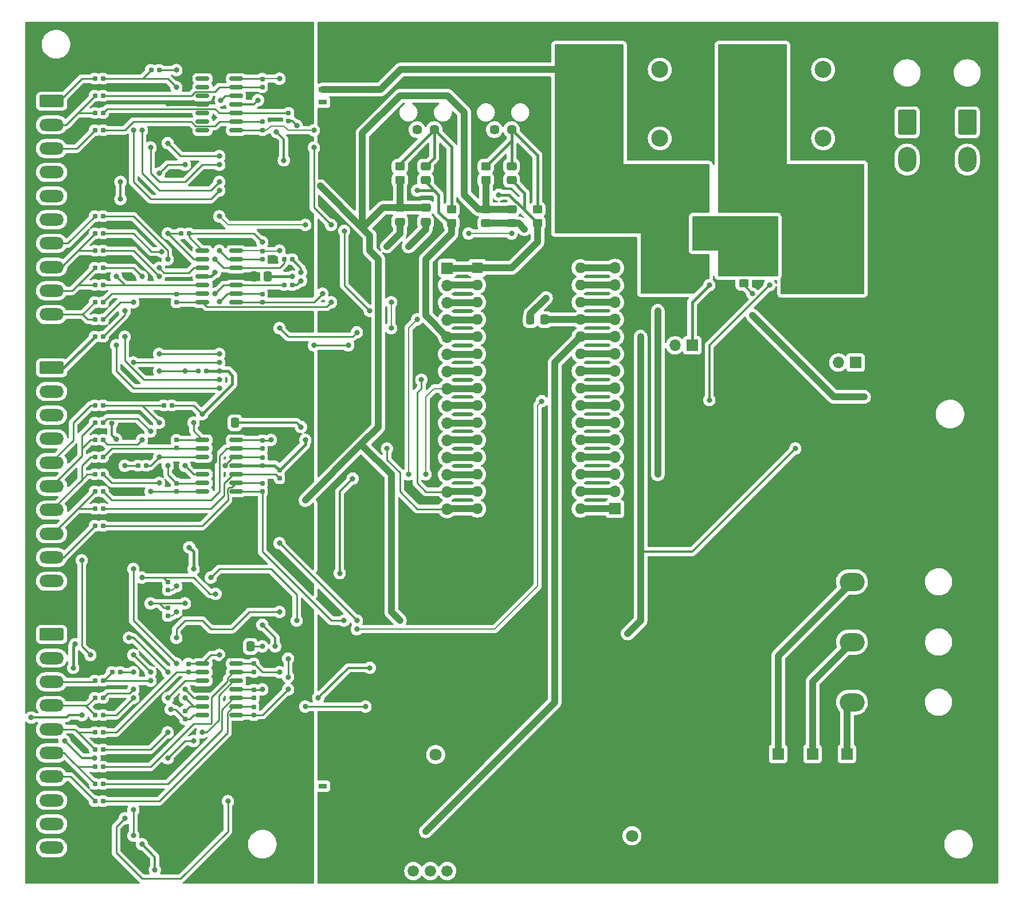
<source format=gbl>
%TF.GenerationSoftware,KiCad,Pcbnew,(6.0.4)*%
%TF.CreationDate,2023-01-14T20:05:48-08:00*%
%TF.ProjectId,fcp-control-pcb,6663702d-636f-46e7-9472-6f6c2d706362,rev?*%
%TF.SameCoordinates,Original*%
%TF.FileFunction,Copper,L2,Bot*%
%TF.FilePolarity,Positive*%
%FSLAX46Y46*%
G04 Gerber Fmt 4.6, Leading zero omitted, Abs format (unit mm)*
G04 Created by KiCad (PCBNEW (6.0.4)) date 2023-01-14 20:05:48*
%MOMM*%
%LPD*%
G01*
G04 APERTURE LIST*
G04 Aperture macros list*
%AMRoundRect*
0 Rectangle with rounded corners*
0 $1 Rounding radius*
0 $2 $3 $4 $5 $6 $7 $8 $9 X,Y pos of 4 corners*
0 Add a 4 corners polygon primitive as box body*
4,1,4,$2,$3,$4,$5,$6,$7,$8,$9,$2,$3,0*
0 Add four circle primitives for the rounded corners*
1,1,$1+$1,$2,$3*
1,1,$1+$1,$4,$5*
1,1,$1+$1,$6,$7*
1,1,$1+$1,$8,$9*
0 Add four rect primitives between the rounded corners*
20,1,$1+$1,$2,$3,$4,$5,0*
20,1,$1+$1,$4,$5,$6,$7,0*
20,1,$1+$1,$6,$7,$8,$9,0*
20,1,$1+$1,$8,$9,$2,$3,0*%
G04 Aperture macros list end*
%TA.AperFunction,ComponentPad*%
%ADD10RoundRect,0.250000X-1.550000X0.650000X-1.550000X-0.650000X1.550000X-0.650000X1.550000X0.650000X0*%
%TD*%
%TA.AperFunction,ComponentPad*%
%ADD11O,3.600000X1.800000*%
%TD*%
%TA.AperFunction,ComponentPad*%
%ADD12C,1.450000*%
%TD*%
%TA.AperFunction,ComponentPad*%
%ADD13R,1.700000X1.700000*%
%TD*%
%TA.AperFunction,ComponentPad*%
%ADD14RoundRect,0.250001X-1.599999X1.099999X-1.599999X-1.099999X1.599999X-1.099999X1.599999X1.099999X0*%
%TD*%
%TA.AperFunction,ComponentPad*%
%ADD15O,3.700000X2.700000*%
%TD*%
%TA.AperFunction,ComponentPad*%
%ADD16O,1.700000X1.700000*%
%TD*%
%TA.AperFunction,ComponentPad*%
%ADD17C,2.500000*%
%TD*%
%TA.AperFunction,ComponentPad*%
%ADD18RoundRect,0.250001X-1.099999X-1.599999X1.099999X-1.599999X1.099999X1.599999X-1.099999X1.599999X0*%
%TD*%
%TA.AperFunction,ComponentPad*%
%ADD19O,2.700000X3.700000*%
%TD*%
%TA.AperFunction,ComponentPad*%
%ADD20C,1.680000*%
%TD*%
%TA.AperFunction,ComponentPad*%
%ADD21C,1.800000*%
%TD*%
%TA.AperFunction,ComponentPad*%
%ADD22R,1.600000X1.600000*%
%TD*%
%TA.AperFunction,ComponentPad*%
%ADD23O,1.600000X1.600000*%
%TD*%
%TA.AperFunction,SMDPad,CuDef*%
%ADD24RoundRect,0.150000X0.825000X0.150000X-0.825000X0.150000X-0.825000X-0.150000X0.825000X-0.150000X0*%
%TD*%
%TA.AperFunction,SMDPad,CuDef*%
%ADD25RoundRect,0.160000X0.197500X0.160000X-0.197500X0.160000X-0.197500X-0.160000X0.197500X-0.160000X0*%
%TD*%
%TA.AperFunction,SMDPad,CuDef*%
%ADD26RoundRect,0.250000X-0.475000X0.337500X-0.475000X-0.337500X0.475000X-0.337500X0.475000X0.337500X0*%
%TD*%
%TA.AperFunction,SMDPad,CuDef*%
%ADD27RoundRect,0.250000X0.475000X-0.337500X0.475000X0.337500X-0.475000X0.337500X-0.475000X-0.337500X0*%
%TD*%
%TA.AperFunction,SMDPad,CuDef*%
%ADD28RoundRect,0.160000X-0.160000X0.197500X-0.160000X-0.197500X0.160000X-0.197500X0.160000X0.197500X0*%
%TD*%
%TA.AperFunction,SMDPad,CuDef*%
%ADD29RoundRect,0.160000X-0.197500X-0.160000X0.197500X-0.160000X0.197500X0.160000X-0.197500X0.160000X0*%
%TD*%
%TA.AperFunction,SMDPad,CuDef*%
%ADD30RoundRect,0.160000X0.160000X-0.197500X0.160000X0.197500X-0.160000X0.197500X-0.160000X-0.197500X0*%
%TD*%
%TA.AperFunction,SMDPad,CuDef*%
%ADD31RoundRect,0.250000X-0.337500X-0.475000X0.337500X-0.475000X0.337500X0.475000X-0.337500X0.475000X0*%
%TD*%
%TA.AperFunction,SMDPad,CuDef*%
%ADD32RoundRect,0.250000X0.337500X0.475000X-0.337500X0.475000X-0.337500X-0.475000X0.337500X-0.475000X0*%
%TD*%
%TA.AperFunction,SMDPad,CuDef*%
%ADD33RoundRect,0.250000X0.450000X-0.350000X0.450000X0.350000X-0.450000X0.350000X-0.450000X-0.350000X0*%
%TD*%
%TA.AperFunction,SMDPad,CuDef*%
%ADD34RoundRect,0.150000X-0.825000X-0.150000X0.825000X-0.150000X0.825000X0.150000X-0.825000X0.150000X0*%
%TD*%
%TA.AperFunction,SMDPad,CuDef*%
%ADD35RoundRect,0.250000X-0.450000X0.350000X-0.450000X-0.350000X0.450000X-0.350000X0.450000X0.350000X0*%
%TD*%
%TA.AperFunction,SMDPad,CuDef*%
%ADD36R,1.220000X0.650000*%
%TD*%
%TA.AperFunction,ViaPad*%
%ADD37C,0.800000*%
%TD*%
%TA.AperFunction,Conductor*%
%ADD38C,0.450000*%
%TD*%
%TA.AperFunction,Conductor*%
%ADD39C,1.000000*%
%TD*%
%TA.AperFunction,Conductor*%
%ADD40C,0.250000*%
%TD*%
%TA.AperFunction,Conductor*%
%ADD41C,0.300000*%
%TD*%
%TA.AperFunction,Conductor*%
%ADD42C,0.200000*%
%TD*%
G04 APERTURE END LIST*
D10*
%TO.P,J15,1,Pin_1*%
%TO.N,Net-(J15-Pad1)*%
X57777500Y-37607500D03*
D11*
%TO.P,J15,2,Pin_2*%
%TO.N,Net-(J15-Pad2)*%
X57777500Y-41107500D03*
%TO.P,J15,3,Pin_3*%
%TO.N,Net-(J15-Pad3)*%
X57777500Y-44607500D03*
%TO.P,J15,4,Pin_4*%
%TO.N,Net-(J15-Pad4)*%
X57777500Y-48107500D03*
%TO.P,J15,5,Pin_5*%
%TO.N,Net-(J15-Pad5)*%
X57777500Y-51607500D03*
%TO.P,J15,6,Pin_6*%
%TO.N,Net-(J15-Pad6)*%
X57777500Y-55107500D03*
%TO.P,J15,7,Pin_7*%
%TO.N,Net-(J15-Pad7)*%
X57777500Y-58607500D03*
%TO.P,J15,8,Pin_8*%
%TO.N,Net-(J15-Pad8)*%
X57777500Y-62107500D03*
%TO.P,J15,9,Pin_9*%
%TO.N,Net-(J15-Pad9)*%
X57777500Y-65607500D03*
%TO.P,J15,10,Pin_10*%
%TO.N,Net-(J15-Pad10)*%
X57777500Y-69107500D03*
%TD*%
D12*
%TO.P,D5,1,K*%
%TO.N,GND*%
X123190000Y-41812500D03*
%TO.P,D5,2,A*%
%TO.N,Net-(C8-Pad2)*%
X125730000Y-41812500D03*
%TD*%
D13*
%TO.P,TP14,1,1*%
%TO.N,Net-(J10-Pad2)*%
X175260000Y-133985000D03*
%TD*%
D14*
%TO.P,J10,1,Pin_1*%
%TO.N,VCC*%
X181510000Y-126365000D03*
D15*
%TO.P,J10,2,Pin_2*%
%TO.N,Net-(J10-Pad2)*%
X176010000Y-126365000D03*
%TD*%
D13*
%TO.P,J1,1,Pin_1*%
%TO.N,/TLMTR_TX*%
X116215000Y-62260000D03*
D16*
%TO.P,J1,2,Pin_2*%
%TO.N,/RX1*%
X116215000Y-64800000D03*
%TO.P,J1,3,Pin_3*%
%TO.N,/RESET1*%
X116215000Y-67340000D03*
%TO.P,J1,4,Pin_4*%
%TO.N,GND*%
X116215000Y-69880000D03*
%TO.P,J1,5,Pin_5*%
%TO.N,/D2*%
X116215000Y-72420000D03*
%TO.P,J1,6,Pin_6*%
%TO.N,/D3*%
X116215000Y-74960000D03*
%TO.P,J1,7,Pin_7*%
%TO.N,/D4*%
X116215000Y-77500000D03*
%TO.P,J1,8,Pin_8*%
%TO.N,/D5*%
X116215000Y-80040000D03*
%TO.P,J1,9,Pin_9*%
%TO.N,/D6*%
X116215000Y-82580000D03*
%TO.P,J1,10,Pin_10*%
%TO.N,/D7*%
X116215000Y-85120000D03*
%TO.P,J1,11,Pin_11*%
%TO.N,/D8*%
X116215000Y-87660000D03*
%TO.P,J1,12,Pin_12*%
%TO.N,/BigPump*%
X116215000Y-90200000D03*
%TO.P,J1,13,Pin_13*%
%TO.N,/D10*%
X116215000Y-92740000D03*
%TO.P,J1,14,Pin_14*%
%TO.N,/MOSI*%
X116215000Y-95280000D03*
%TO.P,J1,15,Pin_15*%
%TO.N,/MISO*%
X116215000Y-97820000D03*
%TD*%
D13*
%TO.P,J9,1,Pin_1*%
%TO.N,Net-(J9-Pad1)*%
X152400000Y-73660000D03*
D16*
%TO.P,J9,2,Pin_2*%
%TO.N,GND*%
X149860000Y-73660000D03*
%TD*%
D13*
%TO.P,J2,1,Pin_1*%
%TO.N,/SCK*%
X140980000Y-97790000D03*
D16*
%TO.P,J2,2,Pin_2*%
%TO.N,+3V3*%
X140980000Y-95250000D03*
%TO.P,J2,3,Pin_3*%
%TO.N,/AREF*%
X140980000Y-92710000D03*
%TO.P,J2,4,Pin_4*%
%TO.N,/Analog0*%
X140980000Y-90170000D03*
%TO.P,J2,5,Pin_5*%
%TO.N,/Analog1*%
X140980000Y-87630000D03*
%TO.P,J2,6,Pin_6*%
%TO.N,/Analog2*%
X140980000Y-85090000D03*
%TO.P,J2,7,Pin_7*%
%TO.N,/Analog3*%
X140980000Y-82550000D03*
%TO.P,J2,8,Pin_8*%
%TO.N,/Analog4_SDA*%
X140980000Y-80010000D03*
%TO.P,J2,9,Pin_9*%
%TO.N,/Analog5_SCL*%
X140980000Y-77470000D03*
%TO.P,J2,10,Pin_10*%
%TO.N,/Analog6*%
X140980000Y-74930000D03*
%TO.P,J2,11,Pin_11*%
%TO.N,/Analog7*%
X140980000Y-72390000D03*
%TO.P,J2,12,Pin_12*%
%TO.N,+5V*%
X140980000Y-69850000D03*
%TO.P,J2,13,Pin_13*%
%TO.N,/RESET2*%
X140980000Y-67310000D03*
%TO.P,J2,14,Pin_14*%
%TO.N,GND*%
X140980000Y-64770000D03*
%TO.P,J2,15,Pin_15*%
%TO.N,/VinNano*%
X140980000Y-62230000D03*
%TD*%
D13*
%TO.P,TP16,1,1*%
%TO.N,Net-(J12-Pad2)*%
X165100000Y-133985000D03*
%TD*%
D17*
%TO.P,J4,1,Pin_1*%
%TO.N,/FC+*%
X136860000Y-32950000D03*
X136860000Y-43110000D03*
%TO.P,J4,2,Pin_2*%
%TO.N,GND*%
X147620000Y-32950000D03*
X147620000Y-43110000D03*
%TD*%
D18*
%TO.P,J7,1,Pin_1*%
%TO.N,/Voltage Limiting/CHRG+*%
X184150000Y-40740000D03*
D19*
%TO.P,J7,2,Pin_2*%
%TO.N,GND*%
X184150000Y-46240000D03*
%TD*%
D10*
%TO.P,J13,1,Pin_1*%
%TO.N,Net-(J13-Pad1)*%
X57777500Y-116347500D03*
D11*
%TO.P,J13,2,Pin_2*%
%TO.N,Net-(J13-Pad2)*%
X57777500Y-119847500D03*
%TO.P,J13,3,Pin_3*%
%TO.N,Net-(J13-Pad3)*%
X57777500Y-123347500D03*
%TO.P,J13,4,Pin_4*%
%TO.N,Net-(J13-Pad4)*%
X57777500Y-126847500D03*
%TO.P,J13,5,Pin_5*%
%TO.N,Net-(J13-Pad5)*%
X57777500Y-130347500D03*
%TO.P,J13,6,Pin_6*%
%TO.N,Net-(J13-Pad6)*%
X57777500Y-133847500D03*
%TO.P,J13,7,Pin_7*%
%TO.N,Net-(J13-Pad7)*%
X57777500Y-137347500D03*
%TO.P,J13,8,Pin_8*%
%TO.N,Net-(J13-Pad8)*%
X57777500Y-140847500D03*
%TO.P,J13,9,Pin_9*%
%TO.N,Net-(J13-Pad9)*%
X57777500Y-144347500D03*
%TO.P,J13,10,Pin_10*%
%TO.N,Net-(J13-Pad10)*%
X57777500Y-147847500D03*
%TD*%
D20*
%TO.P,IC1,1,VOUT*%
%TO.N,/Analog7*%
X111215000Y-151285000D03*
%TO.P,IC1,2,GND*%
%TO.N,GND*%
X113715000Y-151285000D03*
%TO.P,IC1,3,+VCC_(+5V)*%
%TO.N,+5V*%
X116215000Y-151285000D03*
D21*
%TO.P,IC1,MH1*%
%TO.N,N/C*%
X114515000Y-134085000D03*
%TO.P,IC1,MH2*%
X143515000Y-146085000D03*
%TD*%
D12*
%TO.P,D6,1,K*%
%TO.N,GND*%
X111760000Y-41812500D03*
%TO.P,D6,2,A*%
%TO.N,Net-(C11-Pad2)*%
X114300000Y-41812500D03*
%TD*%
D13*
%TO.P,TP15,1,1*%
%TO.N,Net-(J11-Pad2)*%
X170180000Y-133985000D03*
%TD*%
D14*
%TO.P,J12,1,Pin_1*%
%TO.N,VCC*%
X181510000Y-108585000D03*
D15*
%TO.P,J12,2,Pin_2*%
%TO.N,Net-(J12-Pad2)*%
X176010000Y-108585000D03*
%TD*%
D10*
%TO.P,J14,1,Pin_1*%
%TO.N,Net-(J14-Pad1)*%
X57777500Y-76977500D03*
D11*
%TO.P,J14,2,Pin_2*%
%TO.N,Net-(J14-Pad2)*%
X57777500Y-80477500D03*
%TO.P,J14,3,Pin_3*%
%TO.N,Net-(J14-Pad3)*%
X57777500Y-83977500D03*
%TO.P,J14,4,Pin_4*%
%TO.N,Net-(J14-Pad4)*%
X57777500Y-87477500D03*
%TO.P,J14,5,Pin_5*%
%TO.N,Net-(J14-Pad5)*%
X57777500Y-90977500D03*
%TO.P,J14,6,Pin_6*%
%TO.N,Net-(J14-Pad6)*%
X57777500Y-94477500D03*
%TO.P,J14,7,Pin_7*%
%TO.N,Net-(J14-Pad7)*%
X57777500Y-97977500D03*
%TO.P,J14,8,Pin_8*%
%TO.N,Net-(J14-Pad8)*%
X57777500Y-101477500D03*
%TO.P,J14,9,Pin_9*%
%TO.N,Net-(J14-Pad9)*%
X57777500Y-104977500D03*
%TO.P,J14,10,Pin_10*%
%TO.N,Net-(J14-Pad10)*%
X57777500Y-108477500D03*
%TD*%
D18*
%TO.P,J6,1,Pin_1*%
%TO.N,/Voltage Limiting/DSCHRG+*%
X193040000Y-40740000D03*
D19*
%TO.P,J6,2,Pin_2*%
%TO.N,GND*%
X193040000Y-46240000D03*
%TD*%
D17*
%TO.P,J3,1,Pin_1*%
%TO.N,/CAP+*%
X160990000Y-32950000D03*
X160990000Y-43110000D03*
%TO.P,J3,2,Pin_2*%
%TO.N,GND*%
X171750000Y-43110000D03*
X171750000Y-32950000D03*
%TD*%
D13*
%TO.P,J8,1,Pin_1*%
%TO.N,GND*%
X176530000Y-76200000D03*
D16*
%TO.P,J8,2,Pin_2*%
%TO.N,Net-(J8-Pad2)*%
X173990000Y-76200000D03*
%TD*%
D22*
%TO.P,A1,1,TX1*%
%TO.N,/TLMTR_TX*%
X120660000Y-62230000D03*
D23*
%TO.P,A1,2,RX1*%
%TO.N,/RX1*%
X120660000Y-64770000D03*
%TO.P,A1,3,~{RESET}*%
%TO.N,/RESET1*%
X120660000Y-67310000D03*
%TO.P,A1,4,GND*%
%TO.N,GND*%
X120660000Y-69850000D03*
%TO.P,A1,5,D2*%
%TO.N,/D2*%
X120660000Y-72390000D03*
%TO.P,A1,6,D3*%
%TO.N,/D3*%
X120660000Y-74930000D03*
%TO.P,A1,7,D4*%
%TO.N,/D4*%
X120660000Y-77470000D03*
%TO.P,A1,8,D5*%
%TO.N,/D5*%
X120660000Y-80010000D03*
%TO.P,A1,9,D6*%
%TO.N,/D6*%
X120660000Y-82550000D03*
%TO.P,A1,10,D7*%
%TO.N,/D7*%
X120660000Y-85090000D03*
%TO.P,A1,11,D8*%
%TO.N,/D8*%
X120660000Y-87630000D03*
%TO.P,A1,12,D9*%
%TO.N,/BigPump*%
X120660000Y-90170000D03*
%TO.P,A1,13,D10*%
%TO.N,/D10*%
X120660000Y-92710000D03*
%TO.P,A1,14,MOSI*%
%TO.N,/MOSI*%
X120660000Y-95250000D03*
%TO.P,A1,15,MISO*%
%TO.N,/MISO*%
X120660000Y-97790000D03*
%TO.P,A1,16,SCK*%
%TO.N,/SCK*%
X135900000Y-97790000D03*
%TO.P,A1,17,3V3*%
%TO.N,+3V3*%
X135900000Y-95250000D03*
%TO.P,A1,18,AREF*%
%TO.N,/AREF*%
X135900000Y-92710000D03*
%TO.P,A1,19,A0*%
%TO.N,/Analog0*%
X135900000Y-90170000D03*
%TO.P,A1,20,A1*%
%TO.N,/Analog1*%
X135900000Y-87630000D03*
%TO.P,A1,21,A2*%
%TO.N,/Analog2*%
X135900000Y-85090000D03*
%TO.P,A1,22,A3*%
%TO.N,/Analog3*%
X135900000Y-82550000D03*
%TO.P,A1,23,SDA/A4*%
%TO.N,/Analog4_SDA*%
X135900000Y-80010000D03*
%TO.P,A1,24,SCL/A5*%
%TO.N,/Analog5_SCL*%
X135900000Y-77470000D03*
%TO.P,A1,25,A6*%
%TO.N,/Analog6*%
X135900000Y-74930000D03*
%TO.P,A1,26,A7*%
%TO.N,/Analog7*%
X135900000Y-72390000D03*
%TO.P,A1,27,+5V*%
%TO.N,+5V*%
X135900000Y-69850000D03*
%TO.P,A1,28,~{RESET}*%
%TO.N,/RESET2*%
X135900000Y-67310000D03*
%TO.P,A1,29,GND*%
%TO.N,GND*%
X135900000Y-64770000D03*
%TO.P,A1,30,VIN*%
%TO.N,/VinNano*%
X135900000Y-62230000D03*
%TD*%
D14*
%TO.P,J11,1,Pin_1*%
%TO.N,VCC*%
X181510000Y-117475000D03*
D15*
%TO.P,J11,2,Pin_2*%
%TO.N,Net-(J11-Pad2)*%
X176010000Y-117475000D03*
%TD*%
D24*
%TO.P,U9,1*%
%TO.N,/Voltage Sensing/Cell 24*%
X85025000Y-59690000D03*
%TO.P,U9,2,-*%
%TO.N,Net-(R75-Pad1)*%
X85025000Y-60960000D03*
%TO.P,U9,3,+*%
%TO.N,Net-(R74-Pad1)*%
X85025000Y-62230000D03*
%TO.P,U9,4,V+*%
%TO.N,/Voltage Sensing/VCC*%
X85025000Y-63500000D03*
%TO.P,U9,5,+*%
%TO.N,Net-(R76-Pad1)*%
X85025000Y-64770000D03*
%TO.P,U9,6,-*%
%TO.N,Net-(R77-Pad1)*%
X85025000Y-66040000D03*
%TO.P,U9,7*%
%TO.N,/Voltage Sensing/Cell 23*%
X85025000Y-67310000D03*
%TO.P,U9,8*%
%TO.N,/Voltage Sensing/Cell 22*%
X80075000Y-67310000D03*
%TO.P,U9,9,-*%
%TO.N,Net-(R100-Pad2)*%
X80075000Y-66040000D03*
%TO.P,U9,10,+*%
%TO.N,Net-(R78-Pad1)*%
X80075000Y-64770000D03*
%TO.P,U9,11,V-*%
%TO.N,GND*%
X80075000Y-63500000D03*
%TO.P,U9,12,+*%
%TO.N,Net-(R80-Pad1)*%
X80075000Y-62230000D03*
%TO.P,U9,13,-*%
%TO.N,Net-(R101-Pad2)*%
X80075000Y-60960000D03*
%TO.P,U9,14*%
%TO.N,/Voltage Sensing/Cell 21*%
X80075000Y-59690000D03*
%TD*%
D25*
%TO.P,R75,1*%
%TO.N,Net-(R75-Pad1)*%
X65367500Y-57150000D03*
%TO.P,R75,2*%
%TO.N,Net-(J15-Pad8)*%
X64172500Y-57150000D03*
%TD*%
D26*
%TO.P,C7,1*%
%TO.N,+5V*%
X121920000Y-53572500D03*
%TO.P,C7,2*%
%TO.N,GND*%
X121920000Y-55647500D03*
%TD*%
D25*
%TO.P,R81,1*%
%TO.N,Net-(R101-Pad2)*%
X65367500Y-72390000D03*
%TO.P,R81,2*%
%TO.N,Net-(J14-Pad1)*%
X64172500Y-72390000D03*
%TD*%
%TO.P,R12,1*%
%TO.N,Net-(R12-Pad1)*%
X65367500Y-128270000D03*
%TO.P,R12,2*%
%TO.N,Net-(J13-Pad4)*%
X64172500Y-128270000D03*
%TD*%
D27*
%TO.P,C8,1*%
%TO.N,/TLMTR_TX*%
X125730000Y-49297500D03*
%TO.P,C8,2*%
%TO.N,Net-(C8-Pad2)*%
X125730000Y-47222500D03*
%TD*%
D25*
%TO.P,R77,1*%
%TO.N,Net-(R77-Pad1)*%
X65367500Y-62230000D03*
%TO.P,R77,2*%
%TO.N,Net-(J15-Pad9)*%
X64172500Y-62230000D03*
%TD*%
D28*
%TO.P,R67,1*%
%TO.N,/Voltage Sensing/Cell 15*%
X76200000Y-87630000D03*
%TO.P,R67,2*%
%TO.N,Net-(R45-Pad1)*%
X76200000Y-88825000D03*
%TD*%
D29*
%TO.P,R58,1*%
%TO.N,Net-(R42-Pad1)*%
X74332500Y-82550000D03*
%TO.P,R58,2*%
%TO.N,GND*%
X75527500Y-82550000D03*
%TD*%
D28*
%TO.P,R68,1*%
%TO.N,/Voltage Sensing/Cell 14*%
X88900000Y-87679601D03*
%TO.P,R68,2*%
%TO.N,Net-(R47-Pad1)*%
X88900000Y-88874601D03*
%TD*%
D30*
%TO.P,R37,1*%
%TO.N,/Voltage Sensing/Cell 5*%
X87630000Y-128254322D03*
%TO.P,R37,2*%
%TO.N,Net-(R17-Pad1)*%
X87630000Y-127059322D03*
%TD*%
D26*
%TO.P,C10,1*%
%TO.N,+5V*%
X109220000Y-53340000D03*
%TO.P,C10,2*%
%TO.N,GND*%
X109220000Y-55415000D03*
%TD*%
D31*
%TO.P,C21,1*%
%TO.N,/Voltage Sensing/VCC*%
X82782500Y-85090000D03*
%TO.P,C21,2*%
%TO.N,GND*%
X84857500Y-85090000D03*
%TD*%
D25*
%TO.P,R80,1*%
%TO.N,Net-(R80-Pad1)*%
X65367500Y-69850000D03*
%TO.P,R80,2*%
%TO.N,Net-(J15-Pad10)*%
X64172500Y-69850000D03*
%TD*%
%TO.P,R13,1*%
%TO.N,Net-(R13-Pad1)*%
X65367500Y-130810000D03*
%TO.P,R13,2*%
%TO.N,Net-(J13-Pad5)*%
X64172500Y-130810000D03*
%TD*%
%TO.P,R42,1*%
%TO.N,Net-(R42-Pad1)*%
X65367500Y-82550000D03*
%TO.P,R42,2*%
%TO.N,Net-(J14-Pad5)*%
X64172500Y-82550000D03*
%TD*%
%TO.P,R44,1*%
%TO.N,Net-(R44-Pad1)*%
X65367500Y-87630000D03*
%TO.P,R44,2*%
%TO.N,Net-(J14-Pad6)*%
X64172500Y-87630000D03*
%TD*%
D32*
%TO.P,C4,1*%
%TO.N,+5V*%
X130577500Y-69850000D03*
%TO.P,C4,2*%
%TO.N,GND*%
X128502500Y-69850000D03*
%TD*%
D31*
%TO.P,C15,1*%
%TO.N,/Voltage Sensing/VCC*%
X87630000Y-63500000D03*
%TO.P,C15,2*%
%TO.N,GND*%
X89705000Y-63500000D03*
%TD*%
D25*
%TO.P,R45,1*%
%TO.N,Net-(R45-Pad1)*%
X65367500Y-90170000D03*
%TO.P,R45,2*%
%TO.N,Net-(J14-Pad7)*%
X64172500Y-90170000D03*
%TD*%
%TO.P,R16,1*%
%TO.N,Net-(R16-Pad1)*%
X65367500Y-138430000D03*
%TO.P,R16,2*%
%TO.N,Net-(J13-Pad6)*%
X64172500Y-138430000D03*
%TD*%
%TO.P,R10,1*%
%TO.N,Net-(R10-Pad1)*%
X65367500Y-123190000D03*
%TO.P,R10,2*%
%TO.N,Net-(J13-Pad3)*%
X64172500Y-123190000D03*
%TD*%
D28*
%TO.P,R98,1*%
%TO.N,/Voltage Sensing/Cell 24*%
X88900000Y-59741582D03*
%TO.P,R98,2*%
%TO.N,Net-(R75-Pad1)*%
X88900000Y-60936582D03*
%TD*%
D33*
%TO.P,R5,1*%
%TO.N,/D2*%
X116840000Y-55610000D03*
%TO.P,R5,2*%
%TO.N,Net-(C11-Pad2)*%
X116840000Y-53610000D03*
%TD*%
D30*
%TO.P,R125,1*%
%TO.N,/Voltage Sensing/Cell 29*%
X88900000Y-41857787D03*
%TO.P,R125,2*%
%TO.N,Net-(R109-Pad1)*%
X88900000Y-40662787D03*
%TD*%
D29*
%TO.P,R118,1*%
%TO.N,Net-(R106-Pad1)*%
X72465000Y-33020000D03*
%TO.P,R118,2*%
%TO.N,GND*%
X73660000Y-33020000D03*
%TD*%
D28*
%TO.P,R63,1*%
%TO.N,Net-(R52-Pad1)*%
X74930000Y-108622500D03*
%TO.P,R63,2*%
%TO.N,GND*%
X74930000Y-109817500D03*
%TD*%
D34*
%TO.P,U11,1*%
%TO.N,unconnected-(U11-Pad1)*%
X80075000Y-41910000D03*
%TO.P,U11,2,-*%
%TO.N,unconnected-(U11-Pad2)*%
X80075000Y-40640000D03*
%TO.P,U11,3,+*%
%TO.N,unconnected-(U11-Pad3)*%
X80075000Y-39370000D03*
%TO.P,U11,4,V+*%
%TO.N,/Voltage Sensing/VCC*%
X80075000Y-38100000D03*
%TO.P,U11,5,+*%
%TO.N,unconnected-(U11-Pad5)*%
X80075000Y-36830000D03*
%TO.P,U11,6,-*%
%TO.N,unconnected-(U11-Pad6)*%
X80075000Y-35560000D03*
%TO.P,U11,7*%
%TO.N,unconnected-(U11-Pad7)*%
X80075000Y-34290000D03*
%TO.P,U11,8*%
%TO.N,/Voltage Sensing/Cell 30*%
X85025000Y-34290000D03*
%TO.P,U11,9,-*%
%TO.N,Net-(R107-Pad1)*%
X85025000Y-35560000D03*
%TO.P,U11,10,+*%
%TO.N,Net-(R106-Pad1)*%
X85025000Y-36830000D03*
%TO.P,U11,11,V-*%
%TO.N,GND*%
X85025000Y-38100000D03*
%TO.P,U11,12,+*%
%TO.N,Net-(R108-Pad1)*%
X85025000Y-39370000D03*
%TO.P,U11,13,-*%
%TO.N,Net-(R109-Pad1)*%
X85025000Y-40640000D03*
%TO.P,U11,14*%
%TO.N,/Voltage Sensing/Cell 29*%
X85025000Y-41910000D03*
%TD*%
D26*
%TO.P,C12,1*%
%TO.N,+5V*%
X113030000Y-53340000D03*
%TO.P,C12,2*%
%TO.N,GND*%
X113030000Y-55415000D03*
%TD*%
D25*
%TO.P,R17,1*%
%TO.N,Net-(R17-Pad1)*%
X65367500Y-140970000D03*
%TO.P,R17,2*%
%TO.N,Net-(J13-Pad7)*%
X64172500Y-140970000D03*
%TD*%
D34*
%TO.P,U7,1*%
%TO.N,/Voltage Sensing/Cell 16*%
X80075000Y-95250000D03*
%TO.P,U7,2,-*%
%TO.N,Net-(R43-Pad1)*%
X80075000Y-93980000D03*
%TO.P,U7,3,+*%
%TO.N,Net-(R42-Pad1)*%
X80075000Y-92710000D03*
%TO.P,U7,4,V+*%
%TO.N,/Voltage Sensing/VCC*%
X80075000Y-91440000D03*
%TO.P,U7,5,+*%
%TO.N,Net-(R44-Pad1)*%
X80075000Y-90170000D03*
%TO.P,U7,6,-*%
%TO.N,Net-(R45-Pad1)*%
X80075000Y-88900000D03*
%TO.P,U7,7*%
%TO.N,/Voltage Sensing/Cell 15*%
X80075000Y-87630000D03*
%TO.P,U7,8*%
%TO.N,/Voltage Sensing/Cell 14*%
X85025000Y-87630000D03*
%TO.P,U7,9,-*%
%TO.N,Net-(R47-Pad1)*%
X85025000Y-88900000D03*
%TO.P,U7,10,+*%
%TO.N,Net-(R46-Pad1)*%
X85025000Y-90170000D03*
%TO.P,U7,11,V-*%
%TO.N,GND*%
X85025000Y-91440000D03*
%TO.P,U7,12,+*%
%TO.N,Net-(R48-Pad1)*%
X85025000Y-92710000D03*
%TO.P,U7,13,-*%
%TO.N,Net-(R49-Pad1)*%
X85025000Y-93980000D03*
%TO.P,U7,14*%
%TO.N,/Voltage Sensing/Cell 13*%
X85025000Y-95250000D03*
%TD*%
D28*
%TO.P,R119,1*%
%TO.N,Net-(R108-Pad1)*%
X92766330Y-39364622D03*
%TO.P,R119,2*%
%TO.N,GND*%
X92766330Y-40559622D03*
%TD*%
D25*
%TO.P,R106,1*%
%TO.N,Net-(R106-Pad1)*%
X65367500Y-34290000D03*
%TO.P,R106,2*%
%TO.N,Net-(J15-Pad1)*%
X64172500Y-34290000D03*
%TD*%
D30*
%TO.P,R66,1*%
%TO.N,/Voltage Sensing/Cell 16*%
X76200000Y-95230339D03*
%TO.P,R66,2*%
%TO.N,Net-(R43-Pad1)*%
X76200000Y-94035339D03*
%TD*%
D25*
%TO.P,R79,1*%
%TO.N,Net-(R100-Pad2)*%
X65367500Y-67310000D03*
%TO.P,R79,2*%
%TO.N,Net-(J15-Pad10)*%
X64172500Y-67310000D03*
%TD*%
D29*
%TO.P,R91,1*%
%TO.N,Net-(R76-Pad1)*%
X92112500Y-64770000D03*
%TO.P,R91,2*%
%TO.N,GND*%
X93307500Y-64770000D03*
%TD*%
D30*
%TO.P,R100,1*%
%TO.N,/Voltage Sensing/Cell 22*%
X76200000Y-67310000D03*
%TO.P,R100,2*%
%TO.N,Net-(R100-Pad2)*%
X76200000Y-66115000D03*
%TD*%
D28*
%TO.P,R36,1*%
%TO.N,/Voltage Sensing/Cell 6*%
X87642654Y-120671789D03*
%TO.P,R36,2*%
%TO.N,Net-(R15-Pad1)*%
X87642654Y-121866789D03*
%TD*%
D25*
%TO.P,R48,1*%
%TO.N,Net-(R48-Pad1)*%
X65367500Y-97790000D03*
%TO.P,R48,2*%
%TO.N,Net-(J14-Pad8)*%
X64172500Y-97790000D03*
%TD*%
D28*
%TO.P,R64,1*%
%TO.N,Net-(R54-Pad1)*%
X74930000Y-112432500D03*
%TO.P,R64,2*%
%TO.N,GND*%
X74930000Y-113627500D03*
%TD*%
D33*
%TO.P,R4,1*%
%TO.N,+5V*%
X121920000Y-49260000D03*
%TO.P,R4,2*%
%TO.N,Net-(C8-Pad2)*%
X121920000Y-47260000D03*
%TD*%
D28*
%TO.P,R60,1*%
%TO.N,Net-(R46-Pad1)*%
X88900000Y-90207815D03*
%TO.P,R60,2*%
%TO.N,GND*%
X88900000Y-91402815D03*
%TD*%
D25*
%TO.P,R109,1*%
%TO.N,Net-(R109-Pad1)*%
X65367500Y-41910000D03*
%TO.P,R109,2*%
%TO.N,Net-(J15-Pad3)*%
X64172500Y-41910000D03*
%TD*%
D35*
%TO.P,R2,1*%
%TO.N,/Current Sensing/FC_OUT*%
X160020000Y-62500000D03*
%TO.P,R2,2*%
%TO.N,Net-(J8-Pad2)*%
X160020000Y-64500000D03*
%TD*%
D30*
%TO.P,R61,1*%
%TO.N,Net-(R48-Pad1)*%
X91440000Y-93307500D03*
%TO.P,R61,2*%
%TO.N,GND*%
X91440000Y-92112500D03*
%TD*%
D25*
%TO.P,R43,1*%
%TO.N,Net-(R43-Pad1)*%
X65367500Y-85090000D03*
%TO.P,R43,2*%
%TO.N,Net-(J14-Pad6)*%
X64172500Y-85090000D03*
%TD*%
D34*
%TO.P,U5,1*%
%TO.N,/Voltage Sensing/Cell 8*%
X80075000Y-128270000D03*
%TO.P,U5,2,-*%
%TO.N,Net-(R11-Pad1)*%
X80075000Y-127000000D03*
%TO.P,U5,3,+*%
%TO.N,Net-(R10-Pad1)*%
X80075000Y-125730000D03*
%TO.P,U5,4,V+*%
%TO.N,/Voltage Sensing/VCC*%
X80075000Y-124460000D03*
%TO.P,U5,5,+*%
%TO.N,Net-(R12-Pad1)*%
X80075000Y-123190000D03*
%TO.P,U5,6,-*%
%TO.N,Net-(R13-Pad1)*%
X80075000Y-121920000D03*
%TO.P,U5,7*%
%TO.N,/Voltage Sensing/Cell 7*%
X80075000Y-120650000D03*
%TO.P,U5,8*%
%TO.N,/Voltage Sensing/Cell 6*%
X85025000Y-120650000D03*
%TO.P,U5,9,-*%
%TO.N,Net-(R15-Pad1)*%
X85025000Y-121920000D03*
%TO.P,U5,10,+*%
%TO.N,Net-(R14-Pad1)*%
X85025000Y-123190000D03*
%TO.P,U5,11,V-*%
%TO.N,GND*%
X85025000Y-124460000D03*
%TO.P,U5,12,+*%
%TO.N,Net-(R16-Pad1)*%
X85025000Y-125730000D03*
%TO.P,U5,13,-*%
%TO.N,Net-(R17-Pad1)*%
X85025000Y-127000000D03*
%TO.P,U5,14*%
%TO.N,/Voltage Sensing/Cell 5*%
X85025000Y-128270000D03*
%TD*%
D36*
%TO.P,D2,*%
%TO.N,*%
X97830000Y-37780000D03*
%TO.P,D2,1,K*%
%TO.N,/Voltage Sensing/VCC*%
X95210000Y-36830000D03*
%TO.P,D2,2,A*%
%TO.N,/FC+*%
X97830000Y-35880000D03*
%TD*%
D29*
%TO.P,R96,1*%
%TO.N,Net-(R86-Pad1)*%
X79412500Y-77470000D03*
%TO.P,R96,2*%
%TO.N,GND*%
X80607500Y-77470000D03*
%TD*%
D25*
%TO.P,R15,1*%
%TO.N,Net-(R15-Pad1)*%
X65367500Y-135890000D03*
%TO.P,R15,2*%
%TO.N,Net-(J13-Pad6)*%
X64172500Y-135890000D03*
%TD*%
D30*
%TO.P,R99,1*%
%TO.N,/Voltage Sensing/Cell 23*%
X88900000Y-67283035D03*
%TO.P,R99,2*%
%TO.N,Net-(R77-Pad1)*%
X88900000Y-66088035D03*
%TD*%
D25*
%TO.P,R49,1*%
%TO.N,Net-(R49-Pad1)*%
X65367500Y-100330000D03*
%TO.P,R49,2*%
%TO.N,Net-(J14-Pad9)*%
X64172500Y-100330000D03*
%TD*%
D27*
%TO.P,C11,1*%
%TO.N,/D2*%
X113030000Y-49297500D03*
%TO.P,C11,2*%
%TO.N,Net-(C11-Pad2)*%
X113030000Y-47222500D03*
%TD*%
D29*
%TO.P,R26,1*%
%TO.N,Net-(R10-Pad1)*%
X66712500Y-121920000D03*
%TO.P,R26,2*%
%TO.N,GND*%
X67907500Y-121920000D03*
%TD*%
D28*
%TO.P,R124,1*%
%TO.N,/Voltage Sensing/Cell 30*%
X88900000Y-34319940D03*
%TO.P,R124,2*%
%TO.N,Net-(R107-Pad1)*%
X88900000Y-35514940D03*
%TD*%
D29*
%TO.P,R90,1*%
%TO.N,Net-(R74-Pad1)*%
X92112500Y-60960000D03*
%TO.P,R90,2*%
%TO.N,GND*%
X93307500Y-60960000D03*
%TD*%
D25*
%TO.P,R78,1*%
%TO.N,Net-(R78-Pad1)*%
X65367500Y-64770000D03*
%TO.P,R78,2*%
%TO.N,Net-(J15-Pad9)*%
X64172500Y-64770000D03*
%TD*%
%TO.P,R101,1*%
%TO.N,/Voltage Sensing/Cell 21*%
X78067500Y-57150000D03*
%TO.P,R101,2*%
%TO.N,Net-(R101-Pad2)*%
X76872500Y-57150000D03*
%TD*%
%TO.P,R14,1*%
%TO.N,Net-(R14-Pad1)*%
X65367500Y-133350000D03*
%TO.P,R14,2*%
%TO.N,Net-(J13-Pad5)*%
X64172500Y-133350000D03*
%TD*%
D33*
%TO.P,R6,1*%
%TO.N,+5V*%
X109220000Y-49260000D03*
%TO.P,R6,2*%
%TO.N,Net-(C11-Pad2)*%
X109220000Y-47260000D03*
%TD*%
D25*
%TO.P,R59,1*%
%TO.N,Net-(R44-Pad1)*%
X71717500Y-91440000D03*
%TO.P,R59,2*%
%TO.N,GND*%
X70522500Y-91440000D03*
%TD*%
D31*
%TO.P,C13,1*%
%TO.N,/Voltage Sensing/VCC*%
X85090000Y-118110000D03*
%TO.P,C13,2*%
%TO.N,GND*%
X87165000Y-118110000D03*
%TD*%
D25*
%TO.P,R46,1*%
%TO.N,Net-(R46-Pad1)*%
X65367500Y-92710000D03*
%TO.P,R46,2*%
%TO.N,Net-(J14-Pad7)*%
X64172500Y-92710000D03*
%TD*%
D30*
%TO.P,R29,1*%
%TO.N,Net-(R16-Pad1)*%
X87642510Y-125714466D03*
%TO.P,R29,2*%
%TO.N,GND*%
X87642510Y-124519466D03*
%TD*%
D28*
%TO.P,R35,1*%
%TO.N,/Voltage Sensing/Cell 7*%
X77970435Y-120688614D03*
%TO.P,R35,2*%
%TO.N,Net-(R13-Pad1)*%
X77970435Y-121883614D03*
%TD*%
D25*
%TO.P,R11,1*%
%TO.N,Net-(R11-Pad1)*%
X65367500Y-125730000D03*
%TO.P,R11,2*%
%TO.N,Net-(J13-Pad4)*%
X64172500Y-125730000D03*
%TD*%
%TO.P,R47,1*%
%TO.N,Net-(R47-Pad1)*%
X65367500Y-95250000D03*
%TO.P,R47,2*%
%TO.N,Net-(J14-Pad8)*%
X64172500Y-95250000D03*
%TD*%
D26*
%TO.P,C9,1*%
%TO.N,+5V*%
X125730000Y-53572500D03*
%TO.P,C9,2*%
%TO.N,GND*%
X125730000Y-55647500D03*
%TD*%
D30*
%TO.P,R34,1*%
%TO.N,/Voltage Sensing/Cell 8*%
X77470000Y-128867500D03*
%TO.P,R34,2*%
%TO.N,Net-(R11-Pad1)*%
X77470000Y-127672500D03*
%TD*%
D25*
%TO.P,R107,1*%
%TO.N,Net-(R107-Pad1)*%
X65367500Y-36830000D03*
%TO.P,R107,2*%
%TO.N,Net-(J15-Pad2)*%
X64172500Y-36830000D03*
%TD*%
%TO.P,R76,1*%
%TO.N,Net-(R76-Pad1)*%
X65367500Y-59690000D03*
%TO.P,R76,2*%
%TO.N,Net-(J15-Pad8)*%
X64172500Y-59690000D03*
%TD*%
D33*
%TO.P,R3,1*%
%TO.N,/TLMTR_TX*%
X129540000Y-55610000D03*
%TO.P,R3,2*%
%TO.N,Net-(C8-Pad2)*%
X129540000Y-53610000D03*
%TD*%
D36*
%TO.P,D1,*%
%TO.N,*%
X97830000Y-138745000D03*
%TO.P,D1,1,K*%
%TO.N,/Voltage Sensing/VCC*%
X95210000Y-137795000D03*
%TO.P,D1,2,A*%
%TO.N,VCC*%
X97830000Y-136845000D03*
%TD*%
D30*
%TO.P,R69,1*%
%TO.N,/Voltage Sensing/Cell 13*%
X88900000Y-95218327D03*
%TO.P,R69,2*%
%TO.N,Net-(R49-Pad1)*%
X88900000Y-94023327D03*
%TD*%
D25*
%TO.P,R108,1*%
%TO.N,Net-(R108-Pad1)*%
X65367500Y-39370000D03*
%TO.P,R108,2*%
%TO.N,Net-(J15-Pad2)*%
X64172500Y-39370000D03*
%TD*%
%TO.P,R74,1*%
%TO.N,Net-(R74-Pad1)*%
X65367500Y-54610000D03*
%TO.P,R74,2*%
%TO.N,Net-(J15-Pad7)*%
X64172500Y-54610000D03*
%TD*%
D37*
%TO.N,/TLMTR_TX*%
X123825000Y-51435000D03*
%TO.N,GND*%
X88265000Y-37465000D03*
X93980000Y-41210500D03*
X78740000Y-106680000D03*
X60960000Y-121285000D03*
X130810000Y-66675000D03*
X88900000Y-118110000D03*
X78105000Y-103505000D03*
X127635000Y-56515000D03*
X97155000Y-125730000D03*
X76200000Y-109220000D03*
X102235000Y-93345000D03*
X61268636Y-117785504D03*
X64135000Y-134620000D03*
X76200000Y-113030000D03*
X67945000Y-52070000D03*
X66675000Y-85179500D03*
X90989251Y-42171680D03*
X107315000Y-59055000D03*
X59690000Y-132080000D03*
X94615000Y-62865000D03*
X81915000Y-62865000D03*
X71120000Y-147320000D03*
X90805000Y-118110000D03*
X67945000Y-49530000D03*
X54760510Y-128630826D03*
X74930000Y-121920000D03*
X82550000Y-77470000D03*
X76200000Y-33020000D03*
X94615000Y-64135000D03*
X88900000Y-114935000D03*
X94615000Y-85725000D03*
X80010000Y-83820000D03*
X69215000Y-116840000D03*
X93345000Y-63500000D03*
X68580000Y-91440000D03*
X92075000Y-46355000D03*
X67310000Y-87540500D03*
X110490000Y-59055000D03*
X100330000Y-107315000D03*
X69850000Y-121920000D03*
X104775000Y-121285000D03*
X73025000Y-151130000D03*
X88900000Y-124460000D03*
X62230000Y-128270000D03*
X95250000Y-87630000D03*
%TO.N,/D2*%
X111760000Y-50800000D03*
%TO.N,/D4*%
X110490000Y-92710000D03*
X111760000Y-69850000D03*
%TO.N,/D5*%
X107950000Y-67310000D03*
X107950000Y-71120000D03*
X113030000Y-92710000D03*
%TO.N,/MOSI*%
X100996438Y-56756702D03*
X112395000Y-78740000D03*
X104775000Y-68580000D03*
%TO.N,/MISO*%
X107315000Y-88900000D03*
%TO.N,+3V3*%
X147320000Y-92710000D03*
X147320000Y-68580000D03*
%TO.N,/Analog0*%
X119380000Y-57150000D03*
X125730000Y-57150000D03*
%TO.N,/Analog1*%
X130175000Y-81915000D03*
X102870000Y-115570000D03*
%TO.N,/Analog7*%
X113030000Y-145415000D03*
%TO.N,+5V*%
X97479856Y-50147790D03*
X167640000Y-88900000D03*
X95250000Y-96520000D03*
X109220000Y-114300000D03*
X142875000Y-116205000D03*
X144780000Y-72390000D03*
%TO.N,VCC*%
X193040000Y-67310000D03*
X193040000Y-72390000D03*
X118745000Y-120015000D03*
X195580000Y-72390000D03*
X122555000Y-105410000D03*
X195580000Y-69850000D03*
X195580000Y-67310000D03*
%TO.N,/Voltage Sensing/VCC*%
X84455000Y-134620000D03*
X76835000Y-42545000D03*
X87630000Y-69850000D03*
X82211550Y-114149951D03*
X86995000Y-46990000D03*
X90805000Y-79375000D03*
X81945553Y-64404689D03*
X74930000Y-38000020D03*
X83820000Y-107950000D03*
%TO.N,/FC+*%
X148590000Y-59690000D03*
X146050000Y-62230000D03*
X146050000Y-64770000D03*
X146050000Y-59690000D03*
X148590000Y-62230000D03*
X148590000Y-57150000D03*
X148590000Y-64770000D03*
X151130000Y-64770000D03*
X151130000Y-57150000D03*
X146050000Y-57150000D03*
%TO.N,/CAP+*%
X168910000Y-58420000D03*
X168910000Y-60960000D03*
X163830000Y-64770000D03*
X168910000Y-64770000D03*
X154940000Y-81745000D03*
X171450000Y-62230000D03*
X166370000Y-58420000D03*
X166370000Y-64770000D03*
X171450000Y-64770000D03*
X171450000Y-58420000D03*
%TO.N,Net-(J8-Pad2)*%
X161290000Y-66040000D03*
%TO.N,Net-(J9-Pad1)*%
X154940000Y-64770000D03*
%TO.N,/Current Sensing/FC_OUT*%
X162560000Y-59690000D03*
X163830000Y-58420000D03*
X162560000Y-60960000D03*
X161290000Y-69215000D03*
X177800000Y-81280000D03*
X162560000Y-62230000D03*
%TO.N,Net-(R10-Pad1)*%
X72390000Y-123190000D03*
X77470000Y-124460000D03*
%TO.N,Net-(R11-Pad1)*%
X69850000Y-124460000D03*
X77470000Y-125730000D03*
%TO.N,Net-(R12-Pad1)*%
X69850000Y-125730000D03*
X74930000Y-125730000D03*
%TO.N,Net-(R14-Pad1)*%
X80010000Y-130810000D03*
X74930000Y-130810000D03*
%TO.N,Net-(R22-Pad1)*%
X69850000Y-142240000D03*
X69850000Y-146050000D03*
%TO.N,/Voltage Sensing/Cell 8*%
X92710000Y-122644500D03*
X75372922Y-127416598D03*
X92710000Y-119925500D03*
%TO.N,/Voltage Sensing/Cell 7*%
X82550000Y-119380000D03*
%TO.N,/Voltage Sensing/Cell 6*%
X91440000Y-121920000D03*
%TO.N,/Voltage Sensing/Cell 5*%
X92710000Y-124460000D03*
%TO.N,/Voltage Sensing/Cell 4*%
X74930000Y-134620000D03*
X78740000Y-132080000D03*
%TO.N,/Voltage Sensing/Cell 3*%
X68580000Y-143510000D03*
X83820000Y-140970000D03*
%TO.N,/Voltage Sensing/Cell 1*%
X95250000Y-127000000D03*
X104140000Y-127000000D03*
%TO.N,Net-(R42-Pad1)*%
X77470000Y-91440000D03*
X73660000Y-85090000D03*
%TO.N,Net-(R43-Pad1)*%
X72390000Y-86360000D03*
X74930000Y-91440000D03*
%TO.N,Net-(R44-Pad1)*%
X71120000Y-87630000D03*
X73660000Y-90170000D03*
%TO.N,Net-(R46-Pad1)*%
X73660000Y-93980000D03*
X83450500Y-91440000D03*
%TO.N,Net-(R50-Pad1)*%
X69850000Y-119380000D03*
X62230000Y-105410000D03*
X63500000Y-119380000D03*
X72390000Y-121920000D03*
%TO.N,Net-(R51-Pad1)*%
X69850000Y-106680000D03*
X76200000Y-120650000D03*
%TO.N,Net-(R52-Pad1)*%
X81987009Y-110359067D03*
X71120000Y-107950000D03*
%TO.N,Net-(R54-Pad1)*%
X77470000Y-111760000D03*
X72390000Y-111760000D03*
%TO.N,/Voltage Sensing/Cell 16*%
X91440000Y-102870000D03*
X102870000Y-114300000D03*
X72390000Y-95250000D03*
%TO.N,/Voltage Sensing/Cell 15*%
X78740000Y-85090000D03*
%TO.N,/Voltage Sensing/Cell 14*%
X90170000Y-87630000D03*
%TO.N,/Voltage Sensing/Cell 13*%
X100965000Y-114300000D03*
%TO.N,/Voltage Sensing/Cell 10*%
X93980000Y-114300000D03*
X81280000Y-107950000D03*
%TO.N,/Voltage Sensing/Cell 9*%
X76200000Y-116840000D03*
X91440000Y-113030000D03*
%TO.N,Net-(R74-Pad1)*%
X74930000Y-60960000D03*
X81915000Y-60960000D03*
%TO.N,Net-(R75-Pad1)*%
X74055451Y-59840049D03*
X82550000Y-59690000D03*
%TO.N,Net-(R76-Pad1)*%
X81915000Y-66040000D03*
X73660000Y-63500000D03*
%TO.N,Net-(R77-Pad1)*%
X82550000Y-67240555D03*
X71120000Y-63500000D03*
%TO.N,Net-(R78-Pad1)*%
X67310000Y-63500000D03*
%TO.N,Net-(R80-Pad1)*%
X69850000Y-67310000D03*
X73660000Y-62230000D03*
%TO.N,Net-(R101-Pad2)*%
X74930000Y-57150000D03*
X68580000Y-68580000D03*
%TO.N,Net-(R82-Pad1)*%
X68580000Y-72390000D03*
X82550000Y-78740000D03*
%TO.N,Net-(R102-Pad2)*%
X82550000Y-80010000D03*
X67310000Y-73660000D03*
%TO.N,Net-(R84-Pad1)*%
X82550000Y-76200000D03*
X69850000Y-76200000D03*
%TO.N,Net-(R103-Pad2)*%
X82550000Y-74930000D03*
X73660000Y-74930000D03*
%TO.N,Net-(R86-Pad1)*%
X77470000Y-77470000D03*
X73660000Y-77470000D03*
%TO.N,/Voltage Sensing/Cell 24*%
X91440000Y-59690000D03*
%TO.N,/Voltage Sensing/Cell 23*%
X97790000Y-66040000D03*
%TO.N,/Voltage Sensing/Cell 22*%
X99060000Y-67310000D03*
%TO.N,/Voltage Sensing/Cell 21*%
X88900000Y-58420000D03*
%TO.N,/Voltage Sensing/Cell 19*%
X101600000Y-73660000D03*
X96520000Y-73660000D03*
%TO.N,/Voltage Sensing/Cell 18*%
X91440000Y-71120000D03*
X102870000Y-71755000D03*
%TO.N,Net-(R106-Pad1)*%
X76200000Y-35560000D03*
X82757493Y-37477519D03*
%TO.N,Net-(R110-Pad1)*%
X82550000Y-49530000D03*
X71120000Y-41910000D03*
%TO.N,Net-(R111-Pad1)*%
X69850000Y-41910000D03*
X82550000Y-50800000D03*
%TO.N,Net-(R112-Pad1)*%
X72390000Y-44450000D03*
X82550000Y-46990000D03*
%TO.N,Net-(R113-Pad1)*%
X74930000Y-43815000D03*
X82550000Y-45720000D03*
%TO.N,Net-(R114-Pad1)*%
X77470000Y-46990000D03*
X73660000Y-48260000D03*
%TO.N,/Voltage Sensing/Cell 30*%
X91440000Y-34290000D03*
%TO.N,/Voltage Sensing/Cell 29*%
X96520000Y-41910000D03*
%TO.N,/Voltage Sensing/Cell 26*%
X99060000Y-55880000D03*
X96520000Y-44450000D03*
%TO.N,/Voltage Sensing/Cell 25*%
X95250000Y-55880000D03*
X82550000Y-54610000D03*
%TD*%
D38*
%TO.N,/TLMTR_TX*%
X125730000Y-49297500D02*
X127635000Y-51202500D01*
D39*
X129540000Y-58420000D02*
X129540000Y-55610000D01*
X116215000Y-62260000D02*
X120630000Y-62260000D01*
X120660000Y-62230000D02*
X125730000Y-62230000D01*
D38*
X127635000Y-53705000D02*
X129540000Y-55610000D01*
X123825000Y-51435000D02*
X125365000Y-51435000D01*
X125365000Y-51435000D02*
X127635000Y-53705000D01*
D39*
X120630000Y-62260000D02*
X120660000Y-62230000D01*
X125730000Y-62230000D02*
X129540000Y-58420000D01*
D38*
X127635000Y-51202500D02*
X127635000Y-53705000D01*
D39*
%TO.N,/RX1*%
X120660000Y-64770000D02*
X116245000Y-64770000D01*
D38*
X116245000Y-64770000D02*
X116215000Y-64800000D01*
D39*
%TO.N,/RESET1*%
X120630000Y-67340000D02*
X120660000Y-67310000D01*
X116215000Y-67340000D02*
X120630000Y-67340000D01*
D38*
%TO.N,GND*%
X93345000Y-63500000D02*
X89705000Y-63500000D01*
D40*
X80010000Y-83820000D02*
X78740000Y-82550000D01*
D41*
X94615000Y-62267500D02*
X93307500Y-60960000D01*
D38*
X90730315Y-91402815D02*
X91440000Y-92112500D01*
D39*
X109220000Y-57150000D02*
X107315000Y-59055000D01*
D41*
X73025000Y-149225000D02*
X71120000Y-147320000D01*
D40*
X73660000Y-33020000D02*
X76200000Y-33020000D01*
D41*
X93980000Y-85090000D02*
X94615000Y-85725000D01*
D38*
X88900000Y-91402815D02*
X90730315Y-91402815D01*
D40*
X85025000Y-124460000D02*
X87583044Y-124460000D01*
D38*
X85025000Y-91440000D02*
X88862815Y-91440000D01*
D41*
X85025000Y-38100000D02*
X87630000Y-38100000D01*
D39*
X128502500Y-69850000D02*
X128502500Y-68982500D01*
D41*
X92075000Y-43257429D02*
X90989251Y-42171680D01*
D38*
X83820000Y-77470000D02*
X80607500Y-77470000D01*
D41*
X90805000Y-116840000D02*
X88900000Y-114935000D01*
X74930000Y-121920000D02*
X69850000Y-116840000D01*
D38*
X60960000Y-121285000D02*
X60960000Y-118094140D01*
X78740000Y-104140000D02*
X78105000Y-103505000D01*
X95250000Y-88302500D02*
X95250000Y-87630000D01*
D41*
X66675000Y-85179500D02*
X66675000Y-86905500D01*
X100330000Y-107315000D02*
X100330000Y-95250000D01*
D39*
X116215000Y-69880000D02*
X120630000Y-69880000D01*
D41*
X69850000Y-116840000D02*
X69215000Y-116840000D01*
X67945000Y-52070000D02*
X67945000Y-49530000D01*
X62230000Y-128270000D02*
X60349003Y-128270000D01*
D39*
X125730000Y-55647500D02*
X126767500Y-55647500D01*
D41*
X93329122Y-40559622D02*
X93980000Y-41210500D01*
D40*
X87642510Y-124519466D02*
X88840534Y-124519466D01*
D39*
X126767500Y-55647500D02*
X127635000Y-56515000D01*
D38*
X88862815Y-91440000D02*
X88900000Y-91402815D01*
D41*
X66675000Y-86905500D02*
X67310000Y-87540500D01*
D40*
X88840534Y-124519466D02*
X88900000Y-124460000D01*
D39*
X120630000Y-69880000D02*
X120660000Y-69850000D01*
D41*
X87630000Y-38100000D02*
X88265000Y-37465000D01*
D40*
X87165000Y-118110000D02*
X88900000Y-118110000D01*
D39*
X113030000Y-55415000D02*
X113030000Y-56515000D01*
D42*
X74930000Y-109817500D02*
X75602500Y-109817500D01*
D41*
X59988177Y-128630826D02*
X54760510Y-128630826D01*
D39*
X128502500Y-68982500D02*
X130810000Y-66675000D01*
D40*
X87583044Y-124460000D02*
X87642510Y-124519466D01*
D41*
X64135000Y-134620000D02*
X62230000Y-134620000D01*
X93980000Y-64770000D02*
X93307500Y-64770000D01*
D38*
X91440000Y-92112500D02*
X95250000Y-88302500D01*
D41*
X60014940Y-128604063D02*
X59988177Y-128630826D01*
X90805000Y-118110000D02*
X90805000Y-116840000D01*
D42*
X75602500Y-113627500D02*
X76200000Y-113030000D01*
D41*
X62230000Y-134620000D02*
X59690000Y-132080000D01*
X60349003Y-128270000D02*
X60014940Y-128604063D01*
D42*
X74930000Y-113627500D02*
X75602500Y-113627500D01*
D41*
X101600000Y-121285000D02*
X97155000Y-125730000D01*
X92075000Y-46355000D02*
X92075000Y-43257429D01*
X104775000Y-121285000D02*
X101600000Y-121285000D01*
X84857500Y-85090000D02*
X93980000Y-85090000D01*
D39*
X121920000Y-55647500D02*
X125730000Y-55647500D01*
D41*
X100330000Y-95250000D02*
X102235000Y-93345000D01*
D38*
X81280000Y-63500000D02*
X81915000Y-62865000D01*
D39*
X135900000Y-64770000D02*
X140980000Y-64770000D01*
D38*
X84455000Y-79375000D02*
X84455000Y-78105000D01*
D42*
X75602500Y-109817500D02*
X76200000Y-109220000D01*
D38*
X78740000Y-106680000D02*
X78740000Y-104140000D01*
D41*
X73025000Y-151130000D02*
X73025000Y-149225000D01*
D38*
X80075000Y-63500000D02*
X81280000Y-63500000D01*
D40*
X67907500Y-121920000D02*
X69850000Y-121920000D01*
D41*
X94615000Y-64135000D02*
X93980000Y-64770000D01*
D38*
X60960000Y-118094140D02*
X61268636Y-117785504D01*
X80010000Y-83820000D02*
X84455000Y-79375000D01*
D41*
X94615000Y-62865000D02*
X94615000Y-62267500D01*
D39*
X109220000Y-55415000D02*
X109220000Y-57150000D01*
X113030000Y-56515000D02*
X110490000Y-59055000D01*
D41*
X92766330Y-40559622D02*
X93329122Y-40559622D01*
D38*
X84455000Y-78105000D02*
X83820000Y-77470000D01*
D40*
X70522500Y-91440000D02*
X68580000Y-91440000D01*
X78740000Y-82550000D02*
X75527500Y-82550000D01*
D38*
%TO.N,/D2*%
X113030000Y-49530000D02*
X114935000Y-51435000D01*
D39*
X113030000Y-60960000D02*
X116840000Y-57150000D01*
D38*
X113030000Y-49297500D02*
X113030000Y-49530000D01*
D39*
X120660000Y-72390000D02*
X116245000Y-72390000D01*
X116840000Y-57150000D02*
X116840000Y-55610000D01*
X113030000Y-69235000D02*
X113030000Y-60960000D01*
D38*
X116570000Y-55610000D02*
X116840000Y-55610000D01*
X114935000Y-51435000D02*
X114935000Y-53975000D01*
D39*
X116215000Y-72420000D02*
X113030000Y-69235000D01*
D38*
X114300000Y-50800000D02*
X114935000Y-51435000D01*
D39*
X116245000Y-72390000D02*
X116215000Y-72420000D01*
D38*
X114935000Y-53975000D02*
X116570000Y-55610000D01*
X111760000Y-50800000D02*
X114300000Y-50800000D01*
D39*
%TO.N,/D3*%
X120630000Y-74960000D02*
X120660000Y-74930000D01*
X116215000Y-74960000D02*
X120630000Y-74960000D01*
%TO.N,/D4*%
X120660000Y-77470000D02*
X116245000Y-77470000D01*
D42*
X110490000Y-92710000D02*
X110490000Y-71120000D01*
X110490000Y-71120000D02*
X111760000Y-69850000D01*
D39*
X116245000Y-77470000D02*
X116215000Y-77500000D01*
%TO.N,/D5*%
X120630000Y-80040000D02*
X120660000Y-80010000D01*
X116215000Y-80040000D02*
X120630000Y-80040000D01*
D42*
X114270000Y-80040000D02*
X116215000Y-80040000D01*
X113030000Y-92710000D02*
X113030000Y-81280000D01*
X113030000Y-81280000D02*
X114270000Y-80040000D01*
X107950000Y-67310000D02*
X107950000Y-71120000D01*
D39*
%TO.N,/D6*%
X120660000Y-82550000D02*
X116245000Y-82550000D01*
X116245000Y-82550000D02*
X116215000Y-82580000D01*
%TO.N,/D7*%
X116215000Y-85120000D02*
X120630000Y-85120000D01*
X120630000Y-85120000D02*
X120660000Y-85090000D01*
%TO.N,/D8*%
X116245000Y-87630000D02*
X116215000Y-87660000D01*
X120660000Y-87630000D02*
X116245000Y-87630000D01*
%TO.N,/BigPump*%
X120630000Y-90200000D02*
X120660000Y-90170000D01*
X116215000Y-90200000D02*
X120630000Y-90200000D01*
%TO.N,/D10*%
X116215000Y-92740000D02*
X120630000Y-92740000D01*
X120630000Y-92740000D02*
X120660000Y-92710000D01*
%TO.N,/MOSI*%
X120660000Y-95250000D02*
X116245000Y-95250000D01*
D40*
X112395000Y-78740000D02*
X112395000Y-80010000D01*
X112395000Y-80010000D02*
X111760000Y-80645000D01*
X113060000Y-95280000D02*
X116215000Y-95280000D01*
X100996438Y-64801438D02*
X104775000Y-68580000D01*
D39*
X116245000Y-95250000D02*
X116215000Y-95280000D01*
D40*
X111760000Y-93980000D02*
X113060000Y-95280000D01*
X100996438Y-56756702D02*
X100996438Y-64801438D01*
X111760000Y-80645000D02*
X111760000Y-93980000D01*
D39*
%TO.N,/MISO*%
X116840000Y-97790000D02*
X120660000Y-97790000D01*
D40*
X107315000Y-90559614D02*
X109220000Y-92464614D01*
X109220000Y-95250000D02*
X111790000Y-97820000D01*
X111790000Y-97820000D02*
X116215000Y-97820000D01*
X107315000Y-88900000D02*
X107315000Y-90559614D01*
D39*
X116215000Y-97820000D02*
X116810000Y-97820000D01*
X116810000Y-97820000D02*
X116840000Y-97790000D01*
D40*
X109220000Y-92464614D02*
X109220000Y-95250000D01*
D39*
%TO.N,/SCK*%
X140980000Y-97790000D02*
X135900000Y-97790000D01*
%TO.N,+3V3*%
X147320000Y-92710000D02*
X147320000Y-68580000D01*
X135900000Y-95250000D02*
X140980000Y-95250000D01*
%TO.N,/AREF*%
X140980000Y-92710000D02*
X135900000Y-92710000D01*
%TO.N,/Analog0*%
X135900000Y-90170000D02*
X140980000Y-90170000D01*
D42*
X125730000Y-57150000D02*
X119380000Y-57150000D01*
D39*
%TO.N,/Analog1*%
X140980000Y-87630000D02*
X135900000Y-87630000D01*
D42*
X123190000Y-115570000D02*
X102870000Y-115570000D01*
X129540000Y-82550000D02*
X129540000Y-109220000D01*
X130175000Y-81915000D02*
X129540000Y-82550000D01*
X129540000Y-109220000D02*
X123190000Y-115570000D01*
D39*
%TO.N,/Analog2*%
X135900000Y-85090000D02*
X140980000Y-85090000D01*
%TO.N,/Analog3*%
X135900000Y-82550000D02*
X140980000Y-82550000D01*
%TO.N,/Analog4_SDA*%
X135900000Y-80010000D02*
X140980000Y-80010000D01*
%TO.N,/Analog5_SCL*%
X140980000Y-77470000D02*
X135900000Y-77470000D01*
%TO.N,/Analog6*%
X140980000Y-74930000D02*
X135900000Y-74930000D01*
%TO.N,/Analog7*%
X113030000Y-145415000D02*
X132080000Y-126365000D01*
X132080000Y-126365000D02*
X132080000Y-76210000D01*
X135900000Y-72390000D02*
X140980000Y-72390000D01*
X132080000Y-76210000D02*
X135900000Y-72390000D01*
%TO.N,+5V*%
X144780000Y-104140000D02*
X144780000Y-72390000D01*
X121920000Y-53572500D02*
X121920000Y-49260000D01*
X103694511Y-88075489D02*
X106045000Y-85725000D01*
X109220000Y-36830000D02*
X103694511Y-42355489D01*
X116281624Y-36830000D02*
X109220000Y-36830000D01*
X135900000Y-69850000D02*
X130577500Y-69850000D01*
X103694511Y-56362445D02*
X97479856Y-50147790D01*
X104775000Y-59690000D02*
X104775000Y-57442934D01*
X120882500Y-53572500D02*
X118752346Y-51442346D01*
D41*
X152400000Y-104140000D02*
X144780000Y-104140000D01*
D39*
X125730000Y-53572500D02*
X121920000Y-53572500D01*
X135900000Y-69850000D02*
X140980000Y-69850000D01*
X95250000Y-96520000D02*
X103694511Y-88075489D01*
X144780000Y-114300000D02*
X144780000Y-104140000D01*
X121920000Y-53572500D02*
X120882500Y-53572500D01*
X106045000Y-60960000D02*
X104775000Y-59690000D01*
X109220000Y-114300000D02*
X107950000Y-113030000D01*
X104775000Y-57442934D02*
X103694511Y-56362445D01*
X106045000Y-85725000D02*
X106045000Y-60960000D01*
X103694511Y-42355489D02*
X103694511Y-56362445D01*
X142875000Y-116205000D02*
X144780000Y-114300000D01*
X113030000Y-53340000D02*
X109220000Y-53340000D01*
X107950000Y-92710000D02*
X103694511Y-88454511D01*
X107950000Y-113030000D02*
X107950000Y-92710000D01*
X103694511Y-88454511D02*
X103694511Y-88075489D01*
D41*
X167640000Y-88900000D02*
X152400000Y-104140000D01*
D39*
X118752346Y-51442346D02*
X118752346Y-39300722D01*
X109220000Y-49260000D02*
X109220000Y-53340000D01*
X103694511Y-56362445D02*
X106716956Y-53340000D01*
X118752346Y-39300722D02*
X116281624Y-36830000D01*
X106716956Y-53340000D02*
X109220000Y-53340000D01*
%TO.N,/RESET2*%
X135900000Y-67310000D02*
X140980000Y-67310000D01*
D38*
%TO.N,Net-(C8-Pad2)*%
X129540000Y-53610000D02*
X129540000Y-45622500D01*
X125730000Y-43450000D02*
X125730000Y-41812500D01*
X121920000Y-47260000D02*
X125730000Y-43450000D01*
X129540000Y-45622500D02*
X125730000Y-41812500D01*
X125730000Y-47222500D02*
X125730000Y-41812500D01*
%TO.N,Net-(C11-Pad2)*%
X113030000Y-47222500D02*
X114300000Y-45952500D01*
X114300000Y-45952500D02*
X114300000Y-41812500D01*
X109220000Y-47260000D02*
X109220000Y-46892500D01*
X109220000Y-46892500D02*
X114300000Y-41812500D01*
X116840000Y-44352500D02*
X114300000Y-41812500D01*
X116840000Y-53610000D02*
X116840000Y-44352500D01*
%TO.N,/Voltage Sensing/VCC*%
X83820000Y-112541501D02*
X82211550Y-114149951D01*
X85025000Y-63500000D02*
X82850242Y-63500000D01*
X81280000Y-124460000D02*
X80075000Y-124460000D01*
X82550000Y-120650000D02*
X82550000Y-123190000D01*
X75029980Y-38100000D02*
X74930000Y-38000020D01*
X80075000Y-91440000D02*
X81280000Y-91440000D01*
X85090000Y-118110000D02*
X82550000Y-120650000D01*
X85025000Y-63500000D02*
X87630000Y-63500000D01*
X81280000Y-91440000D02*
X82000480Y-90719520D01*
X82000480Y-90719520D02*
X82000480Y-85872020D01*
D40*
X80075000Y-124460000D02*
X80451072Y-124460000D01*
D38*
X83820000Y-107950000D02*
X83820000Y-112541501D01*
X80075000Y-38100000D02*
X75029980Y-38100000D01*
X82000480Y-85872020D02*
X82782500Y-85090000D01*
X82850242Y-63500000D02*
X81945553Y-64404689D01*
X82550000Y-123190000D02*
X81280000Y-124460000D01*
D39*
%TO.N,/FC+*%
X109290000Y-32950000D02*
X136860000Y-32950000D01*
X97830000Y-35880000D02*
X106360000Y-35880000D01*
X106360000Y-35880000D02*
X109290000Y-32950000D01*
D41*
%TO.N,/CAP+*%
X154940000Y-81745000D02*
X154940000Y-73660000D01*
X154940000Y-73660000D02*
X163830000Y-64770000D01*
D39*
%TO.N,/VinNano*%
X135900000Y-62230000D02*
X140980000Y-62230000D01*
D41*
%TO.N,Net-(J8-Pad2)*%
X160020000Y-64770000D02*
X161290000Y-66040000D01*
X160020000Y-64500000D02*
X160020000Y-64770000D01*
D38*
%TO.N,Net-(J9-Pad1)*%
X152400000Y-73660000D02*
X152400000Y-67310000D01*
X152400000Y-67310000D02*
X154940000Y-64770000D01*
D39*
%TO.N,Net-(J10-Pad2)*%
X175260000Y-127115000D02*
X176010000Y-126365000D01*
X175260000Y-133985000D02*
X175260000Y-127115000D01*
%TO.N,Net-(J11-Pad2)*%
X170180000Y-123305000D02*
X176010000Y-117475000D01*
X170180000Y-133985000D02*
X170180000Y-123305000D01*
%TO.N,Net-(J12-Pad2)*%
X165100000Y-119495000D02*
X176010000Y-108585000D01*
X165100000Y-133985000D02*
X165100000Y-119495000D01*
D40*
%TO.N,Net-(J13-Pad3)*%
X64015000Y-123347500D02*
X64172500Y-123190000D01*
X57777500Y-123347500D02*
X64015000Y-123347500D01*
%TO.N,Net-(J13-Pad4)*%
X59842500Y-126847500D02*
X62750000Y-126847500D01*
X57777500Y-126847500D02*
X59842500Y-126847500D01*
X64172500Y-125730000D02*
X63055000Y-126847500D01*
X63055000Y-126847500D02*
X59842500Y-126847500D01*
X62750000Y-126847500D02*
X64172500Y-128270000D01*
%TO.N,Net-(J13-Pad5)*%
X61632500Y-130810000D02*
X61296250Y-130473750D01*
X57777500Y-130347500D02*
X61170000Y-130347500D01*
X61296250Y-130473750D02*
X64172500Y-133350000D01*
X61170000Y-130347500D02*
X61296250Y-130473750D01*
X64172500Y-130810000D02*
X61632500Y-130810000D01*
%TO.N,Net-(J13-Pad6)*%
X60661250Y-134918750D02*
X64172500Y-138430000D01*
X64172500Y-135890000D02*
X61632500Y-135890000D01*
X61632500Y-135890000D02*
X60661250Y-134918750D01*
X59590000Y-133847500D02*
X60661250Y-134918750D01*
X57777500Y-133847500D02*
X59590000Y-133847500D01*
%TO.N,Net-(J13-Pad7)*%
X60550000Y-137347500D02*
X64172500Y-140970000D01*
X57777500Y-137347500D02*
X60550000Y-137347500D01*
D38*
%TO.N,Net-(J14-Pad1)*%
X57777500Y-76977500D02*
X59585000Y-76977500D01*
X59585000Y-76977500D02*
X64172500Y-72390000D01*
D40*
%TO.N,Net-(J14-Pad5)*%
X57777500Y-90977500D02*
X57777500Y-90849282D01*
X63500000Y-82550000D02*
X64172500Y-82550000D01*
X57777500Y-90849282D02*
X60960000Y-87666782D01*
X60960000Y-85090000D02*
X63500000Y-82550000D01*
X60960000Y-87666782D02*
X60960000Y-85090000D01*
%TO.N,Net-(J14-Pad6)*%
X62230000Y-90025000D02*
X62230000Y-88900000D01*
X62230000Y-88900000D02*
X62230000Y-87032500D01*
X62230000Y-87032500D02*
X64172500Y-85090000D01*
X64172500Y-87630000D02*
X63500000Y-87630000D01*
X57777500Y-94477500D02*
X62230000Y-90025000D01*
X63500000Y-87630000D02*
X62230000Y-88900000D01*
%TO.N,Net-(J14-Pad7)*%
X62230000Y-91440000D02*
X63500000Y-90170000D01*
X64172500Y-92710000D02*
X63045000Y-92710000D01*
X57777500Y-97977500D02*
X62230000Y-93525000D01*
X62230000Y-93525000D02*
X62230000Y-91440000D01*
X63045000Y-92710000D02*
X62230000Y-93525000D01*
X63500000Y-90170000D02*
X64172500Y-90170000D01*
%TO.N,Net-(J14-Pad8)*%
X64172500Y-97790000D02*
X61632500Y-97790000D01*
X61296250Y-98126250D02*
X64172500Y-95250000D01*
X57945000Y-101477500D02*
X61296250Y-98126250D01*
X57777500Y-101477500D02*
X57945000Y-101477500D01*
X61632500Y-97790000D02*
X61296250Y-98126250D01*
%TO.N,Net-(J14-Pad9)*%
X59525000Y-104977500D02*
X64172500Y-100330000D01*
X57777500Y-104977500D02*
X59525000Y-104977500D01*
%TO.N,Net-(J15-Pad1)*%
X62230000Y-34290000D02*
X64172500Y-34290000D01*
X58912500Y-37607500D02*
X62230000Y-34290000D01*
X57777500Y-37607500D02*
X58912500Y-37607500D01*
%TO.N,Net-(J15-Pad2)*%
X60661250Y-40341250D02*
X64172500Y-36830000D01*
X59895000Y-41107500D02*
X60661250Y-40341250D01*
X61632500Y-39370000D02*
X60661250Y-40341250D01*
X64172500Y-39370000D02*
X61632500Y-39370000D01*
X57777500Y-41107500D02*
X59895000Y-41107500D01*
%TO.N,Net-(J15-Pad3)*%
X64172500Y-41910000D02*
X61475000Y-44607500D01*
X61475000Y-44607500D02*
X57777500Y-44607500D01*
%TO.N,Net-(J15-Pad7)*%
X60175000Y-58607500D02*
X64172500Y-54610000D01*
X57777500Y-58607500D02*
X60175000Y-58607500D01*
%TO.N,Net-(J15-Pad8)*%
X59215000Y-62107500D02*
X61296250Y-60026250D01*
X61296250Y-60026250D02*
X64172500Y-57150000D01*
X64172500Y-59690000D02*
X61632500Y-59690000D01*
X61632500Y-59690000D02*
X61296250Y-60026250D01*
X57777500Y-62107500D02*
X59215000Y-62107500D01*
%TO.N,Net-(J15-Pad9)*%
X57777500Y-65607500D02*
X60795000Y-65607500D01*
X60795000Y-65607500D02*
X61296250Y-65106250D01*
X61632500Y-64770000D02*
X61296250Y-65106250D01*
X61296250Y-65106250D02*
X64172500Y-62230000D01*
X64172500Y-64770000D02*
X61632500Y-64770000D01*
%TO.N,Net-(J15-Pad10)*%
X62375000Y-69107500D02*
X64172500Y-67310000D01*
X64172500Y-69850000D02*
X63117500Y-69850000D01*
X63117500Y-69850000D02*
X62375000Y-69107500D01*
X57777500Y-69107500D02*
X62375000Y-69107500D01*
D39*
%TO.N,/Current Sensing/FC_OUT*%
X160020000Y-62500000D02*
X160020000Y-60325000D01*
X173355000Y-81280000D02*
X161290000Y-69215000D01*
X177800000Y-81280000D02*
X173355000Y-81280000D01*
X160020000Y-60325000D02*
X160655000Y-59690000D01*
D40*
%TO.N,Net-(R10-Pad1)*%
X78740000Y-125730000D02*
X80075000Y-125730000D01*
X65367500Y-123190000D02*
X72390000Y-123190000D01*
X77470000Y-124460000D02*
X78740000Y-125730000D01*
X65442500Y-123190000D02*
X66712500Y-121920000D01*
X65367500Y-123190000D02*
X65442500Y-123190000D01*
%TO.N,Net-(R11-Pad1)*%
X78740000Y-127000000D02*
X80075000Y-127000000D01*
X65367500Y-125730000D02*
X66049520Y-125047980D01*
X69262020Y-125047980D02*
X69850000Y-124460000D01*
X66049520Y-125047980D02*
X69262020Y-125047980D01*
X80075000Y-127000000D02*
X78142500Y-127000000D01*
X77470000Y-125730000D02*
X78740000Y-127000000D01*
X78142500Y-127000000D02*
X77470000Y-127672500D01*
%TO.N,Net-(R12-Pad1)*%
X65367500Y-128270000D02*
X67310000Y-128270000D01*
X67310000Y-128270000D02*
X69850000Y-125730000D01*
X77470000Y-123190000D02*
X80075000Y-123190000D01*
X74930000Y-125730000D02*
X77470000Y-123190000D01*
%TO.N,Net-(R13-Pad1)*%
X78006821Y-121920000D02*
X77970435Y-121883614D01*
X76236386Y-121883614D02*
X67310000Y-130810000D01*
X67310000Y-130810000D02*
X65367500Y-130810000D01*
X77970435Y-121883614D02*
X76236386Y-121883614D01*
X80075000Y-121920000D02*
X78006821Y-121920000D01*
%TO.N,Net-(R14-Pad1)*%
X65367500Y-133350000D02*
X72390000Y-133350000D01*
X82475806Y-125363122D02*
X84648928Y-123190000D01*
X82475806Y-128979911D02*
X82475806Y-125363122D01*
X80010000Y-130810000D02*
X80645717Y-130810000D01*
X80645717Y-130810000D02*
X82475806Y-128979911D01*
X72390000Y-133350000D02*
X74930000Y-130810000D01*
X84648928Y-123190000D02*
X85025000Y-123190000D01*
%TO.N,Net-(R15-Pad1)*%
X81374520Y-125635480D02*
X83725480Y-123284520D01*
X84648928Y-121920000D02*
X85025000Y-121920000D01*
X81374520Y-129445480D02*
X81374520Y-125635480D01*
X72390000Y-135890000D02*
X78740000Y-129540000D01*
X65367500Y-135890000D02*
X72390000Y-135890000D01*
X85025000Y-121920000D02*
X87589443Y-121920000D01*
X83725480Y-123284520D02*
X83725480Y-122843448D01*
X78740000Y-129540000D02*
X81280000Y-129540000D01*
X81280000Y-129540000D02*
X81374520Y-129445480D01*
X83725480Y-122843448D02*
X84648928Y-121920000D01*
X87589443Y-121920000D02*
X87642654Y-121866789D01*
%TO.N,Net-(R16-Pad1)*%
X85025000Y-125730000D02*
X87626976Y-125730000D01*
X65367500Y-138430000D02*
X74930000Y-138430000D01*
X82925326Y-127453602D02*
X84648928Y-125730000D01*
X82925326Y-130434674D02*
X82925326Y-127453602D01*
X74930000Y-138430000D02*
X82925326Y-130434674D01*
X87626976Y-125730000D02*
X87642510Y-125714466D01*
X84648928Y-125730000D02*
X85025000Y-125730000D01*
%TO.N,Net-(R17-Pad1)*%
X73660000Y-140970000D02*
X65367500Y-140970000D01*
X85025000Y-127000000D02*
X84648928Y-127000000D01*
X87570678Y-127000000D02*
X87630000Y-127059322D01*
X85025000Y-127000000D02*
X87570678Y-127000000D01*
X84648928Y-127000000D02*
X83725480Y-127923448D01*
X83725480Y-130904520D02*
X73660000Y-140970000D01*
X83725480Y-127923448D02*
X83725480Y-130904520D01*
%TO.N,Net-(R22-Pad1)*%
X69850000Y-146050000D02*
X69850000Y-142240000D01*
%TO.N,/Voltage Sensing/Cell 8*%
X76019098Y-127416598D02*
X75372922Y-127416598D01*
X78142500Y-128867500D02*
X78740000Y-128270000D01*
X77470000Y-128867500D02*
X78142500Y-128867500D01*
X77470000Y-128867500D02*
X76019098Y-127416598D01*
X92710000Y-122644500D02*
X92710000Y-119925500D01*
X78740000Y-128270000D02*
X80075000Y-128270000D01*
%TO.N,/Voltage Sensing/Cell 7*%
X81345000Y-119380000D02*
X82550000Y-119380000D01*
X80075000Y-120650000D02*
X81345000Y-119380000D01*
X80075000Y-120650000D02*
X78009049Y-120650000D01*
X78009049Y-120650000D02*
X77970435Y-120688614D01*
%TO.N,/Voltage Sensing/Cell 6*%
X85025000Y-120650000D02*
X87620865Y-120650000D01*
X87642654Y-120671789D02*
X88890865Y-121920000D01*
X88890865Y-121920000D02*
X91440000Y-121920000D01*
X87620865Y-120650000D02*
X87642654Y-120671789D01*
%TO.N,/Voltage Sensing/Cell 5*%
X87630000Y-128254322D02*
X88915678Y-128254322D01*
X88915678Y-128254322D02*
X92710000Y-124460000D01*
X85025000Y-128270000D02*
X87614322Y-128270000D01*
X87614322Y-128270000D02*
X87630000Y-128254322D01*
%TO.N,/Voltage Sensing/Cell 4*%
X77470000Y-132080000D02*
X78740000Y-132080000D01*
X74930000Y-134620000D02*
X77470000Y-132080000D01*
%TO.N,/Voltage Sensing/Cell 3*%
X67310000Y-144780000D02*
X67310000Y-148590000D01*
X68580000Y-143510000D02*
X67310000Y-144780000D01*
X71120000Y-152400000D02*
X76835000Y-152400000D01*
X76835000Y-152400000D02*
X83820000Y-145415000D01*
X67310000Y-148590000D02*
X71120000Y-152400000D01*
X83820000Y-145415000D02*
X83820000Y-140970000D01*
%TO.N,/Voltage Sensing/Cell 1*%
X95250000Y-127000000D02*
X104140000Y-127000000D01*
%TO.N,Net-(R42-Pad1)*%
X77470000Y-91440000D02*
X78740000Y-92710000D01*
X71120000Y-82550000D02*
X74332500Y-82550000D01*
X78740000Y-92710000D02*
X80075000Y-92710000D01*
X65367500Y-82550000D02*
X71120000Y-82550000D01*
X71120000Y-82550000D02*
X73660000Y-85090000D01*
%TO.N,Net-(R43-Pad1)*%
X70485000Y-84455000D02*
X72390000Y-86360000D01*
X65367500Y-85090000D02*
X66002500Y-84455000D01*
X74930000Y-91440000D02*
X74930000Y-92765339D01*
X66002500Y-84455000D02*
X70485000Y-84455000D01*
X74930000Y-92765339D02*
X76200000Y-94035339D01*
X76200000Y-94035339D02*
X80019661Y-94035339D01*
X80019661Y-94035339D02*
X80075000Y-93980000D01*
%TO.N,Net-(R44-Pad1)*%
X66002500Y-88265000D02*
X70485000Y-88265000D01*
X73660000Y-90170000D02*
X80075000Y-90170000D01*
X73660000Y-90170000D02*
X72390000Y-91440000D01*
X70485000Y-88265000D02*
X71120000Y-87630000D01*
X72390000Y-91440000D02*
X71717500Y-91440000D01*
X65367500Y-87630000D02*
X66002500Y-88265000D01*
%TO.N,Net-(R45-Pad1)*%
X65367500Y-90170000D02*
X66637500Y-88900000D01*
X76275000Y-88900000D02*
X76200000Y-88825000D01*
X80075000Y-88900000D02*
X76275000Y-88900000D01*
X66637500Y-88900000D02*
X80075000Y-88900000D01*
%TO.N,Net-(R46-Pad1)*%
X83450500Y-91440000D02*
X83450500Y-91368428D01*
X84648928Y-90170000D02*
X85025000Y-90170000D01*
X65367500Y-92710000D02*
X66637500Y-93980000D01*
X83450500Y-91368428D02*
X84648928Y-90170000D01*
X85025000Y-90170000D02*
X88862185Y-90170000D01*
X88862185Y-90170000D02*
X88900000Y-90207815D01*
X66637500Y-93980000D02*
X73660000Y-93980000D01*
%TO.N,Net-(R47-Pad1)*%
X88874601Y-88900000D02*
X88900000Y-88874601D01*
X66637500Y-96520000D02*
X81280000Y-96520000D01*
X82550000Y-95250000D02*
X82550000Y-89949464D01*
X85025000Y-88900000D02*
X88874601Y-88900000D01*
X82550000Y-89949464D02*
X83599464Y-88900000D01*
X81280000Y-96520000D02*
X82550000Y-95250000D01*
X65367500Y-95250000D02*
X66637500Y-96520000D01*
X83599464Y-88900000D02*
X85025000Y-88900000D01*
%TO.N,Net-(R48-Pad1)*%
X90842500Y-92710000D02*
X91440000Y-93307500D01*
X85025000Y-92710000D02*
X90842500Y-92710000D01*
X65367500Y-97790000D02*
X81280000Y-97790000D01*
X83275960Y-94082968D02*
X84648928Y-92710000D01*
X84648928Y-92710000D02*
X85025000Y-92710000D01*
X81280000Y-97790000D02*
X83275960Y-95794040D01*
X83275960Y-95794040D02*
X83275960Y-94082968D01*
%TO.N,Net-(R49-Pad1)*%
X84003448Y-94625480D02*
X84379520Y-94625480D01*
X83820000Y-95691072D02*
X83725480Y-95596552D01*
X83725480Y-94903448D02*
X84003448Y-94625480D01*
X84379520Y-94625480D02*
X85025000Y-93980000D01*
X85025000Y-93980000D02*
X88856673Y-93980000D01*
X83820000Y-96520000D02*
X83820000Y-95691072D01*
X88856673Y-93980000D02*
X88900000Y-94023327D01*
X80010000Y-100330000D02*
X83820000Y-96520000D01*
X83725480Y-95596552D02*
X83725480Y-94903448D01*
X65367500Y-100330000D02*
X80010000Y-100330000D01*
%TO.N,Net-(R50-Pad1)*%
X69850000Y-119380000D02*
X72390000Y-121920000D01*
X62230000Y-118110000D02*
X63500000Y-119380000D01*
X62230000Y-105410000D02*
X62230000Y-118110000D01*
%TO.N,Net-(R51-Pad1)*%
X69850000Y-114300000D02*
X69850000Y-106680000D01*
X76200000Y-120650000D02*
X69850000Y-114300000D01*
%TO.N,Net-(R52-Pad1)*%
X78740000Y-107950000D02*
X73660000Y-107950000D01*
X81987009Y-110359067D02*
X81149067Y-110359067D01*
X74257500Y-107950000D02*
X74930000Y-108622500D01*
X71120000Y-107950000D02*
X73660000Y-107950000D01*
X73660000Y-107950000D02*
X74257500Y-107950000D01*
X81149067Y-110359067D02*
X78740000Y-107950000D01*
%TO.N,Net-(R54-Pad1)*%
X73660000Y-111760000D02*
X77470000Y-111760000D01*
X74332500Y-112432500D02*
X73660000Y-111760000D01*
X74930000Y-112432500D02*
X74332500Y-112432500D01*
X72390000Y-111760000D02*
X73660000Y-111760000D01*
%TO.N,/Voltage Sensing/Cell 16*%
X72409661Y-95230339D02*
X72390000Y-95250000D01*
X76200000Y-95230339D02*
X72409661Y-95230339D01*
X76200000Y-95230339D02*
X80055339Y-95230339D01*
X91440000Y-102870000D02*
X102870000Y-114300000D01*
X80055339Y-95230339D02*
X80075000Y-95250000D01*
%TO.N,/Voltage Sensing/Cell 15*%
X78740000Y-86295000D02*
X78740000Y-85090000D01*
X80075000Y-87630000D02*
X78740000Y-86295000D01*
X80075000Y-87630000D02*
X76200000Y-87630000D01*
%TO.N,/Voltage Sensing/Cell 14*%
X90120399Y-87679601D02*
X90170000Y-87630000D01*
X85025000Y-87630000D02*
X88850399Y-87630000D01*
X88900000Y-87679601D02*
X90120399Y-87679601D01*
X88850399Y-87630000D02*
X88900000Y-87679601D01*
%TO.N,/Voltage Sensing/Cell 13*%
X99060000Y-114300000D02*
X88900000Y-104140000D01*
X85025000Y-95250000D02*
X88868327Y-95250000D01*
X88868327Y-95250000D02*
X88900000Y-95218327D01*
X100965000Y-114300000D02*
X99060000Y-114300000D01*
X88900000Y-104140000D02*
X88900000Y-95218327D01*
%TO.N,/Voltage Sensing/Cell 10*%
X93980000Y-110490000D02*
X93980000Y-114300000D01*
X82550000Y-106680000D02*
X90170000Y-106680000D01*
X90170000Y-106680000D02*
X93980000Y-110490000D01*
X81280000Y-107950000D02*
X82550000Y-106680000D01*
%TO.N,/Voltage Sensing/Cell 9*%
X81280000Y-115570000D02*
X80010000Y-114300000D01*
X80010000Y-114300000D02*
X77470000Y-114300000D01*
X84455000Y-115570000D02*
X81280000Y-115570000D01*
X76200000Y-115570000D02*
X76200000Y-116840000D01*
X77470000Y-114300000D02*
X76200000Y-115570000D01*
X86995000Y-113030000D02*
X84455000Y-115570000D01*
X91440000Y-113030000D02*
X86995000Y-113030000D01*
%TO.N,Net-(R74-Pad1)*%
X81915000Y-60960000D02*
X83185000Y-62230000D01*
X91440000Y-62230000D02*
X92112500Y-61557500D01*
X83185000Y-62230000D02*
X85025000Y-62230000D01*
X74930000Y-59690000D02*
X69850000Y-54610000D01*
X69850000Y-54610000D02*
X65367500Y-54610000D01*
X85025000Y-62230000D02*
X91440000Y-62230000D01*
X92112500Y-61557500D02*
X92112500Y-60960000D01*
X74930000Y-60960000D02*
X74930000Y-59690000D01*
%TO.N,Net-(R75-Pad1)*%
X82550000Y-59690000D02*
X83820000Y-60960000D01*
X72540049Y-59840049D02*
X69850000Y-57150000D01*
X69850000Y-57150000D02*
X65367500Y-57150000D01*
X74055451Y-59840049D02*
X72540049Y-59840049D01*
X88876582Y-60960000D02*
X88900000Y-60936582D01*
X85025000Y-60960000D02*
X88876582Y-60960000D01*
X83820000Y-60960000D02*
X85025000Y-60960000D01*
%TO.N,Net-(R76-Pad1)*%
X69850000Y-59690000D02*
X73660000Y-63500000D01*
X85025000Y-64770000D02*
X92112500Y-64770000D01*
X65367500Y-59690000D02*
X69850000Y-59690000D01*
X81915000Y-66040000D02*
X83185000Y-64770000D01*
X83185000Y-64770000D02*
X85025000Y-64770000D01*
%TO.N,Net-(R77-Pad1)*%
X65367500Y-62230000D02*
X69850000Y-62230000D01*
X69850000Y-62230000D02*
X71120000Y-63500000D01*
X83750555Y-66040000D02*
X85025000Y-66040000D01*
X82550000Y-67240555D02*
X83750555Y-66040000D01*
X85025000Y-66040000D02*
X88851965Y-66040000D01*
X88851965Y-66040000D02*
X88900000Y-66088035D01*
%TO.N,Net-(R78-Pad1)*%
X65367500Y-64770000D02*
X71120000Y-64770000D01*
X71120000Y-64770000D02*
X68580000Y-64770000D01*
X68580000Y-64770000D02*
X67310000Y-63500000D01*
X71120000Y-64770000D02*
X80075000Y-64770000D01*
%TO.N,Net-(R100-Pad2)*%
X80075000Y-66040000D02*
X76275000Y-66040000D01*
X65367500Y-67310000D02*
X66637500Y-66040000D01*
X66637500Y-66040000D02*
X80075000Y-66040000D01*
X76275000Y-66040000D02*
X76200000Y-66115000D01*
%TO.N,Net-(R80-Pad1)*%
X67907500Y-67310000D02*
X65367500Y-69850000D01*
X78015489Y-62954511D02*
X78740000Y-62230000D01*
X78740000Y-62230000D02*
X80075000Y-62230000D01*
X74384511Y-62954511D02*
X78015489Y-62954511D01*
X73660000Y-62230000D02*
X74384511Y-62954511D01*
X69850000Y-67310000D02*
X67907500Y-67310000D01*
%TO.N,Net-(R101-Pad2)*%
X78740000Y-60960000D02*
X74930000Y-57150000D01*
X68580000Y-69177500D02*
X65367500Y-72390000D01*
X68580000Y-68580000D02*
X68580000Y-69177500D01*
X74930000Y-57150000D02*
X76872500Y-57150000D01*
X80075000Y-60960000D02*
X78740000Y-60960000D01*
%TO.N,Net-(R82-Pad1)*%
X71365386Y-78740000D02*
X82550000Y-78740000D01*
X68580000Y-75954614D02*
X71365386Y-78740000D01*
X68580000Y-72390000D02*
X68580000Y-75954614D01*
%TO.N,Net-(R102-Pad2)*%
X69850000Y-80010000D02*
X82550000Y-80010000D01*
X67310000Y-73660000D02*
X67310000Y-77470000D01*
X67310000Y-77470000D02*
X69850000Y-80010000D01*
%TO.N,Net-(R84-Pad1)*%
X69850000Y-76200000D02*
X82550000Y-76200000D01*
%TO.N,Net-(R103-Pad2)*%
X73660000Y-74930000D02*
X82550000Y-74930000D01*
%TO.N,Net-(R86-Pad1)*%
X77470000Y-77470000D02*
X79412500Y-77470000D01*
X73660000Y-77470000D02*
X77470000Y-77470000D01*
D42*
%TO.N,/Voltage Sensing/Cell 24*%
X88900000Y-59741582D02*
X91388418Y-59741582D01*
X85025000Y-59690000D02*
X88848418Y-59690000D01*
X88848418Y-59690000D02*
X88900000Y-59741582D01*
X91388418Y-59741582D02*
X91440000Y-59690000D01*
D40*
%TO.N,/Voltage Sensing/Cell 23*%
X97790000Y-66040000D02*
X96546965Y-67283035D01*
X85025000Y-67310000D02*
X88873035Y-67310000D01*
X88873035Y-67310000D02*
X88900000Y-67283035D01*
X96546965Y-67283035D02*
X88900000Y-67283035D01*
%TO.N,/Voltage Sensing/Cell 22*%
X80075000Y-67310000D02*
X80730055Y-67965055D01*
X80075000Y-67310000D02*
X76200000Y-67310000D01*
X80730055Y-67965055D02*
X98404945Y-67965055D01*
X98404945Y-67965055D02*
X99060000Y-67310000D01*
%TO.N,/Voltage Sensing/Cell 21*%
X78067500Y-57682500D02*
X80075000Y-59690000D01*
X78067500Y-57150000D02*
X78067500Y-57682500D01*
X78067500Y-57150000D02*
X87630000Y-57150000D01*
X87630000Y-57150000D02*
X88900000Y-58420000D01*
%TO.N,/Voltage Sensing/Cell 19*%
X101600000Y-73660000D02*
X96520000Y-73660000D01*
%TO.N,/Voltage Sensing/Cell 18*%
X102235000Y-72390000D02*
X102870000Y-71755000D01*
X91440000Y-71120000D02*
X92710000Y-72390000D01*
X92710000Y-72390000D02*
X102235000Y-72390000D01*
%TO.N,Net-(R106-Pad1)*%
X71195000Y-34290000D02*
X72465000Y-33020000D01*
X83405012Y-36830000D02*
X85025000Y-36830000D01*
X69850000Y-34290000D02*
X71195000Y-34290000D01*
X82757493Y-37477519D02*
X83405012Y-36830000D01*
X69850000Y-34290000D02*
X74930000Y-34290000D01*
X74930000Y-34290000D02*
X76200000Y-35560000D01*
X65367500Y-34290000D02*
X69850000Y-34290000D01*
%TO.N,Net-(R107-Pad1)*%
X65367500Y-36830000D02*
X78407968Y-36830000D01*
X78407968Y-36830000D02*
X79032488Y-36205480D01*
X88854940Y-35560000D02*
X88900000Y-35514940D01*
X82550000Y-35560000D02*
X85025000Y-35560000D01*
X81904520Y-36205480D02*
X82550000Y-35560000D01*
X79032488Y-36205480D02*
X81904520Y-36205480D01*
X85025000Y-35560000D02*
X88854940Y-35560000D01*
%TO.N,Net-(R108-Pad1)*%
X66012980Y-38724520D02*
X81904520Y-38724520D01*
X92760952Y-39370000D02*
X92766330Y-39364622D01*
X82550000Y-39370000D02*
X85025000Y-39370000D01*
X65367500Y-39370000D02*
X66012980Y-38724520D01*
X81904520Y-38724520D02*
X82550000Y-39370000D01*
X85025000Y-39370000D02*
X92760952Y-39370000D01*
%TO.N,Net-(R109-Pad1)*%
X81925480Y-41264520D02*
X82550000Y-40640000D01*
X65367500Y-41910000D02*
X68580000Y-41910000D01*
X68580000Y-41910000D02*
X69850000Y-40640000D01*
X69850000Y-40640000D02*
X78428928Y-40640000D01*
X85025000Y-40640000D02*
X88877213Y-40640000D01*
X79053448Y-41264520D02*
X81925480Y-41264520D01*
X78428928Y-40640000D02*
X79053448Y-41264520D01*
X88877213Y-40640000D02*
X88900000Y-40662787D01*
X82550000Y-40640000D02*
X85025000Y-40640000D01*
%TO.N,Net-(R110-Pad1)*%
X81280000Y-50800000D02*
X82550000Y-49530000D01*
X71120000Y-41910000D02*
X71120000Y-48260000D01*
X73660000Y-50800000D02*
X81280000Y-50800000D01*
X71120000Y-48260000D02*
X73660000Y-50800000D01*
%TO.N,Net-(R111-Pad1)*%
X69850000Y-49530000D02*
X72390000Y-52070000D01*
X69850000Y-48260000D02*
X69850000Y-49530000D01*
X69850000Y-41910000D02*
X69850000Y-48260000D01*
X77470000Y-52070000D02*
X81280000Y-52070000D01*
X81280000Y-52070000D02*
X82550000Y-50800000D01*
X72390000Y-52070000D02*
X77470000Y-52070000D01*
%TO.N,Net-(R112-Pad1)*%
X72390000Y-44450000D02*
X72390000Y-48260000D01*
X77470000Y-49530000D02*
X78740000Y-48260000D01*
X80010000Y-46990000D02*
X82550000Y-46990000D01*
X73660000Y-49530000D02*
X77470000Y-49530000D01*
X72390000Y-48260000D02*
X73660000Y-49530000D01*
X78740000Y-48260000D02*
X80010000Y-46990000D01*
%TO.N,Net-(R113-Pad1)*%
X74930000Y-43815000D02*
X76835000Y-45720000D01*
X76835000Y-45720000D02*
X82550000Y-45720000D01*
%TO.N,Net-(R114-Pad1)*%
X73660000Y-48260000D02*
X74930000Y-46990000D01*
X74930000Y-46990000D02*
X77470000Y-46990000D01*
%TO.N,/Voltage Sensing/Cell 30*%
X88870060Y-34290000D02*
X88900000Y-34319940D01*
D42*
X88929940Y-34290000D02*
X88900000Y-34319940D01*
D40*
X85025000Y-34290000D02*
X88870060Y-34290000D01*
D42*
X91440000Y-34290000D02*
X88929940Y-34290000D01*
D40*
%TO.N,/Voltage Sensing/Cell 29*%
X85025000Y-41910000D02*
X88847787Y-41910000D01*
D42*
X96520000Y-41910000D02*
X92710000Y-41910000D01*
X89535000Y-41910000D02*
X88952213Y-41910000D01*
X92710000Y-41910000D02*
X92075000Y-41275000D01*
D40*
X88847787Y-41910000D02*
X88900000Y-41857787D01*
D42*
X92075000Y-41275000D02*
X90170000Y-41275000D01*
X90170000Y-41275000D02*
X89535000Y-41910000D01*
X88952213Y-41910000D02*
X88900000Y-41857787D01*
D40*
%TO.N,/Voltage Sensing/Cell 26*%
X96520000Y-53340000D02*
X99060000Y-55880000D01*
X96520000Y-44450000D02*
X96520000Y-53340000D01*
D42*
%TO.N,/Voltage Sensing/Cell 25*%
X83820000Y-55880000D02*
X82550000Y-54610000D01*
X95250000Y-55880000D02*
X83820000Y-55880000D01*
%TD*%
%TA.AperFunction,Conductor*%
%TO.N,/FC+*%
G36*
X142182121Y-29230002D02*
G01*
X142228614Y-29283658D01*
X142240000Y-29336000D01*
X142240000Y-46898455D01*
X154814000Y-46898455D01*
X154882121Y-46918457D01*
X154928614Y-46972113D01*
X154940000Y-47024455D01*
X154940000Y-53970500D01*
X154919998Y-54038621D01*
X154866342Y-54085114D01*
X154814000Y-54096500D01*
X152526000Y-54096500D01*
X152522654Y-54096860D01*
X152522649Y-54096860D01*
X152420215Y-54107872D01*
X152420208Y-54107873D01*
X152416851Y-54108234D01*
X152413551Y-54108952D01*
X152413550Y-54108952D01*
X152367790Y-54118906D01*
X152367785Y-54118907D01*
X152364509Y-54119620D01*
X152260343Y-54154290D01*
X152137388Y-54233308D01*
X152083732Y-54279801D01*
X152080792Y-54283194D01*
X151993919Y-54383450D01*
X151993917Y-54383453D01*
X151988018Y-54390261D01*
X151927302Y-54523210D01*
X151907300Y-54591331D01*
X151886500Y-54736000D01*
X151886500Y-59564000D01*
X151898234Y-59673149D01*
X151909620Y-59725491D01*
X151944290Y-59829657D01*
X152023308Y-59952612D01*
X152069801Y-60006268D01*
X152073194Y-60009208D01*
X152173450Y-60096081D01*
X152173453Y-60096083D01*
X152180261Y-60101982D01*
X152313210Y-60162698D01*
X152336964Y-60169673D01*
X152377008Y-60181431D01*
X152377012Y-60181432D01*
X152381331Y-60182700D01*
X152385780Y-60183340D01*
X152385786Y-60183341D01*
X152521553Y-60202861D01*
X152521558Y-60202861D01*
X152526000Y-60203500D01*
X154814000Y-60203500D01*
X154882121Y-60223502D01*
X154928614Y-60277158D01*
X154940000Y-60329500D01*
X154940000Y-63739170D01*
X154919998Y-63807291D01*
X154866342Y-63853784D01*
X154840197Y-63862417D01*
X154760753Y-63879304D01*
X154657712Y-63901206D01*
X154651682Y-63903891D01*
X154651681Y-63903891D01*
X154489278Y-63976197D01*
X154489276Y-63976198D01*
X154483248Y-63978882D01*
X154328747Y-64091134D01*
X154324326Y-64096044D01*
X154324325Y-64096045D01*
X154297498Y-64125840D01*
X154200960Y-64233056D01*
X154105473Y-64398444D01*
X154103431Y-64404729D01*
X154057087Y-64547361D01*
X154046458Y-64580072D01*
X154045768Y-64586635D01*
X154045768Y-64586636D01*
X154045702Y-64587265D01*
X154045562Y-64587605D01*
X154044394Y-64593100D01*
X154043389Y-64592886D01*
X154018688Y-64652922D01*
X154009487Y-64663188D01*
X152669580Y-66003095D01*
X152607268Y-66037121D01*
X152580485Y-66040000D01*
X144906000Y-66040000D01*
X144837879Y-66019998D01*
X144791386Y-65966342D01*
X144780000Y-65914000D01*
X144780000Y-57150000D01*
X132206000Y-57150000D01*
X132137879Y-57129998D01*
X132091386Y-57076342D01*
X132080000Y-57024000D01*
X132080000Y-29336000D01*
X132100002Y-29267879D01*
X132153658Y-29221386D01*
X132206000Y-29210000D01*
X142114000Y-29210000D01*
X142182121Y-29230002D01*
G37*
%TD.AperFunction*%
%TD*%
%TA.AperFunction,Conductor*%
%TO.N,/CAP+*%
G36*
X166312121Y-29230002D02*
G01*
X166358614Y-29283658D01*
X166370000Y-29336000D01*
X166370000Y-46888509D01*
X177713876Y-46888509D01*
X177781997Y-46908511D01*
X177828490Y-46962167D01*
X177839876Y-47014509D01*
X177839876Y-65964746D01*
X177819874Y-66032867D01*
X177766218Y-66079360D01*
X177713876Y-66090746D01*
X165589859Y-66090746D01*
X165521738Y-66070744D01*
X165475245Y-66017088D01*
X165463859Y-65964746D01*
X165463859Y-63822272D01*
X165483861Y-63754151D01*
X165494634Y-63739760D01*
X165506080Y-63726550D01*
X165511982Y-63719739D01*
X165572698Y-63586790D01*
X165592700Y-63518669D01*
X165613500Y-63374000D01*
X165613500Y-54736000D01*
X165601766Y-54626851D01*
X165601048Y-54623550D01*
X165591094Y-54577790D01*
X165591093Y-54577785D01*
X165590380Y-54574509D01*
X165555710Y-54470343D01*
X165504245Y-54390261D01*
X165483861Y-54358542D01*
X165463859Y-54290422D01*
X165463859Y-54167455D01*
X165280226Y-54167455D01*
X165227884Y-54156069D01*
X165219429Y-54152208D01*
X165186790Y-54137302D01*
X165163036Y-54130327D01*
X165122992Y-54118569D01*
X165122988Y-54118568D01*
X165118669Y-54117300D01*
X165114220Y-54116660D01*
X165114214Y-54116659D01*
X164978447Y-54097139D01*
X164978442Y-54097139D01*
X164974000Y-54096500D01*
X156336000Y-54096500D01*
X156267879Y-54076498D01*
X156221386Y-54022842D01*
X156210000Y-53970500D01*
X156210000Y-29336000D01*
X156230002Y-29267879D01*
X156283658Y-29221386D01*
X156336000Y-29210000D01*
X166244000Y-29210000D01*
X166312121Y-29230002D01*
G37*
%TD.AperFunction*%
%TD*%
%TA.AperFunction,Conductor*%
%TO.N,/Current Sensing/FC_OUT*%
G36*
X165042121Y-54630002D02*
G01*
X165088614Y-54683658D01*
X165100000Y-54736000D01*
X165100000Y-63374000D01*
X165079998Y-63442121D01*
X165026342Y-63488614D01*
X164974000Y-63500000D01*
X156336000Y-63500000D01*
X156267879Y-63479998D01*
X156221386Y-63426342D01*
X156210000Y-63374000D01*
X156210000Y-59690000D01*
X152526000Y-59690000D01*
X152457879Y-59669998D01*
X152411386Y-59616342D01*
X152400000Y-59564000D01*
X152400000Y-54736000D01*
X152420002Y-54667879D01*
X152473658Y-54621386D01*
X152526000Y-54610000D01*
X164974000Y-54610000D01*
X165042121Y-54630002D01*
G37*
%TD.AperFunction*%
%TD*%
%TA.AperFunction,Conductor*%
%TO.N,VCC*%
G36*
X197553621Y-25928502D02*
G01*
X197600114Y-25982158D01*
X197611500Y-26034500D01*
X197611500Y-153035500D01*
X197591498Y-153103621D01*
X197537842Y-153150114D01*
X197485500Y-153161500D01*
X97159500Y-153161500D01*
X97091379Y-153141498D01*
X97044886Y-153087842D01*
X97033500Y-153035500D01*
X97033500Y-151285000D01*
X109861349Y-151285000D01*
X109881914Y-151520059D01*
X109942984Y-151747976D01*
X110042704Y-151961825D01*
X110178043Y-152155110D01*
X110344890Y-152321957D01*
X110349398Y-152325114D01*
X110349401Y-152325116D01*
X110533665Y-152454139D01*
X110538174Y-152457296D01*
X110543156Y-152459619D01*
X110543161Y-152459622D01*
X110747042Y-152554693D01*
X110752024Y-152557016D01*
X110757332Y-152558438D01*
X110757334Y-152558439D01*
X110974626Y-152616662D01*
X110974628Y-152616662D01*
X110979941Y-152618086D01*
X111215000Y-152638651D01*
X111450059Y-152618086D01*
X111455372Y-152616662D01*
X111455374Y-152616662D01*
X111672666Y-152558439D01*
X111672668Y-152558438D01*
X111677976Y-152557016D01*
X111682958Y-152554693D01*
X111886839Y-152459622D01*
X111886844Y-152459619D01*
X111891826Y-152457296D01*
X111896335Y-152454139D01*
X112080599Y-152325116D01*
X112080602Y-152325114D01*
X112085110Y-152321957D01*
X112251957Y-152155110D01*
X112361787Y-151998256D01*
X112417244Y-151953927D01*
X112487863Y-151946618D01*
X112551224Y-151978648D01*
X112568213Y-151998256D01*
X112678043Y-152155110D01*
X112844890Y-152321957D01*
X112849398Y-152325114D01*
X112849401Y-152325116D01*
X113033665Y-152454139D01*
X113038174Y-152457296D01*
X113043156Y-152459619D01*
X113043161Y-152459622D01*
X113247042Y-152554693D01*
X113252024Y-152557016D01*
X113257332Y-152558438D01*
X113257334Y-152558439D01*
X113474626Y-152616662D01*
X113474628Y-152616662D01*
X113479941Y-152618086D01*
X113715000Y-152638651D01*
X113950059Y-152618086D01*
X113955372Y-152616662D01*
X113955374Y-152616662D01*
X114172666Y-152558439D01*
X114172668Y-152558438D01*
X114177976Y-152557016D01*
X114182958Y-152554693D01*
X114386839Y-152459622D01*
X114386844Y-152459619D01*
X114391826Y-152457296D01*
X114396335Y-152454139D01*
X114580599Y-152325116D01*
X114580602Y-152325114D01*
X114585110Y-152321957D01*
X114751957Y-152155110D01*
X114861787Y-151998256D01*
X114917244Y-151953927D01*
X114987863Y-151946618D01*
X115051224Y-151978648D01*
X115068213Y-151998256D01*
X115178043Y-152155110D01*
X115344890Y-152321957D01*
X115349398Y-152325114D01*
X115349401Y-152325116D01*
X115533665Y-152454139D01*
X115538174Y-152457296D01*
X115543156Y-152459619D01*
X115543161Y-152459622D01*
X115747042Y-152554693D01*
X115752024Y-152557016D01*
X115757332Y-152558438D01*
X115757334Y-152558439D01*
X115974626Y-152616662D01*
X115974628Y-152616662D01*
X115979941Y-152618086D01*
X116215000Y-152638651D01*
X116450059Y-152618086D01*
X116455372Y-152616662D01*
X116455374Y-152616662D01*
X116672666Y-152558439D01*
X116672668Y-152558438D01*
X116677976Y-152557016D01*
X116682958Y-152554693D01*
X116886839Y-152459622D01*
X116886844Y-152459619D01*
X116891826Y-152457296D01*
X116896335Y-152454139D01*
X117080599Y-152325116D01*
X117080602Y-152325114D01*
X117085110Y-152321957D01*
X117251957Y-152155110D01*
X117387296Y-151961825D01*
X117487016Y-151747976D01*
X117548086Y-151520059D01*
X117568651Y-151285000D01*
X117548086Y-151049941D01*
X117506984Y-150896545D01*
X117488439Y-150827334D01*
X117488438Y-150827332D01*
X117487016Y-150822024D01*
X117429052Y-150697720D01*
X117389619Y-150613156D01*
X117389617Y-150613153D01*
X117387296Y-150608175D01*
X117251957Y-150414890D01*
X117085110Y-150248043D01*
X117080602Y-150244886D01*
X117080599Y-150244884D01*
X116896335Y-150115861D01*
X116896332Y-150115859D01*
X116891826Y-150112704D01*
X116886844Y-150110381D01*
X116886839Y-150110378D01*
X116682958Y-150015307D01*
X116682957Y-150015306D01*
X116677976Y-150012984D01*
X116672668Y-150011562D01*
X116672666Y-150011561D01*
X116455374Y-149953338D01*
X116455372Y-149953338D01*
X116450059Y-149951914D01*
X116215000Y-149931349D01*
X115979941Y-149951914D01*
X115974628Y-149953338D01*
X115974626Y-149953338D01*
X115757334Y-150011561D01*
X115757332Y-150011562D01*
X115752024Y-150012984D01*
X115747044Y-150015306D01*
X115747042Y-150015307D01*
X115543156Y-150110381D01*
X115543153Y-150110383D01*
X115538175Y-150112704D01*
X115344890Y-150248043D01*
X115178043Y-150414890D01*
X115174884Y-150419402D01*
X115068213Y-150571744D01*
X115012756Y-150616073D01*
X114942137Y-150623382D01*
X114878776Y-150591352D01*
X114861787Y-150571744D01*
X114755116Y-150419402D01*
X114751957Y-150414890D01*
X114585110Y-150248043D01*
X114580602Y-150244886D01*
X114580599Y-150244884D01*
X114396335Y-150115861D01*
X114396332Y-150115859D01*
X114391826Y-150112704D01*
X114386844Y-150110381D01*
X114386839Y-150110378D01*
X114182958Y-150015307D01*
X114182957Y-150015306D01*
X114177976Y-150012984D01*
X114172668Y-150011562D01*
X114172666Y-150011561D01*
X113955374Y-149953338D01*
X113955372Y-149953338D01*
X113950059Y-149951914D01*
X113715000Y-149931349D01*
X113479941Y-149951914D01*
X113474628Y-149953338D01*
X113474626Y-149953338D01*
X113257334Y-150011561D01*
X113257332Y-150011562D01*
X113252024Y-150012984D01*
X113247044Y-150015306D01*
X113247042Y-150015307D01*
X113043156Y-150110381D01*
X113043153Y-150110383D01*
X113038175Y-150112704D01*
X112844890Y-150248043D01*
X112678043Y-150414890D01*
X112674884Y-150419402D01*
X112568213Y-150571744D01*
X112512756Y-150616073D01*
X112442137Y-150623382D01*
X112378776Y-150591352D01*
X112361787Y-150571744D01*
X112255116Y-150419402D01*
X112251957Y-150414890D01*
X112085110Y-150248043D01*
X112080602Y-150244886D01*
X112080599Y-150244884D01*
X111896335Y-150115861D01*
X111896332Y-150115859D01*
X111891826Y-150112704D01*
X111886844Y-150110381D01*
X111886839Y-150110378D01*
X111682958Y-150015307D01*
X111682957Y-150015306D01*
X111677976Y-150012984D01*
X111672668Y-150011562D01*
X111672666Y-150011561D01*
X111455374Y-149953338D01*
X111455372Y-149953338D01*
X111450059Y-149951914D01*
X111215000Y-149931349D01*
X110979941Y-149951914D01*
X110974628Y-149953338D01*
X110974626Y-149953338D01*
X110757334Y-150011561D01*
X110757332Y-150011562D01*
X110752024Y-150012984D01*
X110747044Y-150015306D01*
X110747042Y-150015307D01*
X110543156Y-150110381D01*
X110543153Y-150110383D01*
X110538175Y-150112704D01*
X110344890Y-150248043D01*
X110178043Y-150414890D01*
X110042704Y-150608175D01*
X110040383Y-150613153D01*
X110040381Y-150613156D01*
X110000948Y-150697720D01*
X109942984Y-150822024D01*
X109941562Y-150827332D01*
X109941561Y-150827334D01*
X109923016Y-150896545D01*
X109881914Y-151049941D01*
X109861349Y-151285000D01*
X97033500Y-151285000D01*
X97033500Y-139703830D01*
X97053502Y-139635709D01*
X97107158Y-139589216D01*
X97166317Y-139578015D01*
X97168480Y-139578132D01*
X97171866Y-139578500D01*
X98488134Y-139578500D01*
X98550316Y-139571745D01*
X98686705Y-139520615D01*
X98803261Y-139433261D01*
X98890615Y-139316705D01*
X98941745Y-139180316D01*
X98948500Y-139118134D01*
X98948500Y-138371866D01*
X98941745Y-138309684D01*
X98890615Y-138173295D01*
X98803261Y-138056739D01*
X98686705Y-137969385D01*
X98550316Y-137918255D01*
X98488134Y-137911500D01*
X97171866Y-137911500D01*
X97168480Y-137911868D01*
X97166317Y-137911985D01*
X97097214Y-137895698D01*
X97047886Y-137844636D01*
X97033500Y-137786170D01*
X97033500Y-134050469D01*
X113102095Y-134050469D01*
X113102392Y-134055622D01*
X113102392Y-134055625D01*
X113108067Y-134154041D01*
X113115427Y-134281697D01*
X113116564Y-134286743D01*
X113116565Y-134286749D01*
X113139773Y-134389728D01*
X113166346Y-134507642D01*
X113168288Y-134512424D01*
X113168289Y-134512428D01*
X113234552Y-134675613D01*
X113253484Y-134722237D01*
X113374501Y-134919719D01*
X113526147Y-135094784D01*
X113704349Y-135242730D01*
X113904322Y-135359584D01*
X114120694Y-135442209D01*
X114125760Y-135443240D01*
X114125761Y-135443240D01*
X114178846Y-135454040D01*
X114347656Y-135488385D01*
X114478324Y-135493176D01*
X114573949Y-135496683D01*
X114573953Y-135496683D01*
X114579113Y-135496872D01*
X114584233Y-135496216D01*
X114584235Y-135496216D01*
X114657270Y-135486860D01*
X114808847Y-135467442D01*
X114813795Y-135465957D01*
X114813802Y-135465956D01*
X115025747Y-135402369D01*
X115030690Y-135400886D01*
X115111236Y-135361427D01*
X115234049Y-135301262D01*
X115234052Y-135301260D01*
X115238684Y-135298991D01*
X115427243Y-135164494D01*
X115591303Y-135001005D01*
X115726458Y-134812917D01*
X115734214Y-134797225D01*
X115826784Y-134609922D01*
X115826785Y-134609920D01*
X115829078Y-134605280D01*
X115896408Y-134383671D01*
X115926640Y-134154041D01*
X115928327Y-134085000D01*
X115921939Y-134007296D01*
X115909773Y-133859318D01*
X115909772Y-133859312D01*
X115909349Y-133854167D01*
X115874709Y-133716260D01*
X115854184Y-133634544D01*
X115854183Y-133634540D01*
X115852925Y-133629533D01*
X115843079Y-133606888D01*
X115762630Y-133421868D01*
X115762628Y-133421865D01*
X115760570Y-133417131D01*
X115634764Y-133222665D01*
X115604312Y-133189198D01*
X115577026Y-133159212D01*
X115478887Y-133051358D01*
X115474836Y-133048159D01*
X115474832Y-133048155D01*
X115301177Y-132911011D01*
X115301172Y-132911008D01*
X115297123Y-132907810D01*
X115292607Y-132905317D01*
X115292604Y-132905315D01*
X115098879Y-132798373D01*
X115098875Y-132798371D01*
X115094355Y-132795876D01*
X115089486Y-132794152D01*
X115089482Y-132794150D01*
X114880903Y-132720288D01*
X114880899Y-132720287D01*
X114876028Y-132718562D01*
X114870935Y-132717655D01*
X114870932Y-132717654D01*
X114653095Y-132678851D01*
X114653089Y-132678850D01*
X114648006Y-132677945D01*
X114575096Y-132677054D01*
X114421581Y-132675179D01*
X114421579Y-132675179D01*
X114416411Y-132675116D01*
X114187464Y-132710150D01*
X113967314Y-132782106D01*
X113962726Y-132784494D01*
X113962722Y-132784496D01*
X113936065Y-132798373D01*
X113761872Y-132889052D01*
X113757739Y-132892155D01*
X113757736Y-132892157D01*
X113581227Y-133024684D01*
X113576655Y-133028117D01*
X113416639Y-133195564D01*
X113413725Y-133199836D01*
X113413724Y-133199837D01*
X113352559Y-133289502D01*
X113286119Y-133386899D01*
X113188602Y-133596981D01*
X113126707Y-133820169D01*
X113102095Y-134050469D01*
X97033500Y-134050469D01*
X97033500Y-127759500D01*
X97053502Y-127691379D01*
X97107158Y-127644886D01*
X97159500Y-127633500D01*
X103431800Y-127633500D01*
X103499921Y-127653502D01*
X103519147Y-127669843D01*
X103519420Y-127669540D01*
X103524332Y-127673963D01*
X103528747Y-127678866D01*
X103545970Y-127691379D01*
X103645138Y-127763429D01*
X103683248Y-127791118D01*
X103689276Y-127793802D01*
X103689278Y-127793803D01*
X103851681Y-127866109D01*
X103857712Y-127868794D01*
X103951112Y-127888647D01*
X104038056Y-127907128D01*
X104038061Y-127907128D01*
X104044513Y-127908500D01*
X104235487Y-127908500D01*
X104241939Y-127907128D01*
X104241944Y-127907128D01*
X104328888Y-127888647D01*
X104422288Y-127868794D01*
X104428319Y-127866109D01*
X104590722Y-127793803D01*
X104590724Y-127793802D01*
X104596752Y-127791118D01*
X104634863Y-127763429D01*
X104705330Y-127712231D01*
X104751253Y-127678866D01*
X104781849Y-127644886D01*
X104874621Y-127541852D01*
X104874622Y-127541851D01*
X104879040Y-127536944D01*
X104974527Y-127371556D01*
X105033542Y-127189928D01*
X105038998Y-127138022D01*
X105052814Y-127006565D01*
X105053504Y-127000000D01*
X105047406Y-126941981D01*
X105034232Y-126816635D01*
X105034232Y-126816633D01*
X105033542Y-126810072D01*
X104974527Y-126628444D01*
X104879040Y-126463056D01*
X104845018Y-126425270D01*
X104755675Y-126326045D01*
X104755674Y-126326044D01*
X104751253Y-126321134D01*
X104644325Y-126243446D01*
X104602094Y-126212763D01*
X104602093Y-126212762D01*
X104596752Y-126208882D01*
X104590724Y-126206198D01*
X104590722Y-126206197D01*
X104428319Y-126133891D01*
X104428318Y-126133891D01*
X104422288Y-126131206D01*
X104328887Y-126111353D01*
X104241944Y-126092872D01*
X104241939Y-126092872D01*
X104235487Y-126091500D01*
X104044513Y-126091500D01*
X104038061Y-126092872D01*
X104038056Y-126092872D01*
X103951113Y-126111353D01*
X103857712Y-126131206D01*
X103851682Y-126133891D01*
X103851681Y-126133891D01*
X103689278Y-126206197D01*
X103689276Y-126206198D01*
X103683248Y-126208882D01*
X103677907Y-126212762D01*
X103677906Y-126212763D01*
X103578072Y-126285297D01*
X103528747Y-126321134D01*
X103524332Y-126326037D01*
X103519420Y-126330460D01*
X103518295Y-126329211D01*
X103464986Y-126362051D01*
X103431800Y-126366500D01*
X98054800Y-126366500D01*
X97986679Y-126346498D01*
X97940186Y-126292842D01*
X97930082Y-126222568D01*
X97945681Y-126177500D01*
X97986223Y-126107279D01*
X97986224Y-126107278D01*
X97989527Y-126101556D01*
X98034841Y-125962094D01*
X98046502Y-125926207D01*
X98046502Y-125926205D01*
X98048542Y-125919928D01*
X98061755Y-125794213D01*
X98088768Y-125728558D01*
X98097970Y-125718290D01*
X101835854Y-121980405D01*
X101898166Y-121946379D01*
X101924949Y-121943500D01*
X104094776Y-121943500D01*
X104162897Y-121963502D01*
X104168834Y-121967562D01*
X104186511Y-121980405D01*
X104297165Y-122060800D01*
X104318248Y-122076118D01*
X104324276Y-122078802D01*
X104324278Y-122078803D01*
X104486681Y-122151109D01*
X104492712Y-122153794D01*
X104582255Y-122172827D01*
X104673056Y-122192128D01*
X104673061Y-122192128D01*
X104679513Y-122193500D01*
X104870487Y-122193500D01*
X104876939Y-122192128D01*
X104876944Y-122192128D01*
X104967745Y-122172827D01*
X105057288Y-122153794D01*
X105063319Y-122151109D01*
X105225722Y-122078803D01*
X105225724Y-122078802D01*
X105231752Y-122076118D01*
X105252836Y-122060800D01*
X105331545Y-122003614D01*
X105386253Y-121963866D01*
X105514040Y-121821944D01*
X105609527Y-121656556D01*
X105668542Y-121474928D01*
X105677330Y-121391320D01*
X105687814Y-121291565D01*
X105688504Y-121285000D01*
X105668542Y-121095072D01*
X105609527Y-120913444D01*
X105514040Y-120748056D01*
X105479331Y-120709507D01*
X105390675Y-120611045D01*
X105390674Y-120611044D01*
X105386253Y-120606134D01*
X105277416Y-120527059D01*
X105237094Y-120497763D01*
X105237093Y-120497762D01*
X105231752Y-120493882D01*
X105225724Y-120491198D01*
X105225722Y-120491197D01*
X105063319Y-120418891D01*
X105063318Y-120418891D01*
X105057288Y-120416206D01*
X104956365Y-120394754D01*
X104876944Y-120377872D01*
X104876939Y-120377872D01*
X104870487Y-120376500D01*
X104679513Y-120376500D01*
X104673061Y-120377872D01*
X104673056Y-120377872D01*
X104593635Y-120394754D01*
X104492712Y-120416206D01*
X104486682Y-120418891D01*
X104486681Y-120418891D01*
X104324278Y-120491197D01*
X104324276Y-120491198D01*
X104318248Y-120493882D01*
X104312907Y-120497762D01*
X104312906Y-120497763D01*
X104272584Y-120527059D01*
X104169092Y-120602251D01*
X104168837Y-120602436D01*
X104101969Y-120626294D01*
X104094776Y-120626500D01*
X101682056Y-120626500D01*
X101670200Y-120625941D01*
X101670197Y-120625941D01*
X101662463Y-120624212D01*
X101607446Y-120625941D01*
X101591631Y-120626438D01*
X101587673Y-120626500D01*
X101558568Y-120626500D01*
X101554168Y-120627056D01*
X101542336Y-120627988D01*
X101496169Y-120629438D01*
X101475579Y-120635420D01*
X101456218Y-120639430D01*
X101449230Y-120640312D01*
X101442796Y-120641125D01*
X101442795Y-120641125D01*
X101434936Y-120642118D01*
X101427571Y-120645034D01*
X101427567Y-120645035D01*
X101391979Y-120659126D01*
X101380769Y-120662965D01*
X101336400Y-120675855D01*
X101317943Y-120686771D01*
X101300193Y-120695466D01*
X101280244Y-120703365D01*
X101273833Y-120708023D01*
X101273831Y-120708024D01*
X101242864Y-120730523D01*
X101232946Y-120737038D01*
X101193193Y-120760548D01*
X101178032Y-120775709D01*
X101163000Y-120788548D01*
X101145643Y-120801159D01*
X101122785Y-120828790D01*
X101116193Y-120836758D01*
X101108203Y-120845538D01*
X97248595Y-124705145D01*
X97186283Y-124739171D01*
X97115467Y-124734106D01*
X97058632Y-124691559D01*
X97033821Y-124625039D01*
X97033500Y-124616050D01*
X97033500Y-113473595D01*
X97053502Y-113405474D01*
X97107158Y-113358981D01*
X97177432Y-113348877D01*
X97242012Y-113378371D01*
X97248595Y-113384500D01*
X98556348Y-114692253D01*
X98563888Y-114700539D01*
X98568000Y-114707018D01*
X98573777Y-114712443D01*
X98617651Y-114753643D01*
X98620493Y-114756398D01*
X98640230Y-114776135D01*
X98643427Y-114778615D01*
X98652447Y-114786318D01*
X98684679Y-114816586D01*
X98691625Y-114820405D01*
X98691628Y-114820407D01*
X98702434Y-114826348D01*
X98718953Y-114837199D01*
X98734959Y-114849614D01*
X98742228Y-114852759D01*
X98742232Y-114852762D01*
X98775537Y-114867174D01*
X98786187Y-114872391D01*
X98824940Y-114893695D01*
X98832615Y-114895666D01*
X98832616Y-114895666D01*
X98844562Y-114898733D01*
X98863267Y-114905137D01*
X98881855Y-114913181D01*
X98889678Y-114914420D01*
X98889688Y-114914423D01*
X98925524Y-114920099D01*
X98937144Y-114922505D01*
X98972289Y-114931528D01*
X98979970Y-114933500D01*
X99000224Y-114933500D01*
X99019934Y-114935051D01*
X99039943Y-114938220D01*
X99047835Y-114937474D01*
X99083961Y-114934059D01*
X99095819Y-114933500D01*
X100256800Y-114933500D01*
X100324921Y-114953502D01*
X100344147Y-114969843D01*
X100344420Y-114969540D01*
X100349332Y-114973963D01*
X100353747Y-114978866D01*
X100362396Y-114985150D01*
X100409415Y-115019311D01*
X100508248Y-115091118D01*
X100514276Y-115093802D01*
X100514278Y-115093803D01*
X100676681Y-115166109D01*
X100682712Y-115168794D01*
X100776112Y-115188647D01*
X100863056Y-115207128D01*
X100863061Y-115207128D01*
X100869513Y-115208500D01*
X101060487Y-115208500D01*
X101066939Y-115207128D01*
X101066944Y-115207128D01*
X101153888Y-115188647D01*
X101247288Y-115168794D01*
X101253319Y-115166109D01*
X101415722Y-115093803D01*
X101415724Y-115093802D01*
X101421752Y-115091118D01*
X101576253Y-114978866D01*
X101584650Y-114969540D01*
X101699621Y-114841852D01*
X101699625Y-114841847D01*
X101704040Y-114836944D01*
X101780438Y-114704619D01*
X101796226Y-114677274D01*
X101796227Y-114677272D01*
X101799527Y-114671556D01*
X101801567Y-114665277D01*
X101802394Y-114663420D01*
X101848374Y-114609325D01*
X101916301Y-114588676D01*
X101984609Y-114608029D01*
X102032606Y-114663420D01*
X102033433Y-114665277D01*
X102035473Y-114671556D01*
X102038773Y-114677272D01*
X102038774Y-114677274D01*
X102054562Y-114704619D01*
X102130960Y-114836944D01*
X102143338Y-114850691D01*
X102174054Y-114914697D01*
X102165290Y-114985150D01*
X102143339Y-115019307D01*
X102130960Y-115033056D01*
X102035473Y-115198444D01*
X101976458Y-115380072D01*
X101975768Y-115386633D01*
X101975768Y-115386635D01*
X101965830Y-115481189D01*
X101956496Y-115570000D01*
X101957186Y-115576565D01*
X101975360Y-115749477D01*
X101976458Y-115759928D01*
X102035473Y-115941556D01*
X102038776Y-115947278D01*
X102038777Y-115947279D01*
X102067733Y-115997432D01*
X102130960Y-116106944D01*
X102135378Y-116111851D01*
X102135379Y-116111852D01*
X102216064Y-116201462D01*
X102258747Y-116248866D01*
X102413248Y-116361118D01*
X102419276Y-116363802D01*
X102419278Y-116363803D01*
X102581681Y-116436109D01*
X102587712Y-116438794D01*
X102681113Y-116458647D01*
X102768056Y-116477128D01*
X102768061Y-116477128D01*
X102774513Y-116478500D01*
X102965487Y-116478500D01*
X102971939Y-116477128D01*
X102971944Y-116477128D01*
X103058887Y-116458647D01*
X103152288Y-116438794D01*
X103158319Y-116436109D01*
X103320722Y-116363803D01*
X103320724Y-116363802D01*
X103326752Y-116361118D01*
X103481253Y-116248866D01*
X103496303Y-116232152D01*
X103507074Y-116220189D01*
X103567520Y-116182950D01*
X103600710Y-116178500D01*
X123141864Y-116178500D01*
X123158307Y-116179578D01*
X123190000Y-116183750D01*
X123198189Y-116182672D01*
X123229874Y-116178501D01*
X123229884Y-116178500D01*
X123229885Y-116178500D01*
X123329457Y-116165391D01*
X123340664Y-116163916D01*
X123340666Y-116163915D01*
X123348851Y-116162838D01*
X123496876Y-116101524D01*
X123592072Y-116028477D01*
X123592075Y-116028474D01*
X123623987Y-116003987D01*
X123629017Y-115997432D01*
X123643452Y-115978621D01*
X123654319Y-115966230D01*
X129936234Y-109684315D01*
X129948625Y-109673448D01*
X129967437Y-109659013D01*
X129973987Y-109653987D01*
X129998474Y-109622075D01*
X129998480Y-109622069D01*
X130066496Y-109533429D01*
X130066497Y-109533427D01*
X130071524Y-109526876D01*
X130132838Y-109378851D01*
X130135391Y-109359457D01*
X130137131Y-109346241D01*
X130148500Y-109259886D01*
X130148500Y-109259880D01*
X130152672Y-109228189D01*
X130153750Y-109220000D01*
X130149578Y-109188307D01*
X130148500Y-109171864D01*
X130148500Y-82949078D01*
X130168502Y-82880957D01*
X130222158Y-82834464D01*
X130261333Y-82823768D01*
X130263884Y-82823500D01*
X130270487Y-82823500D01*
X130276940Y-82822128D01*
X130276943Y-82822128D01*
X130363732Y-82803680D01*
X130457288Y-82783794D01*
X130463319Y-82781109D01*
X130625722Y-82708803D01*
X130625724Y-82708802D01*
X130631752Y-82706118D01*
X130652836Y-82690800D01*
X130704174Y-82653500D01*
X130786253Y-82593866D01*
X130851865Y-82520996D01*
X130912310Y-82483758D01*
X130983294Y-82485110D01*
X131042278Y-82524624D01*
X131070536Y-82589754D01*
X131071500Y-82605308D01*
X131071500Y-125895075D01*
X131051498Y-125963196D01*
X131034595Y-125984170D01*
X121659182Y-135359584D01*
X112281691Y-144737075D01*
X112279738Y-144739452D01*
X112279734Y-144739457D01*
X112246612Y-144779781D01*
X112187897Y-144851261D01*
X112094438Y-145025563D01*
X112087531Y-145048155D01*
X112041157Y-145199837D01*
X112036613Y-145214698D01*
X112035135Y-145229245D01*
X112017449Y-145403363D01*
X112016626Y-145411462D01*
X112035239Y-145608362D01*
X112091741Y-145797896D01*
X112183982Y-145972846D01*
X112187858Y-145977632D01*
X112187859Y-145977634D01*
X112283493Y-146095732D01*
X112308447Y-146126547D01*
X112460396Y-146253146D01*
X112634041Y-146347822D01*
X112728404Y-146377393D01*
X112816886Y-146405122D01*
X112816889Y-146405123D01*
X112822768Y-146406965D01*
X112828891Y-146407630D01*
X112828895Y-146407631D01*
X113013263Y-146427659D01*
X113013267Y-146427659D01*
X113019388Y-146428324D01*
X113216413Y-146411087D01*
X113222330Y-146409368D01*
X113222335Y-146409367D01*
X113376848Y-146364476D01*
X113406336Y-146355909D01*
X113581926Y-146264892D01*
X113648753Y-146211545D01*
X113700223Y-146170458D01*
X113700230Y-146170451D01*
X113702973Y-146168262D01*
X113820766Y-146050469D01*
X142102095Y-146050469D01*
X142102392Y-146055622D01*
X142102392Y-146055625D01*
X142109013Y-146170458D01*
X142115427Y-146281697D01*
X142116564Y-146286743D01*
X142116565Y-146286749D01*
X142147658Y-146424715D01*
X142166346Y-146507642D01*
X142168288Y-146512424D01*
X142168289Y-146512428D01*
X142215666Y-146629103D01*
X142253484Y-146722237D01*
X142374501Y-146919719D01*
X142526147Y-147094784D01*
X142704349Y-147242730D01*
X142904322Y-147359584D01*
X143120694Y-147442209D01*
X143125760Y-147443240D01*
X143125761Y-147443240D01*
X143151207Y-147448417D01*
X143347656Y-147488385D01*
X143478324Y-147493176D01*
X143573949Y-147496683D01*
X143573953Y-147496683D01*
X143579113Y-147496872D01*
X143584233Y-147496216D01*
X143584235Y-147496216D01*
X143698757Y-147481545D01*
X143808847Y-147467442D01*
X143813795Y-147465957D01*
X143813802Y-147465956D01*
X143857976Y-147452703D01*
X189660743Y-147452703D01*
X189661302Y-147456947D01*
X189661302Y-147456951D01*
X189666533Y-147496683D01*
X189698268Y-147737734D01*
X189774129Y-148015036D01*
X189775813Y-148018984D01*
X189885187Y-148275405D01*
X189886923Y-148279476D01*
X189898693Y-148299142D01*
X190025627Y-148511233D01*
X190034561Y-148526161D01*
X190214313Y-148750528D01*
X190422851Y-148948423D01*
X190445787Y-148964904D01*
X190628653Y-149096307D01*
X190656317Y-149116186D01*
X190660112Y-149118195D01*
X190660113Y-149118196D01*
X190680947Y-149129227D01*
X190910392Y-149250712D01*
X191180373Y-149349511D01*
X191461264Y-149410755D01*
X191489841Y-149413004D01*
X191684282Y-149428307D01*
X191684291Y-149428307D01*
X191686739Y-149428500D01*
X191842271Y-149428500D01*
X191844407Y-149428354D01*
X191844418Y-149428354D01*
X192052548Y-149414165D01*
X192052554Y-149414164D01*
X192056825Y-149413873D01*
X192061020Y-149413004D01*
X192061022Y-149413004D01*
X192197584Y-149384723D01*
X192338342Y-149355574D01*
X192609343Y-149259607D01*
X192864812Y-149127750D01*
X192868313Y-149125289D01*
X192868317Y-149125287D01*
X192982418Y-149045095D01*
X193100023Y-148962441D01*
X193310622Y-148766740D01*
X193492713Y-148544268D01*
X193642927Y-148299142D01*
X193758483Y-148035898D01*
X193837244Y-147759406D01*
X193871957Y-147515498D01*
X193877146Y-147479036D01*
X193877146Y-147479034D01*
X193877751Y-147474784D01*
X193877787Y-147468099D01*
X193879235Y-147191583D01*
X193879235Y-147191576D01*
X193879257Y-147187297D01*
X193867078Y-147094784D01*
X193862190Y-147057660D01*
X193841732Y-146902266D01*
X193765871Y-146624964D01*
X193713678Y-146502600D01*
X193654763Y-146364476D01*
X193654761Y-146364472D01*
X193653077Y-146360524D01*
X193531485Y-146157359D01*
X193507643Y-146117521D01*
X193507640Y-146117517D01*
X193505439Y-146113839D01*
X193325687Y-145889472D01*
X193171771Y-145743411D01*
X193120258Y-145694527D01*
X193120255Y-145694525D01*
X193117149Y-145691577D01*
X192883683Y-145523814D01*
X192861843Y-145512250D01*
X192788785Y-145473568D01*
X192629608Y-145389288D01*
X192359627Y-145290489D01*
X192078736Y-145229245D01*
X192047685Y-145226801D01*
X191855718Y-145211693D01*
X191855709Y-145211693D01*
X191853261Y-145211500D01*
X191697729Y-145211500D01*
X191695593Y-145211646D01*
X191695582Y-145211646D01*
X191487452Y-145225835D01*
X191487446Y-145225836D01*
X191483175Y-145226127D01*
X191478980Y-145226996D01*
X191478978Y-145226996D01*
X191391678Y-145245075D01*
X191201658Y-145284426D01*
X190930657Y-145380393D01*
X190675188Y-145512250D01*
X190671687Y-145514711D01*
X190671683Y-145514713D01*
X190613574Y-145555553D01*
X190439977Y-145677559D01*
X190424892Y-145691577D01*
X190286511Y-145820169D01*
X190229378Y-145873260D01*
X190047287Y-146095732D01*
X189897073Y-146340858D01*
X189895347Y-146344791D01*
X189895346Y-146344792D01*
X189858970Y-146427659D01*
X189781517Y-146604102D01*
X189702756Y-146880594D01*
X189662249Y-147165216D01*
X189662227Y-147169505D01*
X189662226Y-147169512D01*
X189660765Y-147448417D01*
X189660743Y-147452703D01*
X143857976Y-147452703D01*
X144025747Y-147402369D01*
X144030690Y-147400886D01*
X144035324Y-147398616D01*
X144234049Y-147301262D01*
X144234052Y-147301260D01*
X144238684Y-147298991D01*
X144427243Y-147164494D01*
X144591303Y-147001005D01*
X144609247Y-146976034D01*
X144662254Y-146902266D01*
X144726458Y-146812917D01*
X144773641Y-146717450D01*
X144826784Y-146609922D01*
X144826785Y-146609920D01*
X144829078Y-146605280D01*
X144896408Y-146383671D01*
X144926640Y-146154041D01*
X144926942Y-146141677D01*
X144928245Y-146088365D01*
X144928245Y-146088361D01*
X144928327Y-146085000D01*
X144918658Y-145967396D01*
X144909773Y-145859318D01*
X144909772Y-145859312D01*
X144909349Y-145854167D01*
X144881137Y-145741850D01*
X144854184Y-145634544D01*
X144854183Y-145634540D01*
X144852925Y-145629533D01*
X144850866Y-145624797D01*
X144762630Y-145421868D01*
X144762628Y-145421865D01*
X144760570Y-145417131D01*
X144634764Y-145222665D01*
X144624781Y-145211693D01*
X144523517Y-145100406D01*
X144478887Y-145051358D01*
X144474836Y-145048159D01*
X144474832Y-145048155D01*
X144301177Y-144911011D01*
X144301172Y-144911008D01*
X144297123Y-144907810D01*
X144292607Y-144905317D01*
X144292604Y-144905315D01*
X144098879Y-144798373D01*
X144098875Y-144798371D01*
X144094355Y-144795876D01*
X144089486Y-144794152D01*
X144089482Y-144794150D01*
X143880903Y-144720288D01*
X143880899Y-144720287D01*
X143876028Y-144718562D01*
X143870935Y-144717655D01*
X143870932Y-144717654D01*
X143653095Y-144678851D01*
X143653089Y-144678850D01*
X143648006Y-144677945D01*
X143575096Y-144677054D01*
X143421581Y-144675179D01*
X143421579Y-144675179D01*
X143416411Y-144675116D01*
X143187464Y-144710150D01*
X142967314Y-144782106D01*
X142962726Y-144784494D01*
X142962722Y-144784496D01*
X142834468Y-144851261D01*
X142761872Y-144889052D01*
X142757739Y-144892155D01*
X142757736Y-144892157D01*
X142580790Y-145025012D01*
X142576655Y-145028117D01*
X142416639Y-145195564D01*
X142413725Y-145199836D01*
X142413724Y-145199837D01*
X142382865Y-145245075D01*
X142286119Y-145386899D01*
X142188602Y-145596981D01*
X142126707Y-145820169D01*
X142102095Y-146050469D01*
X113820766Y-146050469D01*
X124988100Y-134883134D01*
X163741500Y-134883134D01*
X163748255Y-134945316D01*
X163799385Y-135081705D01*
X163886739Y-135198261D01*
X164003295Y-135285615D01*
X164139684Y-135336745D01*
X164201866Y-135343500D01*
X165998134Y-135343500D01*
X166060316Y-135336745D01*
X166196705Y-135285615D01*
X166313261Y-135198261D01*
X166400615Y-135081705D01*
X166451745Y-134945316D01*
X166458500Y-134883134D01*
X168821500Y-134883134D01*
X168828255Y-134945316D01*
X168879385Y-135081705D01*
X168966739Y-135198261D01*
X169083295Y-135285615D01*
X169219684Y-135336745D01*
X169281866Y-135343500D01*
X171078134Y-135343500D01*
X171140316Y-135336745D01*
X171276705Y-135285615D01*
X171393261Y-135198261D01*
X171480615Y-135081705D01*
X171531745Y-134945316D01*
X171538500Y-134883134D01*
X171538500Y-133086866D01*
X171531745Y-133024684D01*
X171480615Y-132888295D01*
X171393261Y-132771739D01*
X171276705Y-132684385D01*
X171268296Y-132681233D01*
X171260425Y-132676923D01*
X171261336Y-132675259D01*
X171213510Y-132639337D01*
X171188807Y-132572776D01*
X171188500Y-132563991D01*
X171188500Y-126407277D01*
X173647009Y-126407277D01*
X173672625Y-126675769D01*
X173673710Y-126680203D01*
X173673711Y-126680209D01*
X173735333Y-126932036D01*
X173736731Y-126937750D01*
X173837985Y-127187733D01*
X173974265Y-127420482D01*
X174037198Y-127499176D01*
X174094686Y-127571060D01*
X174142716Y-127631119D01*
X174146057Y-127634240D01*
X174211512Y-127695385D01*
X174247638Y-127756503D01*
X174251500Y-127787460D01*
X174251500Y-132563991D01*
X174231498Y-132632112D01*
X174177842Y-132678605D01*
X174172306Y-132680903D01*
X174171704Y-132681232D01*
X174163295Y-132684385D01*
X174046739Y-132771739D01*
X173959385Y-132888295D01*
X173908255Y-133024684D01*
X173901500Y-133086866D01*
X173901500Y-134883134D01*
X173908255Y-134945316D01*
X173959385Y-135081705D01*
X174046739Y-135198261D01*
X174163295Y-135285615D01*
X174299684Y-135336745D01*
X174361866Y-135343500D01*
X176158134Y-135343500D01*
X176220316Y-135336745D01*
X176356705Y-135285615D01*
X176473261Y-135198261D01*
X176560615Y-135081705D01*
X176611745Y-134945316D01*
X176618500Y-134883134D01*
X176618500Y-133086866D01*
X176611745Y-133024684D01*
X176560615Y-132888295D01*
X176473261Y-132771739D01*
X176356705Y-132684385D01*
X176348296Y-132681233D01*
X176340425Y-132676923D01*
X176341336Y-132675259D01*
X176293510Y-132639337D01*
X176268807Y-132572776D01*
X176268500Y-132563991D01*
X176268500Y-128349500D01*
X176288502Y-128281379D01*
X176342158Y-128234886D01*
X176394500Y-128223500D01*
X176578512Y-128223500D01*
X176580780Y-128223335D01*
X176580792Y-128223335D01*
X176711884Y-128213823D01*
X176779004Y-128208953D01*
X176783459Y-128207969D01*
X176783462Y-128207969D01*
X177037912Y-128151791D01*
X177037916Y-128151790D01*
X177042372Y-128150806D01*
X177217896Y-128084306D01*
X177290318Y-128056868D01*
X177290321Y-128056867D01*
X177294588Y-128055250D01*
X177474219Y-127955474D01*
X177526375Y-127926504D01*
X177526376Y-127926503D01*
X177530368Y-127924286D01*
X177672068Y-127816144D01*
X177741141Y-127763429D01*
X177741142Y-127763428D01*
X177744773Y-127760657D01*
X177789126Y-127715287D01*
X177875953Y-127626467D01*
X177933312Y-127567792D01*
X178092034Y-127349730D01*
X178176110Y-127189928D01*
X178215490Y-127115079D01*
X178215493Y-127115073D01*
X178217615Y-127111039D01*
X178224927Y-127090335D01*
X178305902Y-126861033D01*
X178305902Y-126861032D01*
X178307425Y-126856720D01*
X178338359Y-126699775D01*
X178358700Y-126596572D01*
X178358701Y-126596566D01*
X178359581Y-126592100D01*
X178360409Y-126575475D01*
X178372764Y-126327292D01*
X178372764Y-126327286D01*
X178372991Y-126322723D01*
X178370321Y-126294733D01*
X186797822Y-126294733D01*
X186797975Y-126299121D01*
X186797975Y-126299127D01*
X186807056Y-126559166D01*
X186807625Y-126575458D01*
X186808387Y-126579781D01*
X186808388Y-126579788D01*
X186834434Y-126727500D01*
X186856402Y-126852087D01*
X186943203Y-127119235D01*
X186945131Y-127123188D01*
X186945133Y-127123193D01*
X186974373Y-127183143D01*
X187066340Y-127371702D01*
X187068795Y-127375341D01*
X187068798Y-127375347D01*
X187120632Y-127452193D01*
X187223415Y-127604576D01*
X187226360Y-127607847D01*
X187226361Y-127607848D01*
X187243126Y-127626467D01*
X187411371Y-127813322D01*
X187626550Y-127993879D01*
X187864764Y-128142731D01*
X188121375Y-128256982D01*
X188391390Y-128334407D01*
X188395740Y-128335018D01*
X188395743Y-128335019D01*
X188480873Y-128346983D01*
X188669552Y-128373500D01*
X188880146Y-128373500D01*
X188882332Y-128373347D01*
X188882336Y-128373347D01*
X189085827Y-128359118D01*
X189085832Y-128359117D01*
X189090212Y-128358811D01*
X189364970Y-128300409D01*
X189369099Y-128298906D01*
X189369103Y-128298905D01*
X189624781Y-128205846D01*
X189624785Y-128205844D01*
X189628926Y-128204337D01*
X189876942Y-128072464D01*
X189882222Y-128068628D01*
X190100629Y-127909947D01*
X190100632Y-127909944D01*
X190104192Y-127907358D01*
X190142706Y-127870166D01*
X190256105Y-127760657D01*
X190306252Y-127712231D01*
X190479188Y-127490882D01*
X190481384Y-127487078D01*
X190481389Y-127487071D01*
X190617435Y-127251431D01*
X190619636Y-127247619D01*
X190724862Y-126987176D01*
X190736065Y-126942245D01*
X190791753Y-126718893D01*
X190791754Y-126718888D01*
X190792817Y-126714624D01*
X190793846Y-126704840D01*
X190821719Y-126439636D01*
X190821719Y-126439633D01*
X190822178Y-126435267D01*
X190821707Y-126421773D01*
X190812529Y-126158939D01*
X190812528Y-126158933D01*
X190812375Y-126154542D01*
X190811127Y-126147461D01*
X190773804Y-125935794D01*
X190763598Y-125877913D01*
X190676797Y-125610765D01*
X190553660Y-125358298D01*
X190551205Y-125354659D01*
X190551202Y-125354653D01*
X190464102Y-125225522D01*
X190396585Y-125125424D01*
X190208629Y-124916678D01*
X189993450Y-124736121D01*
X189755236Y-124587269D01*
X189534384Y-124488939D01*
X189502639Y-124474805D01*
X189502637Y-124474804D01*
X189498625Y-124473018D01*
X189322733Y-124422582D01*
X189232837Y-124396805D01*
X189232836Y-124396805D01*
X189228610Y-124395593D01*
X189224260Y-124394982D01*
X189224257Y-124394981D01*
X189099316Y-124377422D01*
X188950448Y-124356500D01*
X188739854Y-124356500D01*
X188737668Y-124356653D01*
X188737664Y-124356653D01*
X188534173Y-124370882D01*
X188534168Y-124370883D01*
X188529788Y-124371189D01*
X188255030Y-124429591D01*
X188250901Y-124431094D01*
X188250897Y-124431095D01*
X187995219Y-124524154D01*
X187995215Y-124524156D01*
X187991074Y-124525663D01*
X187743058Y-124657536D01*
X187739499Y-124660122D01*
X187739497Y-124660123D01*
X187524101Y-124816617D01*
X187515808Y-124822642D01*
X187512644Y-124825698D01*
X187512641Y-124825700D01*
X187441115Y-124894772D01*
X187313748Y-125017769D01*
X187198017Y-125165899D01*
X187143811Y-125235280D01*
X187140812Y-125239118D01*
X187138616Y-125242922D01*
X187138611Y-125242929D01*
X187042626Y-125409181D01*
X187000364Y-125482381D01*
X186895138Y-125742824D01*
X186894073Y-125747097D01*
X186894072Y-125747099D01*
X186830954Y-126000253D01*
X186827183Y-126015376D01*
X186826724Y-126019744D01*
X186826723Y-126019749D01*
X186798814Y-126285297D01*
X186797822Y-126294733D01*
X178370321Y-126294733D01*
X178347375Y-126054231D01*
X178345117Y-126045000D01*
X178284355Y-125796688D01*
X178283269Y-125792250D01*
X178182015Y-125542267D01*
X178069032Y-125349307D01*
X178048045Y-125313463D01*
X178048044Y-125313462D01*
X178045735Y-125309518D01*
X177927928Y-125162208D01*
X177880136Y-125102447D01*
X177880135Y-125102445D01*
X177877284Y-125098881D01*
X177680191Y-124914766D01*
X177458584Y-124761032D01*
X177454501Y-124759001D01*
X177454498Y-124758999D01*
X177289606Y-124676967D01*
X177217106Y-124640899D01*
X177212772Y-124639478D01*
X177212769Y-124639477D01*
X176965147Y-124558302D01*
X176965141Y-124558301D01*
X176960814Y-124556882D01*
X176956322Y-124556102D01*
X176698860Y-124511399D01*
X176698852Y-124511398D01*
X176695079Y-124510743D01*
X176683817Y-124510182D01*
X176611422Y-124506578D01*
X176611414Y-124506578D01*
X176609851Y-124506500D01*
X175441488Y-124506500D01*
X175439220Y-124506665D01*
X175439208Y-124506665D01*
X175315889Y-124515613D01*
X175240996Y-124521047D01*
X175236541Y-124522031D01*
X175236538Y-124522031D01*
X174982088Y-124578209D01*
X174982084Y-124578210D01*
X174977628Y-124579194D01*
X174880348Y-124616050D01*
X174729682Y-124673132D01*
X174729679Y-124673133D01*
X174725412Y-124674750D01*
X174489632Y-124805714D01*
X174467800Y-124822376D01*
X174330862Y-124926884D01*
X174275227Y-124969343D01*
X174272034Y-124972609D01*
X174272032Y-124972611D01*
X174227887Y-125017769D01*
X174086688Y-125162208D01*
X173927966Y-125380270D01*
X173882674Y-125466356D01*
X173804510Y-125614921D01*
X173804507Y-125614927D01*
X173802385Y-125618961D01*
X173800865Y-125623266D01*
X173800863Y-125623270D01*
X173734182Y-125812095D01*
X173712575Y-125873280D01*
X173692298Y-125976158D01*
X173662009Y-126129834D01*
X173660419Y-126137900D01*
X173660192Y-126142453D01*
X173660192Y-126142456D01*
X173648387Y-126379603D01*
X173647009Y-126407277D01*
X171188500Y-126407277D01*
X171188500Y-123774925D01*
X171208502Y-123706804D01*
X171225405Y-123685830D01*
X175540829Y-119370405D01*
X175603141Y-119336379D01*
X175629924Y-119333500D01*
X176578512Y-119333500D01*
X176580780Y-119333335D01*
X176580792Y-119333335D01*
X176711884Y-119323823D01*
X176779004Y-119318953D01*
X176783459Y-119317969D01*
X176783462Y-119317969D01*
X177037912Y-119261791D01*
X177037916Y-119261790D01*
X177042372Y-119260806D01*
X177217701Y-119194380D01*
X177290318Y-119166868D01*
X177290321Y-119166867D01*
X177294588Y-119165250D01*
X177530368Y-119034286D01*
X177672068Y-118926144D01*
X177741141Y-118873429D01*
X177741142Y-118873428D01*
X177744773Y-118870657D01*
X177764241Y-118850743D01*
X177930117Y-118681060D01*
X177933312Y-118677792D01*
X178092034Y-118459730D01*
X178187168Y-118278910D01*
X178215490Y-118225079D01*
X178215493Y-118225073D01*
X178217615Y-118221039D01*
X178307425Y-117966720D01*
X178359581Y-117702100D01*
X178360194Y-117689788D01*
X178372764Y-117437292D01*
X178372764Y-117437286D01*
X178372991Y-117432723D01*
X178370321Y-117404733D01*
X186797822Y-117404733D01*
X186797975Y-117409121D01*
X186797975Y-117409127D01*
X186801593Y-117512708D01*
X186807625Y-117685458D01*
X186808387Y-117689781D01*
X186808388Y-117689788D01*
X186832164Y-117824624D01*
X186856402Y-117962087D01*
X186943203Y-118229235D01*
X186945131Y-118233188D01*
X186945133Y-118233193D01*
X187000313Y-118346328D01*
X187066340Y-118481702D01*
X187068795Y-118485341D01*
X187068798Y-118485347D01*
X187141890Y-118593710D01*
X187223415Y-118714576D01*
X187226360Y-118717847D01*
X187226361Y-118717848D01*
X187252832Y-118747247D01*
X187411371Y-118923322D01*
X187414733Y-118926143D01*
X187414734Y-118926144D01*
X187479105Y-118980157D01*
X187626550Y-119103879D01*
X187864764Y-119252731D01*
X188121375Y-119366982D01*
X188196414Y-119388499D01*
X188369838Y-119438227D01*
X188391390Y-119444407D01*
X188395740Y-119445018D01*
X188395743Y-119445019D01*
X188498690Y-119459487D01*
X188669552Y-119483500D01*
X188880146Y-119483500D01*
X188882332Y-119483347D01*
X188882336Y-119483347D01*
X189085827Y-119469118D01*
X189085832Y-119469117D01*
X189090212Y-119468811D01*
X189364970Y-119410409D01*
X189369099Y-119408906D01*
X189369103Y-119408905D01*
X189624781Y-119315846D01*
X189624785Y-119315844D01*
X189628926Y-119314337D01*
X189876942Y-119182464D01*
X189880503Y-119179877D01*
X190100629Y-119019947D01*
X190100632Y-119019944D01*
X190104192Y-119017358D01*
X190119823Y-119002264D01*
X190256105Y-118870657D01*
X190306252Y-118822231D01*
X190479188Y-118600882D01*
X190481384Y-118597078D01*
X190481389Y-118597071D01*
X190617435Y-118361431D01*
X190619636Y-118357619D01*
X190724862Y-118097176D01*
X190756313Y-117971033D01*
X190791753Y-117828893D01*
X190791754Y-117828888D01*
X190792817Y-117824624D01*
X190797380Y-117781217D01*
X190821719Y-117549636D01*
X190821719Y-117549633D01*
X190822178Y-117545267D01*
X190821041Y-117512708D01*
X190812529Y-117268939D01*
X190812528Y-117268933D01*
X190812375Y-117264542D01*
X190804109Y-117217659D01*
X190773337Y-117043146D01*
X190763598Y-116987913D01*
X190676797Y-116720765D01*
X190674836Y-116716743D01*
X190609113Y-116581993D01*
X190553660Y-116468298D01*
X190551205Y-116464659D01*
X190551202Y-116464653D01*
X190470935Y-116345653D01*
X190396585Y-116235424D01*
X190366006Y-116201462D01*
X190211566Y-116029940D01*
X190208629Y-116026678D01*
X189993450Y-115846121D01*
X189755236Y-115697269D01*
X189498625Y-115583018D01*
X189228610Y-115505593D01*
X189224260Y-115504982D01*
X189224257Y-115504981D01*
X189121310Y-115490513D01*
X188950448Y-115466500D01*
X188739854Y-115466500D01*
X188737668Y-115466653D01*
X188737664Y-115466653D01*
X188534173Y-115480882D01*
X188534168Y-115480883D01*
X188529788Y-115481189D01*
X188255030Y-115539591D01*
X188250901Y-115541094D01*
X188250897Y-115541095D01*
X187995219Y-115634154D01*
X187995215Y-115634156D01*
X187991074Y-115635663D01*
X187743058Y-115767536D01*
X187739499Y-115770122D01*
X187739497Y-115770123D01*
X187539108Y-115915714D01*
X187515808Y-115932642D01*
X187512644Y-115935698D01*
X187512641Y-115935700D01*
X187474975Y-115972074D01*
X187313748Y-116127769D01*
X187140812Y-116349118D01*
X187138616Y-116352922D01*
X187138611Y-116352929D01*
X187066905Y-116477128D01*
X187000364Y-116592381D01*
X186895138Y-116852824D01*
X186894073Y-116857097D01*
X186894072Y-116857099D01*
X186844757Y-117054892D01*
X186827183Y-117125376D01*
X186826724Y-117129744D01*
X186826723Y-117129749D01*
X186808709Y-117301148D01*
X186797822Y-117404733D01*
X178370321Y-117404733D01*
X178347375Y-117164231D01*
X178342199Y-117143075D01*
X178284355Y-116906688D01*
X178283269Y-116902250D01*
X178182015Y-116652267D01*
X178057022Y-116438794D01*
X178048045Y-116423463D01*
X178048044Y-116423462D01*
X178045735Y-116419518D01*
X177927928Y-116272208D01*
X177880136Y-116212447D01*
X177880135Y-116212445D01*
X177877284Y-116208881D01*
X177680191Y-116024766D01*
X177458584Y-115871032D01*
X177454501Y-115869001D01*
X177454498Y-115868999D01*
X177289606Y-115786967D01*
X177217106Y-115750899D01*
X177212772Y-115749478D01*
X177212769Y-115749477D01*
X176965147Y-115668302D01*
X176965141Y-115668301D01*
X176960814Y-115666882D01*
X176956322Y-115666102D01*
X176698860Y-115621399D01*
X176698852Y-115621398D01*
X176695079Y-115620743D01*
X176683817Y-115620182D01*
X176611422Y-115616578D01*
X176611414Y-115616578D01*
X176609851Y-115616500D01*
X175441488Y-115616500D01*
X175439220Y-115616665D01*
X175439208Y-115616665D01*
X175308116Y-115626177D01*
X175240996Y-115631047D01*
X175236541Y-115632031D01*
X175236538Y-115632031D01*
X174982088Y-115688209D01*
X174982084Y-115688210D01*
X174977628Y-115689194D01*
X174851520Y-115736972D01*
X174729682Y-115783132D01*
X174729679Y-115783133D01*
X174725412Y-115784750D01*
X174489632Y-115915714D01*
X174467451Y-115932642D01*
X174344235Y-116026678D01*
X174275227Y-116079343D01*
X174272034Y-116082609D01*
X174272032Y-116082611D01*
X174227887Y-116127769D01*
X174086688Y-116272208D01*
X173927966Y-116490270D01*
X173925844Y-116494304D01*
X173804510Y-116724921D01*
X173804507Y-116724927D01*
X173802385Y-116728961D01*
X173800865Y-116733266D01*
X173800863Y-116733270D01*
X173736141Y-116916547D01*
X173712575Y-116983280D01*
X173697902Y-117057725D01*
X173662962Y-117235000D01*
X173660419Y-117247900D01*
X173660192Y-117252453D01*
X173660192Y-117252456D01*
X173650991Y-117437292D01*
X173647009Y-117517277D01*
X173672625Y-117785769D01*
X173673710Y-117790203D01*
X173673711Y-117790209D01*
X173735646Y-118043316D01*
X173736731Y-118047750D01*
X173784463Y-118165595D01*
X173791498Y-118236241D01*
X173756774Y-118301991D01*
X169510621Y-122548145D01*
X169500478Y-122557247D01*
X169470975Y-122580968D01*
X169467008Y-122585696D01*
X169438709Y-122619421D01*
X169435528Y-122623069D01*
X169433885Y-122624881D01*
X169431691Y-122627075D01*
X169404358Y-122660349D01*
X169403696Y-122661147D01*
X169343846Y-122732474D01*
X169341278Y-122737144D01*
X169337897Y-122741261D01*
X169307758Y-122797470D01*
X169294023Y-122823086D01*
X169293394Y-122824245D01*
X169251538Y-122900381D01*
X169251535Y-122900389D01*
X169248567Y-122905787D01*
X169246955Y-122910869D01*
X169244438Y-122915563D01*
X169217238Y-123004531D01*
X169216918Y-123005559D01*
X169188765Y-123094306D01*
X169188171Y-123099602D01*
X169186613Y-123104698D01*
X169177415Y-123195252D01*
X169177218Y-123197187D01*
X169177089Y-123198393D01*
X169171500Y-123248227D01*
X169171500Y-123251754D01*
X169171445Y-123252739D01*
X169170998Y-123258419D01*
X169166626Y-123301462D01*
X169168815Y-123324616D01*
X169170941Y-123347109D01*
X169171500Y-123358967D01*
X169171500Y-132563991D01*
X169151498Y-132632112D01*
X169097842Y-132678605D01*
X169092306Y-132680903D01*
X169091704Y-132681232D01*
X169083295Y-132684385D01*
X168966739Y-132771739D01*
X168879385Y-132888295D01*
X168828255Y-133024684D01*
X168821500Y-133086866D01*
X168821500Y-134883134D01*
X166458500Y-134883134D01*
X166458500Y-133086866D01*
X166451745Y-133024684D01*
X166400615Y-132888295D01*
X166313261Y-132771739D01*
X166196705Y-132684385D01*
X166188296Y-132681233D01*
X166180425Y-132676923D01*
X166181336Y-132675259D01*
X166133510Y-132639337D01*
X166108807Y-132572776D01*
X166108500Y-132563991D01*
X166108500Y-119964925D01*
X166128502Y-119896804D01*
X166145405Y-119875830D01*
X175540829Y-110480405D01*
X175603141Y-110446379D01*
X175629924Y-110443500D01*
X176578512Y-110443500D01*
X176580780Y-110443335D01*
X176580792Y-110443335D01*
X176711884Y-110433823D01*
X176779004Y-110428953D01*
X176783459Y-110427969D01*
X176783462Y-110427969D01*
X177037912Y-110371791D01*
X177037916Y-110371790D01*
X177042372Y-110370806D01*
X177168480Y-110323028D01*
X177290318Y-110276868D01*
X177290321Y-110276867D01*
X177294588Y-110275250D01*
X177530368Y-110144286D01*
X177672068Y-110036144D01*
X177741141Y-109983429D01*
X177741142Y-109983428D01*
X177744773Y-109980657D01*
X177751034Y-109974253D01*
X177900922Y-109820925D01*
X177933312Y-109787792D01*
X178092034Y-109569730D01*
X178192460Y-109378851D01*
X178215490Y-109335079D01*
X178215493Y-109335073D01*
X178217615Y-109331039D01*
X178242743Y-109259885D01*
X178305902Y-109081033D01*
X178305902Y-109081032D01*
X178307425Y-109076720D01*
X178343987Y-108891217D01*
X178358700Y-108816572D01*
X178358701Y-108816566D01*
X178359581Y-108812100D01*
X178360194Y-108799788D01*
X178372764Y-108547292D01*
X178372764Y-108547286D01*
X178372991Y-108542723D01*
X178370321Y-108514733D01*
X186797822Y-108514733D01*
X186797975Y-108519121D01*
X186797975Y-108519127D01*
X186805762Y-108742095D01*
X186807625Y-108795458D01*
X186808387Y-108799781D01*
X186808388Y-108799788D01*
X186832164Y-108934624D01*
X186856402Y-109072087D01*
X186943203Y-109339235D01*
X186945131Y-109343188D01*
X186945133Y-109343193D01*
X186987443Y-109429941D01*
X187066340Y-109591702D01*
X187068795Y-109595341D01*
X187068798Y-109595347D01*
X187114832Y-109663595D01*
X187223415Y-109824576D01*
X187411371Y-110033322D01*
X187414733Y-110036143D01*
X187414734Y-110036144D01*
X187447824Y-110063910D01*
X187626550Y-110213879D01*
X187864764Y-110362731D01*
X188014242Y-110429283D01*
X188106374Y-110470303D01*
X188121375Y-110476982D01*
X188391390Y-110554407D01*
X188395740Y-110555018D01*
X188395743Y-110555019D01*
X188498690Y-110569487D01*
X188669552Y-110593500D01*
X188880146Y-110593500D01*
X188882332Y-110593347D01*
X188882336Y-110593347D01*
X189085827Y-110579118D01*
X189085832Y-110579117D01*
X189090212Y-110578811D01*
X189364970Y-110520409D01*
X189369099Y-110518906D01*
X189369103Y-110518905D01*
X189624781Y-110425846D01*
X189624785Y-110425844D01*
X189628926Y-110424337D01*
X189876942Y-110292464D01*
X189981896Y-110216211D01*
X190100629Y-110129947D01*
X190100632Y-110129944D01*
X190104192Y-110127358D01*
X190120757Y-110111362D01*
X190220435Y-110015103D01*
X190306252Y-109932231D01*
X190448343Y-109750362D01*
X190476481Y-109714347D01*
X190476482Y-109714346D01*
X190479188Y-109710882D01*
X190481384Y-109707078D01*
X190481389Y-109707071D01*
X190617435Y-109471431D01*
X190619636Y-109467619D01*
X190724862Y-109207176D01*
X190756245Y-109081306D01*
X190791753Y-108938893D01*
X190791754Y-108938888D01*
X190792817Y-108934624D01*
X190797380Y-108891217D01*
X190821719Y-108659636D01*
X190821719Y-108659633D01*
X190822178Y-108655267D01*
X190822025Y-108650873D01*
X190812529Y-108378939D01*
X190812528Y-108378933D01*
X190812375Y-108374542D01*
X190808417Y-108352090D01*
X190778268Y-108181109D01*
X190763598Y-108097913D01*
X190676797Y-107830765D01*
X190671898Y-107820719D01*
X190609427Y-107692636D01*
X190553660Y-107578298D01*
X190551205Y-107574659D01*
X190551202Y-107574653D01*
X190448500Y-107422392D01*
X190396585Y-107345424D01*
X190337211Y-107279482D01*
X190284491Y-107220931D01*
X190208629Y-107136678D01*
X189993450Y-106956121D01*
X189755236Y-106807269D01*
X189498625Y-106693018D01*
X189228610Y-106615593D01*
X189224260Y-106614982D01*
X189224257Y-106614981D01*
X189099316Y-106597422D01*
X188950448Y-106576500D01*
X188739854Y-106576500D01*
X188737668Y-106576653D01*
X188737664Y-106576653D01*
X188534173Y-106590882D01*
X188534168Y-106590883D01*
X188529788Y-106591189D01*
X188255030Y-106649591D01*
X188250901Y-106651094D01*
X188250897Y-106651095D01*
X187995219Y-106744154D01*
X187995215Y-106744156D01*
X187991074Y-106745663D01*
X187743058Y-106877536D01*
X187739499Y-106880122D01*
X187739497Y-106880123D01*
X187539108Y-107025714D01*
X187515808Y-107042642D01*
X187313748Y-107237769D01*
X187200654Y-107382524D01*
X187143811Y-107455280D01*
X187140812Y-107459118D01*
X187138616Y-107462922D01*
X187138611Y-107462929D01*
X187064038Y-107592094D01*
X187000364Y-107702381D01*
X186895138Y-107962824D01*
X186894073Y-107967097D01*
X186894072Y-107967099D01*
X186835086Y-108203680D01*
X186827183Y-108235376D01*
X186826724Y-108239744D01*
X186826723Y-108239749D01*
X186809155Y-108406900D01*
X186797822Y-108514733D01*
X178370321Y-108514733D01*
X178347375Y-108274231D01*
X178340722Y-108247039D01*
X178284355Y-108016688D01*
X178283269Y-108012250D01*
X178182015Y-107762267D01*
X178070763Y-107572263D01*
X178048045Y-107533463D01*
X178048044Y-107533462D01*
X178045735Y-107529518D01*
X177927928Y-107382208D01*
X177880136Y-107322447D01*
X177880135Y-107322445D01*
X177877284Y-107318881D01*
X177680191Y-107134766D01*
X177458584Y-106981032D01*
X177454501Y-106979001D01*
X177454498Y-106978999D01*
X177322746Y-106913454D01*
X177217106Y-106860899D01*
X177212772Y-106859478D01*
X177212769Y-106859477D01*
X176965147Y-106778302D01*
X176965141Y-106778301D01*
X176960814Y-106776882D01*
X176956322Y-106776102D01*
X176698860Y-106731399D01*
X176698852Y-106731398D01*
X176695079Y-106730743D01*
X176683817Y-106730182D01*
X176611422Y-106726578D01*
X176611414Y-106726578D01*
X176609851Y-106726500D01*
X175441488Y-106726500D01*
X175439220Y-106726665D01*
X175439208Y-106726665D01*
X175308116Y-106736177D01*
X175240996Y-106741047D01*
X175236541Y-106742031D01*
X175236538Y-106742031D01*
X174982088Y-106798209D01*
X174982084Y-106798210D01*
X174977628Y-106799194D01*
X174865844Y-106841545D01*
X174729682Y-106893132D01*
X174729679Y-106893133D01*
X174725412Y-106894750D01*
X174489632Y-107025714D01*
X174467451Y-107042642D01*
X174344235Y-107136678D01*
X174275227Y-107189343D01*
X174272034Y-107192609D01*
X174272032Y-107192611D01*
X174227887Y-107237769D01*
X174086688Y-107382208D01*
X173927966Y-107600270D01*
X173892739Y-107667226D01*
X173804510Y-107834921D01*
X173804507Y-107834927D01*
X173802385Y-107838961D01*
X173800865Y-107843266D01*
X173800863Y-107843270D01*
X173714331Y-108088307D01*
X173712575Y-108093280D01*
X173694240Y-108186306D01*
X173662962Y-108345000D01*
X173660419Y-108357900D01*
X173660192Y-108362453D01*
X173660192Y-108362456D01*
X173648061Y-108606153D01*
X173647009Y-108627277D01*
X173672625Y-108895769D01*
X173673710Y-108900203D01*
X173673711Y-108900209D01*
X173727852Y-109121466D01*
X173736731Y-109157750D01*
X173784463Y-109275595D01*
X173791498Y-109346241D01*
X173756774Y-109411991D01*
X164430621Y-118738145D01*
X164420478Y-118747247D01*
X164390975Y-118770968D01*
X164387008Y-118775696D01*
X164358709Y-118809421D01*
X164355528Y-118813069D01*
X164353885Y-118814881D01*
X164351691Y-118817075D01*
X164324358Y-118850349D01*
X164323696Y-118851147D01*
X164263846Y-118922474D01*
X164261278Y-118927144D01*
X164257897Y-118931261D01*
X164229083Y-118985000D01*
X164214023Y-119013086D01*
X164213394Y-119014245D01*
X164171538Y-119090381D01*
X164171535Y-119090389D01*
X164168567Y-119095787D01*
X164166955Y-119100869D01*
X164164438Y-119105563D01*
X164137238Y-119194531D01*
X164136918Y-119195559D01*
X164108765Y-119284306D01*
X164108171Y-119289602D01*
X164106613Y-119294698D01*
X164098923Y-119370405D01*
X164097218Y-119387187D01*
X164097089Y-119388393D01*
X164091500Y-119438227D01*
X164091500Y-119441754D01*
X164091445Y-119442739D01*
X164090998Y-119448419D01*
X164086626Y-119491462D01*
X164088815Y-119514616D01*
X164090941Y-119537109D01*
X164091500Y-119548967D01*
X164091500Y-132563991D01*
X164071498Y-132632112D01*
X164017842Y-132678605D01*
X164012306Y-132680903D01*
X164011704Y-132681232D01*
X164003295Y-132684385D01*
X163886739Y-132771739D01*
X163799385Y-132888295D01*
X163748255Y-133024684D01*
X163741500Y-133086866D01*
X163741500Y-134883134D01*
X124988100Y-134883134D01*
X132749379Y-127121855D01*
X132759522Y-127112753D01*
X132784218Y-127092897D01*
X132789025Y-127089032D01*
X132821320Y-127050544D01*
X132824478Y-127046925D01*
X132826124Y-127045110D01*
X132828309Y-127042925D01*
X132830264Y-127040545D01*
X132830273Y-127040535D01*
X132855549Y-127009764D01*
X132856391Y-127008749D01*
X132894311Y-126963557D01*
X132916154Y-126937526D01*
X132918723Y-126932852D01*
X132922102Y-126928739D01*
X132927146Y-126919333D01*
X132958262Y-126861301D01*
X132965975Y-126846915D01*
X132966584Y-126845793D01*
X133008464Y-126769614D01*
X133008465Y-126769612D01*
X133011433Y-126764213D01*
X133013045Y-126759131D01*
X133015562Y-126754437D01*
X133042762Y-126665469D01*
X133043108Y-126664358D01*
X133044787Y-126659068D01*
X133071235Y-126575694D01*
X133071829Y-126570398D01*
X133073387Y-126565302D01*
X133082790Y-126472743D01*
X133082911Y-126471607D01*
X133088500Y-126421773D01*
X133088500Y-126418246D01*
X133088555Y-126417261D01*
X133089002Y-126411581D01*
X133093374Y-126368538D01*
X133089059Y-126322891D01*
X133088500Y-126311033D01*
X133088500Y-116201462D01*
X141861626Y-116201462D01*
X141880239Y-116398362D01*
X141936741Y-116587896D01*
X142028982Y-116762846D01*
X142032858Y-116767632D01*
X142032859Y-116767634D01*
X142101845Y-116852824D01*
X142153447Y-116916547D01*
X142158182Y-116920492D01*
X142233543Y-116983280D01*
X142305396Y-117043146D01*
X142479041Y-117137822D01*
X142549145Y-117159791D01*
X142661886Y-117195122D01*
X142661889Y-117195123D01*
X142667768Y-117196965D01*
X142673891Y-117197630D01*
X142673895Y-117197631D01*
X142858263Y-117217659D01*
X142858267Y-117217659D01*
X142864388Y-117218324D01*
X143061413Y-117201087D01*
X143067330Y-117199368D01*
X143067335Y-117199367D01*
X143203554Y-117159791D01*
X143251336Y-117145909D01*
X143426926Y-117054892D01*
X143493753Y-117001545D01*
X143545223Y-116960458D01*
X143545230Y-116960451D01*
X143547973Y-116958262D01*
X145449379Y-115056855D01*
X145459522Y-115047753D01*
X145484218Y-115027897D01*
X145489025Y-115024032D01*
X145521292Y-114985578D01*
X145524472Y-114981931D01*
X145526115Y-114980119D01*
X145528309Y-114977925D01*
X145555642Y-114944651D01*
X145556348Y-114943800D01*
X145561031Y-114938220D01*
X145616154Y-114872526D01*
X145618722Y-114867856D01*
X145622103Y-114863739D01*
X145653140Y-114805855D01*
X145665977Y-114781914D01*
X145666606Y-114780755D01*
X145708462Y-114704619D01*
X145708465Y-114704611D01*
X145711433Y-114699213D01*
X145713045Y-114694131D01*
X145715562Y-114689437D01*
X145742747Y-114600523D01*
X145743139Y-114599265D01*
X145769372Y-114516567D01*
X145771235Y-114510694D01*
X145771829Y-114505403D01*
X145773388Y-114500302D01*
X145782790Y-114407737D01*
X145782925Y-114406470D01*
X145784378Y-114393525D01*
X145788500Y-114356773D01*
X145788500Y-114353248D01*
X145788555Y-114352263D01*
X145789004Y-114346559D01*
X145792752Y-114309666D01*
X145792752Y-114309661D01*
X145793374Y-114303538D01*
X145789123Y-114258570D01*
X145789059Y-114257891D01*
X145788500Y-114246033D01*
X145788500Y-104924500D01*
X145808502Y-104856379D01*
X145862158Y-104809886D01*
X145914500Y-104798500D01*
X152317944Y-104798500D01*
X152329800Y-104799059D01*
X152329803Y-104799059D01*
X152337537Y-104800788D01*
X152408369Y-104798562D01*
X152412327Y-104798500D01*
X152441432Y-104798500D01*
X152445832Y-104797944D01*
X152457664Y-104797012D01*
X152503831Y-104795562D01*
X152524421Y-104789580D01*
X152543782Y-104785570D01*
X152551321Y-104784618D01*
X152557204Y-104783875D01*
X152557205Y-104783875D01*
X152565064Y-104782882D01*
X152572429Y-104779966D01*
X152572433Y-104779965D01*
X152608021Y-104765874D01*
X152619231Y-104762035D01*
X152663600Y-104749145D01*
X152682065Y-104738225D01*
X152699805Y-104729534D01*
X152719756Y-104721635D01*
X152757129Y-104694482D01*
X152767048Y-104687967D01*
X152799977Y-104668493D01*
X152799981Y-104668490D01*
X152806807Y-104664453D01*
X152821971Y-104649289D01*
X152837005Y-104636448D01*
X152847943Y-104628501D01*
X152854357Y-104623841D01*
X152883803Y-104588247D01*
X152891792Y-104579468D01*
X167625855Y-89845405D01*
X167688167Y-89811379D01*
X167714950Y-89808500D01*
X167735487Y-89808500D01*
X167741939Y-89807128D01*
X167741944Y-89807128D01*
X167849117Y-89784347D01*
X167922288Y-89768794D01*
X167999770Y-89734297D01*
X168090722Y-89693803D01*
X168090724Y-89693802D01*
X168096752Y-89691118D01*
X168251253Y-89578866D01*
X168297224Y-89527810D01*
X168374621Y-89441852D01*
X168374625Y-89441847D01*
X168379040Y-89436944D01*
X168453581Y-89307835D01*
X168471223Y-89277279D01*
X168471224Y-89277278D01*
X168474527Y-89271556D01*
X168533542Y-89089928D01*
X168535645Y-89069925D01*
X168552814Y-88906565D01*
X168553504Y-88900000D01*
X168542879Y-88798909D01*
X168534232Y-88716635D01*
X168534232Y-88716633D01*
X168533542Y-88710072D01*
X168474527Y-88528444D01*
X168463081Y-88508618D01*
X168417680Y-88429982D01*
X168379040Y-88363056D01*
X168370972Y-88354095D01*
X168255675Y-88226045D01*
X168255674Y-88226044D01*
X168251253Y-88221134D01*
X168146464Y-88145000D01*
X168102094Y-88112763D01*
X168102093Y-88112762D01*
X168096752Y-88108882D01*
X168090724Y-88106198D01*
X168090722Y-88106197D01*
X167928319Y-88033891D01*
X167928318Y-88033891D01*
X167922288Y-88031206D01*
X167801013Y-88005428D01*
X167741944Y-87992872D01*
X167741939Y-87992872D01*
X167735487Y-87991500D01*
X167544513Y-87991500D01*
X167538061Y-87992872D01*
X167538056Y-87992872D01*
X167478987Y-88005428D01*
X167357712Y-88031206D01*
X167351682Y-88033891D01*
X167351681Y-88033891D01*
X167189278Y-88106197D01*
X167189276Y-88106198D01*
X167183248Y-88108882D01*
X167177907Y-88112762D01*
X167177906Y-88112763D01*
X167133536Y-88145000D01*
X167028747Y-88221134D01*
X167024326Y-88226044D01*
X167024325Y-88226045D01*
X166909029Y-88354095D01*
X166900960Y-88363056D01*
X166862320Y-88429982D01*
X166816920Y-88508618D01*
X166805473Y-88528444D01*
X166803431Y-88534729D01*
X166771728Y-88632301D01*
X166746458Y-88710072D01*
X166734591Y-88822984D01*
X166733245Y-88835786D01*
X166706232Y-88901442D01*
X166697030Y-88911710D01*
X152164145Y-103444595D01*
X152101833Y-103478621D01*
X152075050Y-103481500D01*
X145914500Y-103481500D01*
X145846379Y-103461498D01*
X145799886Y-103407842D01*
X145788500Y-103355500D01*
X145788500Y-72340231D01*
X145788043Y-72335562D01*
X145777059Y-72223548D01*
X145774080Y-72193167D01*
X145766299Y-72167393D01*
X145740443Y-72081756D01*
X145716916Y-72003831D01*
X145624066Y-71829204D01*
X145553709Y-71742938D01*
X145502960Y-71680713D01*
X145502957Y-71680710D01*
X145499065Y-71675938D01*
X145492724Y-71670692D01*
X145351425Y-71553799D01*
X145351421Y-71553797D01*
X145346675Y-71549870D01*
X145172701Y-71455802D01*
X144983768Y-71397318D01*
X144977643Y-71396674D01*
X144977642Y-71396674D01*
X144793204Y-71377289D01*
X144793202Y-71377289D01*
X144787075Y-71376645D01*
X144708433Y-71383802D01*
X144596251Y-71394011D01*
X144596248Y-71394012D01*
X144590112Y-71394570D01*
X144584206Y-71396308D01*
X144584202Y-71396309D01*
X144520155Y-71415159D01*
X144400381Y-71450410D01*
X144394923Y-71453263D01*
X144394919Y-71453265D01*
X144333698Y-71485271D01*
X144225110Y-71542040D01*
X144070975Y-71665968D01*
X143943846Y-71817474D01*
X143940879Y-71822872D01*
X143940875Y-71822877D01*
X143892365Y-71911118D01*
X143848567Y-71990787D01*
X143846706Y-71996654D01*
X143846705Y-71996656D01*
X143819710Y-72081756D01*
X143788765Y-72179306D01*
X143771500Y-72333227D01*
X143771500Y-113830076D01*
X143751498Y-113898197D01*
X143734595Y-113919171D01*
X142126691Y-115527075D01*
X142124738Y-115529452D01*
X142124734Y-115529457D01*
X142096824Y-115563435D01*
X142032897Y-115641261D01*
X141939438Y-115815563D01*
X141929231Y-115848949D01*
X141889586Y-115978621D01*
X141881613Y-116004698D01*
X141880990Y-116010833D01*
X141863535Y-116182672D01*
X141861626Y-116201462D01*
X133088500Y-116201462D01*
X133088500Y-76679925D01*
X133108502Y-76611804D01*
X133125405Y-76590830D01*
X133782297Y-75933938D01*
X134441930Y-75274304D01*
X134504242Y-75240279D01*
X134575057Y-75245343D01*
X134631893Y-75287890D01*
X134652731Y-75330787D01*
X134664290Y-75373925D01*
X134664293Y-75373933D01*
X134665716Y-75379243D01*
X134668039Y-75384224D01*
X134668039Y-75384225D01*
X134760151Y-75581762D01*
X134760154Y-75581767D01*
X134762477Y-75586749D01*
X134797995Y-75637474D01*
X134887352Y-75765088D01*
X134893802Y-75774300D01*
X135055700Y-75936198D01*
X135060208Y-75939355D01*
X135060211Y-75939357D01*
X135134375Y-75991287D01*
X135243251Y-76067523D01*
X135248233Y-76069846D01*
X135248238Y-76069849D01*
X135282457Y-76085805D01*
X135335742Y-76132722D01*
X135355203Y-76200999D01*
X135334661Y-76268959D01*
X135282457Y-76314195D01*
X135248238Y-76330151D01*
X135248233Y-76330154D01*
X135243251Y-76332477D01*
X135197378Y-76364598D01*
X135060211Y-76460643D01*
X135060208Y-76460645D01*
X135055700Y-76463802D01*
X134893802Y-76625700D01*
X134890645Y-76630208D01*
X134890643Y-76630211D01*
X134879300Y-76646411D01*
X134762477Y-76813251D01*
X134760154Y-76818233D01*
X134760151Y-76818238D01*
X134671203Y-77008990D01*
X134665716Y-77020757D01*
X134664294Y-77026065D01*
X134664293Y-77026067D01*
X134607881Y-77236598D01*
X134606457Y-77241913D01*
X134586502Y-77470000D01*
X134606457Y-77698087D01*
X134607881Y-77703400D01*
X134607881Y-77703402D01*
X134653668Y-77874278D01*
X134665716Y-77919243D01*
X134668039Y-77924224D01*
X134668039Y-77924225D01*
X134760151Y-78121762D01*
X134760154Y-78121767D01*
X134762477Y-78126749D01*
X134765634Y-78131257D01*
X134887352Y-78305088D01*
X134893802Y-78314300D01*
X135055700Y-78476198D01*
X135060208Y-78479355D01*
X135060211Y-78479357D01*
X135138389Y-78534098D01*
X135243251Y-78607523D01*
X135248233Y-78609846D01*
X135248238Y-78609849D01*
X135282457Y-78625805D01*
X135335742Y-78672722D01*
X135355203Y-78740999D01*
X135334661Y-78808959D01*
X135282457Y-78854195D01*
X135248238Y-78870151D01*
X135248233Y-78870154D01*
X135243251Y-78872477D01*
X135197378Y-78904598D01*
X135060211Y-79000643D01*
X135060210Y-79000644D01*
X135055700Y-79003802D01*
X134893802Y-79165700D01*
X134890645Y-79170208D01*
X134890643Y-79170211D01*
X134879300Y-79186411D01*
X134762477Y-79353251D01*
X134760154Y-79358233D01*
X134760151Y-79358238D01*
X134673390Y-79544299D01*
X134665716Y-79560757D01*
X134664294Y-79566065D01*
X134664293Y-79566067D01*
X134622794Y-79720942D01*
X134606457Y-79781913D01*
X134586502Y-80010000D01*
X134606457Y-80238087D01*
X134607881Y-80243400D01*
X134607881Y-80243402D01*
X134645909Y-80385321D01*
X134665716Y-80459243D01*
X134668039Y-80464224D01*
X134668039Y-80464225D01*
X134760151Y-80661762D01*
X134760154Y-80661767D01*
X134762477Y-80666749D01*
X134790968Y-80707438D01*
X134887352Y-80845088D01*
X134893802Y-80854300D01*
X135055700Y-81016198D01*
X135060208Y-81019355D01*
X135060211Y-81019357D01*
X135100445Y-81047529D01*
X135243251Y-81147523D01*
X135248233Y-81149846D01*
X135248238Y-81149849D01*
X135282457Y-81165805D01*
X135335742Y-81212722D01*
X135355203Y-81280999D01*
X135334661Y-81348959D01*
X135282457Y-81394195D01*
X135248238Y-81410151D01*
X135248233Y-81410154D01*
X135243251Y-81412477D01*
X135197378Y-81444598D01*
X135060211Y-81540643D01*
X135060208Y-81540645D01*
X135055700Y-81543802D01*
X134893802Y-81705700D01*
X134890645Y-81710208D01*
X134890643Y-81710211D01*
X134866284Y-81745000D01*
X134762477Y-81893251D01*
X134760154Y-81898233D01*
X134760151Y-81898238D01*
X134676895Y-82076784D01*
X134665716Y-82100757D01*
X134664294Y-82106065D01*
X134664293Y-82106067D01*
X134615515Y-82288107D01*
X134606457Y-82321913D01*
X134586502Y-82550000D01*
X134606457Y-82778087D01*
X134607881Y-82783400D01*
X134607881Y-82783402D01*
X134623277Y-82840858D01*
X134665716Y-82999243D01*
X134668039Y-83004224D01*
X134668039Y-83004225D01*
X134760151Y-83201762D01*
X134760154Y-83201767D01*
X134762477Y-83206749D01*
X134835129Y-83310507D01*
X134887352Y-83385088D01*
X134893802Y-83394300D01*
X135055700Y-83556198D01*
X135060208Y-83559355D01*
X135060211Y-83559357D01*
X135093096Y-83582383D01*
X135243251Y-83687523D01*
X135248233Y-83689846D01*
X135248238Y-83689849D01*
X135282457Y-83705805D01*
X135335742Y-83752722D01*
X135355203Y-83820999D01*
X135334661Y-83888959D01*
X135282457Y-83934195D01*
X135248238Y-83950151D01*
X135248233Y-83950154D01*
X135243251Y-83952477D01*
X135197378Y-83984598D01*
X135060211Y-84080643D01*
X135060210Y-84080644D01*
X135055700Y-84083802D01*
X134893802Y-84245700D01*
X134890645Y-84250208D01*
X134890643Y-84250211D01*
X134881314Y-84263534D01*
X134762477Y-84433251D01*
X134760154Y-84438233D01*
X134760151Y-84438238D01*
X134668039Y-84635775D01*
X134665716Y-84640757D01*
X134664294Y-84646065D01*
X134664293Y-84646067D01*
X134607895Y-84856545D01*
X134606457Y-84861913D01*
X134586502Y-85090000D01*
X134606457Y-85318087D01*
X134607881Y-85323400D01*
X134607881Y-85323402D01*
X134658706Y-85513080D01*
X134665716Y-85539243D01*
X134668039Y-85544224D01*
X134668039Y-85544225D01*
X134760151Y-85741762D01*
X134760154Y-85741767D01*
X134762477Y-85746749D01*
X134822740Y-85832813D01*
X134889741Y-85928500D01*
X134893802Y-85934300D01*
X135055700Y-86096198D01*
X135060208Y-86099355D01*
X135060211Y-86099357D01*
X135095709Y-86124213D01*
X135243251Y-86227523D01*
X135248233Y-86229846D01*
X135248238Y-86229849D01*
X135282457Y-86245805D01*
X135335742Y-86292722D01*
X135355203Y-86360999D01*
X135334661Y-86428959D01*
X135282457Y-86474195D01*
X135248238Y-86490151D01*
X135248233Y-86490154D01*
X135243251Y-86492477D01*
X135147390Y-86559600D01*
X135060211Y-86620643D01*
X135060208Y-86620645D01*
X135055700Y-86623802D01*
X134893802Y-86785700D01*
X134890645Y-86790208D01*
X134890643Y-86790211D01*
X134845238Y-86855056D01*
X134762477Y-86973251D01*
X134760154Y-86978233D01*
X134760151Y-86978238D01*
X134684632Y-87140191D01*
X134665716Y-87180757D01*
X134664294Y-87186065D01*
X134664293Y-87186067D01*
X134608413Y-87394612D01*
X134606457Y-87401913D01*
X134586502Y-87630000D01*
X134606457Y-87858087D01*
X134607881Y-87863400D01*
X134607881Y-87863402D01*
X134657744Y-88049490D01*
X134665716Y-88079243D01*
X134668039Y-88084224D01*
X134668039Y-88084225D01*
X134760151Y-88281762D01*
X134760154Y-88281767D01*
X134762477Y-88286749D01*
X134815600Y-88362616D01*
X134887352Y-88465088D01*
X134893802Y-88474300D01*
X135055700Y-88636198D01*
X135060208Y-88639355D01*
X135060211Y-88639357D01*
X135135330Y-88691956D01*
X135243251Y-88767523D01*
X135248233Y-88769846D01*
X135248238Y-88769849D01*
X135282457Y-88785805D01*
X135335742Y-88832722D01*
X135355203Y-88900999D01*
X135334661Y-88968959D01*
X135282457Y-89014195D01*
X135248238Y-89030151D01*
X135248233Y-89030154D01*
X135243251Y-89032477D01*
X135161203Y-89089928D01*
X135060211Y-89160643D01*
X135060210Y-89160644D01*
X135055700Y-89163802D01*
X134893802Y-89325700D01*
X134890645Y-89330208D01*
X134890643Y-89330211D01*
X134879628Y-89345942D01*
X134762477Y-89513251D01*
X134760154Y-89518233D01*
X134760151Y-89518238D01*
X134679537Y-89691118D01*
X134665716Y-89720757D01*
X134664294Y-89726065D01*
X134664293Y-89726067D01*
X134614352Y-89912448D01*
X134606457Y-89941913D01*
X134586502Y-90170000D01*
X134606457Y-90398087D01*
X134607881Y-90403400D01*
X134607881Y-90403402D01*
X134651970Y-90567941D01*
X134665716Y-90619243D01*
X134668039Y-90624224D01*
X134668039Y-90624225D01*
X134760151Y-90821762D01*
X134760154Y-90821767D01*
X134762477Y-90826749D01*
X134765634Y-90831257D01*
X134887352Y-91005088D01*
X134893802Y-91014300D01*
X135055700Y-91176198D01*
X135060208Y-91179355D01*
X135060211Y-91179357D01*
X135118655Y-91220280D01*
X135243251Y-91307523D01*
X135248233Y-91309846D01*
X135248238Y-91309849D01*
X135282457Y-91325805D01*
X135335742Y-91372722D01*
X135355203Y-91440999D01*
X135334661Y-91508959D01*
X135282457Y-91554195D01*
X135248238Y-91570151D01*
X135248233Y-91570154D01*
X135243251Y-91572477D01*
X135168139Y-91625071D01*
X135060211Y-91700643D01*
X135060210Y-91700644D01*
X135055700Y-91703802D01*
X134893802Y-91865700D01*
X134890645Y-91870208D01*
X134890643Y-91870211D01*
X134848965Y-91929734D01*
X134762477Y-92053251D01*
X134760154Y-92058233D01*
X134760151Y-92058238D01*
X134672437Y-92246343D01*
X134665716Y-92260757D01*
X134664294Y-92266065D01*
X134664293Y-92266067D01*
X134616625Y-92443966D01*
X134606457Y-92481913D01*
X134586502Y-92710000D01*
X134606457Y-92938087D01*
X134607881Y-92943400D01*
X134607881Y-92943402D01*
X134660009Y-93137943D01*
X134665716Y-93159243D01*
X134668039Y-93164224D01*
X134668039Y-93164225D01*
X134760151Y-93361762D01*
X134760154Y-93361767D01*
X134762477Y-93366749D01*
X134829117Y-93461920D01*
X134887352Y-93545088D01*
X134893802Y-93554300D01*
X135055700Y-93716198D01*
X135060208Y-93719355D01*
X135060211Y-93719357D01*
X135122087Y-93762683D01*
X135243251Y-93847523D01*
X135248233Y-93849846D01*
X135248238Y-93849849D01*
X135282457Y-93865805D01*
X135335742Y-93912722D01*
X135355203Y-93980999D01*
X135334661Y-94048959D01*
X135282457Y-94094195D01*
X135248238Y-94110151D01*
X135248233Y-94110154D01*
X135243251Y-94112477D01*
X135146944Y-94179912D01*
X135060211Y-94240643D01*
X135060208Y-94240645D01*
X135055700Y-94243802D01*
X134893802Y-94405700D01*
X134890645Y-94410208D01*
X134890643Y-94410211D01*
X134881077Y-94423873D01*
X134762477Y-94593251D01*
X134760154Y-94598233D01*
X134760151Y-94598238D01*
X134692013Y-94744363D01*
X134665716Y-94800757D01*
X134664294Y-94806065D01*
X134664293Y-94806067D01*
X134614033Y-94993638D01*
X134606457Y-95021913D01*
X134586502Y-95250000D01*
X134606457Y-95478087D01*
X134607881Y-95483400D01*
X134607881Y-95483402D01*
X134660157Y-95678495D01*
X134665716Y-95699243D01*
X134668039Y-95704224D01*
X134668039Y-95704225D01*
X134760151Y-95901762D01*
X134760154Y-95901767D01*
X134762477Y-95906749D01*
X134781210Y-95933502D01*
X134887352Y-96085088D01*
X134893802Y-96094300D01*
X135055700Y-96256198D01*
X135060208Y-96259355D01*
X135060211Y-96259357D01*
X135129445Y-96307835D01*
X135243251Y-96387523D01*
X135248233Y-96389846D01*
X135248238Y-96389849D01*
X135282457Y-96405805D01*
X135335742Y-96452722D01*
X135355203Y-96520999D01*
X135334661Y-96588959D01*
X135282457Y-96634195D01*
X135248238Y-96650151D01*
X135248233Y-96650154D01*
X135243251Y-96652477D01*
X135197378Y-96684598D01*
X135060211Y-96780643D01*
X135060208Y-96780645D01*
X135055700Y-96783802D01*
X134893802Y-96945700D01*
X134890645Y-96950208D01*
X134890643Y-96950211D01*
X134869487Y-96980425D01*
X134762477Y-97133251D01*
X134760154Y-97138233D01*
X134760151Y-97138238D01*
X134695230Y-97277464D01*
X134665716Y-97340757D01*
X134664294Y-97346065D01*
X134664293Y-97346067D01*
X134611299Y-97543842D01*
X134606457Y-97561913D01*
X134586502Y-97790000D01*
X134606457Y-98018087D01*
X134607881Y-98023400D01*
X134607881Y-98023402D01*
X134630344Y-98107232D01*
X134665716Y-98239243D01*
X134668039Y-98244224D01*
X134668039Y-98244225D01*
X134760151Y-98441762D01*
X134760154Y-98441767D01*
X134762477Y-98446749D01*
X134781210Y-98473502D01*
X134887352Y-98625088D01*
X134893802Y-98634300D01*
X135055700Y-98796198D01*
X135060208Y-98799355D01*
X135060211Y-98799357D01*
X135111470Y-98835249D01*
X135243251Y-98927523D01*
X135248233Y-98929846D01*
X135248238Y-98929849D01*
X135417212Y-99008642D01*
X135450757Y-99024284D01*
X135456065Y-99025706D01*
X135456067Y-99025707D01*
X135666598Y-99082119D01*
X135666600Y-99082119D01*
X135671913Y-99083543D01*
X135900000Y-99103498D01*
X136128087Y-99083543D01*
X136133400Y-99082119D01*
X136133402Y-99082119D01*
X136343933Y-99025707D01*
X136343935Y-99025706D01*
X136349243Y-99024284D01*
X136382788Y-99008642D01*
X136551762Y-98929849D01*
X136551767Y-98929846D01*
X136556749Y-98927523D01*
X136708469Y-98821287D01*
X136780740Y-98798500D01*
X139558991Y-98798500D01*
X139627112Y-98818502D01*
X139673605Y-98872158D01*
X139675903Y-98877694D01*
X139676232Y-98878296D01*
X139679385Y-98886705D01*
X139766739Y-99003261D01*
X139883295Y-99090615D01*
X140019684Y-99141745D01*
X140081866Y-99148500D01*
X141878134Y-99148500D01*
X141940316Y-99141745D01*
X142076705Y-99090615D01*
X142193261Y-99003261D01*
X142280615Y-98886705D01*
X142331745Y-98750316D01*
X142338500Y-98688134D01*
X142338500Y-96891866D01*
X142331745Y-96829684D01*
X142280615Y-96693295D01*
X142193261Y-96576739D01*
X142076705Y-96489385D01*
X142039710Y-96475516D01*
X141958203Y-96444960D01*
X141901439Y-96402318D01*
X141876739Y-96335756D01*
X141891947Y-96266408D01*
X141913493Y-96237727D01*
X142014435Y-96137137D01*
X142018096Y-96133489D01*
X142049498Y-96089789D01*
X142145435Y-95956277D01*
X142148453Y-95952077D01*
X142157166Y-95934449D01*
X142245136Y-95756453D01*
X142245137Y-95756451D01*
X142247430Y-95751811D01*
X142303240Y-95568120D01*
X142310865Y-95543023D01*
X142310865Y-95543021D01*
X142312370Y-95538069D01*
X142341529Y-95316590D01*
X142341627Y-95312574D01*
X142343074Y-95253365D01*
X142343074Y-95253361D01*
X142343156Y-95250000D01*
X142324852Y-95027361D01*
X142270431Y-94810702D01*
X142181354Y-94605840D01*
X142129439Y-94525591D01*
X142062822Y-94422617D01*
X142062820Y-94422614D01*
X142060014Y-94418277D01*
X141909670Y-94253051D01*
X141905619Y-94249852D01*
X141905615Y-94249848D01*
X141738414Y-94117800D01*
X141738410Y-94117798D01*
X141734359Y-94114598D01*
X141693053Y-94091796D01*
X141643084Y-94041364D01*
X141628312Y-93971921D01*
X141653428Y-93905516D01*
X141680780Y-93878909D01*
X141738945Y-93837420D01*
X141859860Y-93751173D01*
X141872576Y-93738502D01*
X141953002Y-93658356D01*
X142018096Y-93593489D01*
X142025993Y-93582500D01*
X142145435Y-93416277D01*
X142148453Y-93412077D01*
X142158006Y-93392749D01*
X142245136Y-93216453D01*
X142245137Y-93216451D01*
X142247430Y-93211811D01*
X142307529Y-93014002D01*
X142310865Y-93003023D01*
X142310865Y-93003021D01*
X142312370Y-92998069D01*
X142341529Y-92776590D01*
X142341814Y-92764928D01*
X142343074Y-92713365D01*
X142343074Y-92713361D01*
X142343156Y-92710000D01*
X142324852Y-92487361D01*
X142270431Y-92270702D01*
X142181354Y-92065840D01*
X142060014Y-91878277D01*
X141909670Y-91713051D01*
X141905619Y-91709852D01*
X141905615Y-91709848D01*
X141738414Y-91577800D01*
X141738410Y-91577798D01*
X141734359Y-91574598D01*
X141693053Y-91551796D01*
X141643084Y-91501364D01*
X141628312Y-91431921D01*
X141653428Y-91365516D01*
X141680780Y-91338909D01*
X141744670Y-91293337D01*
X141859860Y-91211173D01*
X141865101Y-91205951D01*
X141984505Y-91086963D01*
X142018096Y-91053489D01*
X142022316Y-91047617D01*
X142145435Y-90876277D01*
X142148453Y-90872077D01*
X142168628Y-90831257D01*
X142245136Y-90676453D01*
X142245137Y-90676451D01*
X142247430Y-90671811D01*
X142307529Y-90474002D01*
X142310865Y-90463023D01*
X142310865Y-90463021D01*
X142312370Y-90458069D01*
X142341529Y-90236590D01*
X142341611Y-90233240D01*
X142343074Y-90173365D01*
X142343074Y-90173361D01*
X142343156Y-90170000D01*
X142324852Y-89947361D01*
X142270431Y-89730702D01*
X142181354Y-89525840D01*
X142127020Y-89441852D01*
X142062822Y-89342617D01*
X142062820Y-89342614D01*
X142060014Y-89338277D01*
X141909670Y-89173051D01*
X141905619Y-89169852D01*
X141905615Y-89169848D01*
X141738414Y-89037800D01*
X141738410Y-89037798D01*
X141734359Y-89034598D01*
X141693053Y-89011796D01*
X141643084Y-88961364D01*
X141628312Y-88891921D01*
X141653428Y-88825516D01*
X141680780Y-88798909D01*
X141736450Y-88759200D01*
X141859860Y-88671173D01*
X141871161Y-88659912D01*
X141961656Y-88569732D01*
X142018096Y-88513489D01*
X142049498Y-88469789D01*
X142145435Y-88336277D01*
X142148453Y-88332077D01*
X142154458Y-88319928D01*
X142245136Y-88136453D01*
X142245137Y-88136451D01*
X142247430Y-88131811D01*
X142292581Y-87983202D01*
X142310865Y-87923023D01*
X142310865Y-87923021D01*
X142312370Y-87918069D01*
X142341529Y-87696590D01*
X142341614Y-87693106D01*
X142343074Y-87633365D01*
X142343074Y-87633361D01*
X142343156Y-87630000D01*
X142324852Y-87407361D01*
X142270431Y-87190702D01*
X142181354Y-86985840D01*
X142120612Y-86891947D01*
X142062822Y-86802617D01*
X142062820Y-86802614D01*
X142060014Y-86798277D01*
X141909670Y-86633051D01*
X141905619Y-86629852D01*
X141905615Y-86629848D01*
X141738414Y-86497800D01*
X141738410Y-86497798D01*
X141734359Y-86494598D01*
X141693053Y-86471796D01*
X141643084Y-86421364D01*
X141628312Y-86351921D01*
X141653428Y-86285516D01*
X141680780Y-86258909D01*
X141729207Y-86224366D01*
X141859860Y-86131173D01*
X141866845Y-86124213D01*
X141956083Y-86035286D01*
X142018096Y-85973489D01*
X142049498Y-85929789D01*
X142145435Y-85796277D01*
X142148453Y-85792077D01*
X142155562Y-85777694D01*
X142245136Y-85596453D01*
X142245137Y-85596451D01*
X142247430Y-85591811D01*
X142299868Y-85419218D01*
X142310865Y-85383023D01*
X142310865Y-85383021D01*
X142312370Y-85378069D01*
X142341529Y-85156590D01*
X142343156Y-85090000D01*
X142324852Y-84867361D01*
X142270431Y-84650702D01*
X142181354Y-84445840D01*
X142109608Y-84334937D01*
X142062822Y-84262617D01*
X142062820Y-84262614D01*
X142060014Y-84258277D01*
X141909670Y-84093051D01*
X141905619Y-84089852D01*
X141905615Y-84089848D01*
X141738414Y-83957800D01*
X141738410Y-83957798D01*
X141734359Y-83954598D01*
X141693053Y-83931796D01*
X141643084Y-83881364D01*
X141628312Y-83811921D01*
X141653428Y-83745516D01*
X141680780Y-83718909D01*
X141750032Y-83669512D01*
X141859860Y-83591173D01*
X141872576Y-83578502D01*
X142014435Y-83437137D01*
X142018096Y-83433489D01*
X142049498Y-83389789D01*
X142145435Y-83256277D01*
X142148453Y-83252077D01*
X142159941Y-83228834D01*
X142245136Y-83056453D01*
X142245137Y-83056451D01*
X142247430Y-83051811D01*
X142306668Y-82856837D01*
X142310865Y-82843023D01*
X142310865Y-82843021D01*
X142312370Y-82838069D01*
X142341529Y-82616590D01*
X142341805Y-82605308D01*
X142343074Y-82553365D01*
X142343074Y-82553361D01*
X142343156Y-82550000D01*
X142324852Y-82327361D01*
X142270431Y-82110702D01*
X142181354Y-81905840D01*
X142065276Y-81726411D01*
X142062822Y-81722617D01*
X142062820Y-81722614D01*
X142060014Y-81718277D01*
X141909670Y-81553051D01*
X141905619Y-81549852D01*
X141905615Y-81549848D01*
X141738414Y-81417800D01*
X141738410Y-81417798D01*
X141734359Y-81414598D01*
X141693053Y-81391796D01*
X141643084Y-81341364D01*
X141628312Y-81271921D01*
X141653428Y-81205516D01*
X141680780Y-81178909D01*
X141737625Y-81138362D01*
X141859860Y-81051173D01*
X141864845Y-81046206D01*
X142014435Y-80897137D01*
X142018096Y-80893489D01*
X142049498Y-80849789D01*
X142145435Y-80716277D01*
X142148453Y-80712077D01*
X142166840Y-80674875D01*
X142245136Y-80516453D01*
X142245137Y-80516451D01*
X142247430Y-80511811D01*
X142291734Y-80365989D01*
X142310865Y-80303023D01*
X142310865Y-80303021D01*
X142312370Y-80298069D01*
X142341529Y-80076590D01*
X142341611Y-80073240D01*
X142343074Y-80013365D01*
X142343074Y-80013361D01*
X142343156Y-80010000D01*
X142324852Y-79787361D01*
X142270431Y-79570702D01*
X142181354Y-79365840D01*
X142141906Y-79304862D01*
X142062822Y-79182617D01*
X142062820Y-79182614D01*
X142060014Y-79178277D01*
X141909670Y-79013051D01*
X141905619Y-79009852D01*
X141905615Y-79009848D01*
X141738414Y-78877800D01*
X141738410Y-78877798D01*
X141734359Y-78874598D01*
X141693053Y-78851796D01*
X141643084Y-78801364D01*
X141628312Y-78731921D01*
X141653428Y-78665516D01*
X141680780Y-78638909D01*
X141736450Y-78599200D01*
X141859860Y-78511173D01*
X141872576Y-78498502D01*
X141992143Y-78379351D01*
X142018096Y-78353489D01*
X142049498Y-78309789D01*
X142145435Y-78176277D01*
X142148453Y-78172077D01*
X142157166Y-78154449D01*
X142245136Y-77976453D01*
X142245137Y-77976451D01*
X142247430Y-77971811D01*
X142312370Y-77758069D01*
X142341529Y-77536590D01*
X142342177Y-77510062D01*
X142343074Y-77473365D01*
X142343074Y-77473361D01*
X142343156Y-77470000D01*
X142324852Y-77247361D01*
X142270431Y-77030702D01*
X142181354Y-76825840D01*
X142095961Y-76693843D01*
X142062822Y-76642617D01*
X142062820Y-76642614D01*
X142060014Y-76638277D01*
X141909670Y-76473051D01*
X141905619Y-76469852D01*
X141905615Y-76469848D01*
X141738414Y-76337800D01*
X141738410Y-76337798D01*
X141734359Y-76334598D01*
X141693053Y-76311796D01*
X141643084Y-76261364D01*
X141628312Y-76191921D01*
X141653428Y-76125516D01*
X141680780Y-76098909D01*
X141736450Y-76059200D01*
X141859860Y-75971173D01*
X141872576Y-75958502D01*
X141975401Y-75856035D01*
X142018096Y-75813489D01*
X142049498Y-75769789D01*
X142145435Y-75636277D01*
X142148453Y-75632077D01*
X142157166Y-75614449D01*
X142245136Y-75436453D01*
X142245137Y-75436451D01*
X142247430Y-75431811D01*
X142293958Y-75278671D01*
X142310865Y-75223023D01*
X142310865Y-75223021D01*
X142312370Y-75218069D01*
X142341529Y-74996590D01*
X142342177Y-74970062D01*
X142343074Y-74933365D01*
X142343074Y-74933361D01*
X142343156Y-74930000D01*
X142324852Y-74707361D01*
X142270431Y-74490702D01*
X142181354Y-74285840D01*
X142123845Y-74196944D01*
X142062822Y-74102617D01*
X142062820Y-74102614D01*
X142060014Y-74098277D01*
X141909670Y-73933051D01*
X141905619Y-73929852D01*
X141905615Y-73929848D01*
X141738414Y-73797800D01*
X141738410Y-73797798D01*
X141734359Y-73794598D01*
X141693053Y-73771796D01*
X141643084Y-73721364D01*
X141628312Y-73651921D01*
X141653428Y-73585516D01*
X141680780Y-73558909D01*
X141734700Y-73520448D01*
X141859860Y-73431173D01*
X141867721Y-73423340D01*
X141994152Y-73297349D01*
X142018096Y-73273489D01*
X142022898Y-73266807D01*
X142145435Y-73096277D01*
X142148453Y-73092077D01*
X142168628Y-73051257D01*
X142245136Y-72896453D01*
X142245137Y-72896451D01*
X142247430Y-72891811D01*
X142302564Y-72710343D01*
X142310865Y-72683023D01*
X142310865Y-72683021D01*
X142312370Y-72678069D01*
X142341529Y-72456590D01*
X142341901Y-72441358D01*
X142343074Y-72393365D01*
X142343074Y-72393361D01*
X142343156Y-72390000D01*
X142324852Y-72167361D01*
X142270431Y-71950702D01*
X142181354Y-71745840D01*
X142132739Y-71670692D01*
X142062822Y-71562617D01*
X142062820Y-71562614D01*
X142060014Y-71558277D01*
X141909670Y-71393051D01*
X141905619Y-71389852D01*
X141905615Y-71389848D01*
X141738414Y-71257800D01*
X141738410Y-71257798D01*
X141734359Y-71254598D01*
X141693053Y-71231796D01*
X141643084Y-71181364D01*
X141628312Y-71111921D01*
X141653428Y-71045516D01*
X141680780Y-71018909D01*
X141750276Y-70969338D01*
X141859860Y-70891173D01*
X141864845Y-70886206D01*
X141956725Y-70794646D01*
X142018096Y-70733489D01*
X142027670Y-70720166D01*
X142145435Y-70556277D01*
X142148453Y-70552077D01*
X142158006Y-70532749D01*
X142245136Y-70356453D01*
X142245137Y-70356451D01*
X142247430Y-70351811D01*
X142308037Y-70152330D01*
X142310865Y-70143023D01*
X142310865Y-70143021D01*
X142312370Y-70138069D01*
X142341529Y-69916590D01*
X142341985Y-69897919D01*
X142343074Y-69853365D01*
X142343074Y-69853361D01*
X142343156Y-69850000D01*
X142324852Y-69627361D01*
X142270431Y-69410702D01*
X142181354Y-69205840D01*
X142123845Y-69116944D01*
X142062822Y-69022617D01*
X142062820Y-69022614D01*
X142060014Y-69018277D01*
X141909670Y-68853051D01*
X141905619Y-68849852D01*
X141905615Y-68849848D01*
X141738414Y-68717800D01*
X141738410Y-68717798D01*
X141734359Y-68714598D01*
X141693053Y-68691796D01*
X141643084Y-68641364D01*
X141628312Y-68571921D01*
X141653428Y-68505516D01*
X141680780Y-68478909D01*
X141748609Y-68430527D01*
X141859860Y-68351173D01*
X141872576Y-68338502D01*
X141951098Y-68260253D01*
X142018096Y-68193489D01*
X142027670Y-68180166D01*
X142145435Y-68016277D01*
X142148453Y-68012077D01*
X142158006Y-67992749D01*
X142245136Y-67816453D01*
X142245137Y-67816451D01*
X142247430Y-67811811D01*
X142291726Y-67666016D01*
X142310865Y-67603023D01*
X142310865Y-67603021D01*
X142312370Y-67598069D01*
X142341529Y-67376590D01*
X142342107Y-67352925D01*
X142343074Y-67313365D01*
X142343074Y-67313361D01*
X142343156Y-67310000D01*
X142324852Y-67087361D01*
X142270431Y-66870702D01*
X142181354Y-66665840D01*
X142133916Y-66592512D01*
X142062822Y-66482617D01*
X142062820Y-66482614D01*
X142060014Y-66478277D01*
X141909670Y-66313051D01*
X141905619Y-66309852D01*
X141905615Y-66309848D01*
X141738414Y-66177800D01*
X141738410Y-66177798D01*
X141734359Y-66174598D01*
X141693053Y-66151796D01*
X141643084Y-66101364D01*
X141628312Y-66031921D01*
X141653428Y-65965516D01*
X141680780Y-65938909D01*
X141729207Y-65904366D01*
X141859860Y-65811173D01*
X141872576Y-65798502D01*
X141971024Y-65700397D01*
X142018096Y-65653489D01*
X142027670Y-65640166D01*
X142145435Y-65476277D01*
X142148453Y-65472077D01*
X142151111Y-65466700D01*
X142245136Y-65276453D01*
X142245137Y-65276451D01*
X142247430Y-65271811D01*
X142279900Y-65164940D01*
X142310865Y-65063023D01*
X142310865Y-65063021D01*
X142312370Y-65058069D01*
X142341529Y-64836590D01*
X142343156Y-64770000D01*
X142324852Y-64547361D01*
X142270431Y-64330702D01*
X142181354Y-64125840D01*
X142122469Y-64034818D01*
X142062822Y-63942617D01*
X142062820Y-63942614D01*
X142060014Y-63938277D01*
X141909670Y-63773051D01*
X141905619Y-63769852D01*
X141905615Y-63769848D01*
X141738414Y-63637800D01*
X141738410Y-63637798D01*
X141734359Y-63634598D01*
X141693053Y-63611796D01*
X141643084Y-63561364D01*
X141628312Y-63491921D01*
X141653428Y-63425516D01*
X141680780Y-63398909D01*
X141749551Y-63349855D01*
X141859860Y-63271173D01*
X141872576Y-63258502D01*
X142014435Y-63117137D01*
X142018096Y-63113489D01*
X142042160Y-63080001D01*
X142145435Y-62936277D01*
X142148453Y-62932077D01*
X142155562Y-62917694D01*
X142245136Y-62736453D01*
X142245137Y-62736451D01*
X142247430Y-62731811D01*
X142302824Y-62549490D01*
X142310865Y-62523023D01*
X142310865Y-62523021D01*
X142312370Y-62518069D01*
X142341529Y-62296590D01*
X142343156Y-62230000D01*
X142324852Y-62007361D01*
X142270431Y-61790702D01*
X142181354Y-61585840D01*
X142089371Y-61443656D01*
X142062822Y-61402617D01*
X142062820Y-61402614D01*
X142060014Y-61398277D01*
X141909670Y-61233051D01*
X141905619Y-61229852D01*
X141905615Y-61229848D01*
X141738414Y-61097800D01*
X141738410Y-61097798D01*
X141734359Y-61094598D01*
X141726304Y-61090151D01*
X141647662Y-61046739D01*
X141538789Y-60986638D01*
X141533920Y-60984914D01*
X141533916Y-60984912D01*
X141333087Y-60913795D01*
X141333083Y-60913794D01*
X141328212Y-60912069D01*
X141323119Y-60911162D01*
X141323116Y-60911161D01*
X141113373Y-60873800D01*
X141113367Y-60873799D01*
X141108284Y-60872894D01*
X141034452Y-60871992D01*
X140890081Y-60870228D01*
X140890079Y-60870228D01*
X140884911Y-60870165D01*
X140664091Y-60903955D01*
X140451756Y-60973357D01*
X140421443Y-60989137D01*
X140273989Y-61065897D01*
X140253607Y-61076507D01*
X140249474Y-61079610D01*
X140249471Y-61079612D01*
X140163938Y-61143832D01*
X140124510Y-61173436D01*
X140094111Y-61196260D01*
X140027626Y-61221166D01*
X140018458Y-61221500D01*
X136780740Y-61221500D01*
X136708469Y-61198713D01*
X136676190Y-61176111D01*
X136556749Y-61092477D01*
X136551767Y-61090154D01*
X136551762Y-61090151D01*
X136354225Y-60998039D01*
X136354224Y-60998039D01*
X136349243Y-60995716D01*
X136343935Y-60994294D01*
X136343933Y-60994293D01*
X136133402Y-60937881D01*
X136133400Y-60937881D01*
X136128087Y-60936457D01*
X135900000Y-60916502D01*
X135671913Y-60936457D01*
X135666600Y-60937881D01*
X135666598Y-60937881D01*
X135456067Y-60994293D01*
X135456065Y-60994294D01*
X135450757Y-60995716D01*
X135445776Y-60998039D01*
X135445775Y-60998039D01*
X135248238Y-61090151D01*
X135248233Y-61090154D01*
X135243251Y-61092477D01*
X135201738Y-61121545D01*
X135060211Y-61220643D01*
X135060208Y-61220645D01*
X135055700Y-61223802D01*
X134893802Y-61385700D01*
X134890645Y-61390208D01*
X134890643Y-61390211D01*
X134853221Y-61443656D01*
X134762477Y-61573251D01*
X134760154Y-61578233D01*
X134760151Y-61578238D01*
X134668039Y-61775775D01*
X134665716Y-61780757D01*
X134664294Y-61786065D01*
X134664293Y-61786067D01*
X134629848Y-61914618D01*
X134606457Y-62001913D01*
X134586502Y-62230000D01*
X134606457Y-62458087D01*
X134607881Y-62463400D01*
X134607881Y-62463402D01*
X134649454Y-62618551D01*
X134665716Y-62679243D01*
X134668039Y-62684224D01*
X134668039Y-62684225D01*
X134760151Y-62881762D01*
X134760154Y-62881767D01*
X134762477Y-62886749D01*
X134828027Y-62980364D01*
X134888725Y-63067049D01*
X134893802Y-63074300D01*
X135055700Y-63236198D01*
X135060208Y-63239355D01*
X135060211Y-63239357D01*
X135095371Y-63263976D01*
X135243251Y-63367523D01*
X135248233Y-63369846D01*
X135248238Y-63369849D01*
X135282457Y-63385805D01*
X135335742Y-63432722D01*
X135355203Y-63500999D01*
X135334661Y-63568959D01*
X135282457Y-63614195D01*
X135248238Y-63630151D01*
X135248233Y-63630154D01*
X135243251Y-63632477D01*
X135164182Y-63687842D01*
X135060211Y-63760643D01*
X135060208Y-63760645D01*
X135055700Y-63763802D01*
X134893802Y-63925700D01*
X134890645Y-63930208D01*
X134890643Y-63930211D01*
X134846888Y-63992700D01*
X134762477Y-64113251D01*
X134760154Y-64118233D01*
X134760151Y-64118238D01*
X134697992Y-64251540D01*
X134665716Y-64320757D01*
X134664294Y-64326065D01*
X134664293Y-64326067D01*
X134613315Y-64516320D01*
X134606457Y-64541913D01*
X134586502Y-64770000D01*
X134606457Y-64998087D01*
X134607881Y-65003400D01*
X134607881Y-65003402D01*
X134658631Y-65192800D01*
X134665716Y-65219243D01*
X134668039Y-65224224D01*
X134668039Y-65224225D01*
X134760151Y-65421762D01*
X134760154Y-65421767D01*
X134762477Y-65426749D01*
X134824340Y-65515098D01*
X134889741Y-65608500D01*
X134893802Y-65614300D01*
X135055700Y-65776198D01*
X135060208Y-65779355D01*
X135060211Y-65779357D01*
X135131045Y-65828955D01*
X135243251Y-65907523D01*
X135248233Y-65909846D01*
X135248238Y-65909849D01*
X135282457Y-65925805D01*
X135335742Y-65972722D01*
X135355203Y-66040999D01*
X135334661Y-66108959D01*
X135282457Y-66154195D01*
X135248238Y-66170151D01*
X135248233Y-66170154D01*
X135243251Y-66172477D01*
X135161203Y-66229928D01*
X135060211Y-66300643D01*
X135060210Y-66300644D01*
X135055700Y-66303802D01*
X134893802Y-66465700D01*
X134890645Y-66470208D01*
X134890643Y-66470211D01*
X134846888Y-66532700D01*
X134762477Y-66653251D01*
X134760154Y-66658233D01*
X134760151Y-66658238D01*
X134672367Y-66846493D01*
X134665716Y-66860757D01*
X134664294Y-66866065D01*
X134664293Y-66866067D01*
X134610313Y-67067523D01*
X134606457Y-67081913D01*
X134586502Y-67310000D01*
X134606457Y-67538087D01*
X134607881Y-67543400D01*
X134607881Y-67543402D01*
X134659740Y-67736939D01*
X134665716Y-67759243D01*
X134668039Y-67764224D01*
X134668039Y-67764225D01*
X134760151Y-67961762D01*
X134760154Y-67961767D01*
X134762477Y-67966749D01*
X134807490Y-68031034D01*
X134887352Y-68145088D01*
X134893802Y-68154300D01*
X135055700Y-68316198D01*
X135060208Y-68319355D01*
X135060211Y-68319357D01*
X135100445Y-68347529D01*
X135243251Y-68447523D01*
X135248233Y-68449846D01*
X135248238Y-68449849D01*
X135282457Y-68465805D01*
X135335742Y-68512722D01*
X135355203Y-68580999D01*
X135334661Y-68648959D01*
X135282457Y-68694195D01*
X135248238Y-68710151D01*
X135248233Y-68710154D01*
X135243251Y-68712477D01*
X135143680Y-68782198D01*
X135091531Y-68818713D01*
X135019260Y-68841500D01*
X131506350Y-68841500D01*
X131438229Y-68821498D01*
X131417333Y-68804674D01*
X131393484Y-68780867D01*
X131388303Y-68775695D01*
X131300865Y-68721797D01*
X131243968Y-68686725D01*
X131243966Y-68686724D01*
X131237738Y-68682885D01*
X131130386Y-68647278D01*
X131076389Y-68629368D01*
X131076387Y-68629368D01*
X131069861Y-68627203D01*
X131063025Y-68626503D01*
X131063022Y-68626502D01*
X131019969Y-68622091D01*
X130965400Y-68616500D01*
X130598925Y-68616500D01*
X130530804Y-68596498D01*
X130484311Y-68542842D01*
X130474207Y-68472568D01*
X130503701Y-68407988D01*
X130509830Y-68401405D01*
X131556127Y-67355107D01*
X131558309Y-67352925D01*
X131586075Y-67319123D01*
X131636366Y-67257897D01*
X131652103Y-67238739D01*
X131712213Y-67126635D01*
X131742650Y-67069870D01*
X131742651Y-67069869D01*
X131745563Y-67064437D01*
X131797466Y-66894672D01*
X131801585Y-66881200D01*
X131801585Y-66881198D01*
X131803388Y-66875302D01*
X131813527Y-66775482D01*
X131822752Y-66684666D01*
X131822752Y-66684661D01*
X131823374Y-66678538D01*
X131804762Y-66481638D01*
X131802622Y-66474457D01*
X131751060Y-66301500D01*
X131748259Y-66292104D01*
X131656018Y-66117153D01*
X131648022Y-66107278D01*
X131535432Y-65968242D01*
X131535431Y-65968241D01*
X131531553Y-65963452D01*
X131517680Y-65951894D01*
X131384335Y-65840794D01*
X131384330Y-65840791D01*
X131379604Y-65836853D01*
X131205959Y-65742178D01*
X131163467Y-65728862D01*
X131023114Y-65684878D01*
X131023111Y-65684877D01*
X131017232Y-65683035D01*
X131011109Y-65682370D01*
X131011105Y-65682369D01*
X130826737Y-65662341D01*
X130826733Y-65662341D01*
X130820612Y-65661676D01*
X130623587Y-65678913D01*
X130617670Y-65680632D01*
X130617665Y-65680633D01*
X130486936Y-65718614D01*
X130433664Y-65734091D01*
X130258074Y-65825108D01*
X130253255Y-65828955D01*
X130140155Y-65919242D01*
X130137028Y-65921738D01*
X127833121Y-68225645D01*
X127822978Y-68234747D01*
X127793475Y-68258468D01*
X127789508Y-68263196D01*
X127761209Y-68296921D01*
X127758028Y-68300569D01*
X127756385Y-68302381D01*
X127754191Y-68304575D01*
X127726858Y-68337849D01*
X127726196Y-68338647D01*
X127666346Y-68409974D01*
X127663778Y-68414644D01*
X127660397Y-68418761D01*
X127633204Y-68469476D01*
X127616523Y-68500586D01*
X127615894Y-68501745D01*
X127574038Y-68577881D01*
X127574035Y-68577889D01*
X127571067Y-68583287D01*
X127569455Y-68588369D01*
X127566938Y-68593063D01*
X127539738Y-68682031D01*
X127539418Y-68683059D01*
X127511265Y-68771806D01*
X127510671Y-68777102D01*
X127509113Y-68782198D01*
X127500042Y-68871500D01*
X127499718Y-68874687D01*
X127499589Y-68875893D01*
X127494000Y-68925727D01*
X127494000Y-68929254D01*
X127493945Y-68930239D01*
X127493498Y-68935919D01*
X127491910Y-68951556D01*
X127490372Y-68966700D01*
X127489126Y-68978962D01*
X127489706Y-68985093D01*
X127489686Y-68990743D01*
X127477882Y-69043553D01*
X127476729Y-69046026D01*
X127472885Y-69052262D01*
X127470579Y-69059213D01*
X127470579Y-69059214D01*
X127425130Y-69196241D01*
X127417203Y-69220139D01*
X127416503Y-69226975D01*
X127416502Y-69226978D01*
X127413743Y-69253908D01*
X127406500Y-69324600D01*
X127406500Y-70375400D01*
X127406837Y-70378646D01*
X127406837Y-70378650D01*
X127416733Y-70474021D01*
X127417474Y-70481166D01*
X127419655Y-70487702D01*
X127419655Y-70487704D01*
X127439584Y-70547438D01*
X127473450Y-70648946D01*
X127566522Y-70799348D01*
X127691697Y-70924305D01*
X127697927Y-70928145D01*
X127697928Y-70928146D01*
X127835090Y-71012694D01*
X127842262Y-71017115D01*
X127903486Y-71037422D01*
X128003611Y-71070632D01*
X128003613Y-71070632D01*
X128010139Y-71072797D01*
X128016975Y-71073497D01*
X128016978Y-71073498D01*
X128060031Y-71077909D01*
X128114600Y-71083500D01*
X128890400Y-71083500D01*
X128893646Y-71083163D01*
X128893650Y-71083163D01*
X128989308Y-71073238D01*
X128989312Y-71073237D01*
X128996166Y-71072526D01*
X129002702Y-71070345D01*
X129002704Y-71070345D01*
X129150919Y-71020896D01*
X129163946Y-71016550D01*
X129314348Y-70923478D01*
X129439305Y-70798303D01*
X129441906Y-70794084D01*
X129499030Y-70753583D01*
X129569953Y-70750351D01*
X129631365Y-70785976D01*
X129637922Y-70793530D01*
X129641522Y-70799348D01*
X129766697Y-70924305D01*
X129772927Y-70928145D01*
X129772928Y-70928146D01*
X129910090Y-71012694D01*
X129917262Y-71017115D01*
X129978486Y-71037422D01*
X130078611Y-71070632D01*
X130078613Y-71070632D01*
X130085139Y-71072797D01*
X130091975Y-71073497D01*
X130091978Y-71073498D01*
X130135031Y-71077909D01*
X130189600Y-71083500D01*
X130965400Y-71083500D01*
X130968646Y-71083163D01*
X130968650Y-71083163D01*
X131064308Y-71073238D01*
X131064312Y-71073237D01*
X131071166Y-71072526D01*
X131077702Y-71070345D01*
X131077704Y-71070345D01*
X131225919Y-71020896D01*
X131238946Y-71016550D01*
X131389348Y-70923478D01*
X131394521Y-70918296D01*
X131394526Y-70918292D01*
X131417295Y-70895483D01*
X131479577Y-70861403D01*
X131506468Y-70858500D01*
X135019260Y-70858500D01*
X135091531Y-70881287D01*
X135243251Y-70987523D01*
X135248233Y-70989846D01*
X135248238Y-70989849D01*
X135282457Y-71005805D01*
X135335742Y-71052722D01*
X135355203Y-71120999D01*
X135334661Y-71188959D01*
X135282457Y-71234195D01*
X135248238Y-71250151D01*
X135248233Y-71250154D01*
X135243251Y-71252477D01*
X135197378Y-71284598D01*
X135060211Y-71380643D01*
X135060208Y-71380645D01*
X135055700Y-71383802D01*
X134893802Y-71545700D01*
X134890645Y-71550208D01*
X134890643Y-71550211D01*
X134875643Y-71571634D01*
X134762477Y-71733251D01*
X134760154Y-71738233D01*
X134760151Y-71738238D01*
X134679537Y-71911118D01*
X134665716Y-71940757D01*
X134664294Y-71946065D01*
X134664293Y-71946067D01*
X134650738Y-71996656D01*
X134606457Y-72161913D01*
X134604644Y-72182638D01*
X134601308Y-72220770D01*
X134575445Y-72286888D01*
X134564882Y-72298884D01*
X131410621Y-75453145D01*
X131400478Y-75462247D01*
X131370975Y-75485968D01*
X131367008Y-75490696D01*
X131338709Y-75524421D01*
X131335528Y-75528069D01*
X131333885Y-75529881D01*
X131331691Y-75532075D01*
X131304358Y-75565349D01*
X131303696Y-75566147D01*
X131243846Y-75637474D01*
X131241278Y-75642144D01*
X131237897Y-75646261D01*
X131218981Y-75681540D01*
X131194023Y-75728086D01*
X131193394Y-75729245D01*
X131151538Y-75805381D01*
X131151535Y-75805389D01*
X131148567Y-75810787D01*
X131146955Y-75815869D01*
X131144438Y-75820563D01*
X131117238Y-75909531D01*
X131116918Y-75910559D01*
X131088765Y-75999306D01*
X131088171Y-76004602D01*
X131086613Y-76009698D01*
X131078985Y-76084797D01*
X131077218Y-76102187D01*
X131077089Y-76103393D01*
X131071500Y-76153227D01*
X131071500Y-76156754D01*
X131071445Y-76157739D01*
X131070998Y-76163419D01*
X131066626Y-76206462D01*
X131069881Y-76240897D01*
X131070941Y-76252109D01*
X131071500Y-76263967D01*
X131071500Y-81224692D01*
X131051498Y-81292813D01*
X130997842Y-81339306D01*
X130927568Y-81349410D01*
X130862988Y-81319916D01*
X130851864Y-81309003D01*
X130849735Y-81306638D01*
X130786253Y-81236134D01*
X130651682Y-81138362D01*
X130637094Y-81127763D01*
X130637093Y-81127762D01*
X130631752Y-81123882D01*
X130625724Y-81121198D01*
X130625722Y-81121197D01*
X130463319Y-81048891D01*
X130463318Y-81048891D01*
X130457288Y-81046206D01*
X130360110Y-81025550D01*
X130276944Y-81007872D01*
X130276939Y-81007872D01*
X130270487Y-81006500D01*
X130079513Y-81006500D01*
X130073061Y-81007872D01*
X130073056Y-81007872D01*
X129989890Y-81025550D01*
X129892712Y-81046206D01*
X129886682Y-81048891D01*
X129886681Y-81048891D01*
X129724278Y-81121197D01*
X129724276Y-81121198D01*
X129718248Y-81123882D01*
X129712907Y-81127762D01*
X129712906Y-81127763D01*
X129698318Y-81138362D01*
X129563747Y-81236134D01*
X129559329Y-81241041D01*
X129559325Y-81241045D01*
X129445266Y-81367721D01*
X129435960Y-81378056D01*
X129414264Y-81415634D01*
X129353144Y-81521498D01*
X129340473Y-81543444D01*
X129281458Y-81725072D01*
X129280768Y-81731633D01*
X129280768Y-81731635D01*
X129274582Y-81790489D01*
X129261496Y-81915000D01*
X129261684Y-81916786D01*
X129242184Y-81983196D01*
X129225281Y-82004170D01*
X129143766Y-82085685D01*
X129131375Y-82096552D01*
X129106013Y-82116013D01*
X129081526Y-82147925D01*
X129081523Y-82147928D01*
X129081517Y-82147936D01*
X129014710Y-82235000D01*
X129008476Y-82243124D01*
X128947857Y-82389472D01*
X128947162Y-82391150D01*
X128946085Y-82399334D01*
X128946084Y-82399336D01*
X128937544Y-82464204D01*
X128931500Y-82510115D01*
X128931500Y-82510120D01*
X128926250Y-82550000D01*
X128927328Y-82558188D01*
X128930422Y-82581690D01*
X128931500Y-82598136D01*
X128931500Y-108915761D01*
X128911498Y-108983882D01*
X128894595Y-109004856D01*
X122974856Y-114924595D01*
X122912544Y-114958621D01*
X122885761Y-114961500D01*
X110220252Y-114961500D01*
X110152131Y-114941498D01*
X110105638Y-114887842D01*
X110095534Y-114817568D01*
X110109626Y-114775185D01*
X110149872Y-114701369D01*
X110149874Y-114701364D01*
X110152821Y-114695959D01*
X110211965Y-114507232D01*
X110212717Y-114500317D01*
X110232659Y-114316736D01*
X110232659Y-114316732D01*
X110233324Y-114310611D01*
X110216087Y-114113587D01*
X110160909Y-113923663D01*
X110069892Y-113748074D01*
X110004773Y-113666500D01*
X109975458Y-113629777D01*
X109975451Y-113629770D01*
X109973262Y-113627027D01*
X108995405Y-112649171D01*
X108961380Y-112586859D01*
X108958500Y-112560076D01*
X108958500Y-96188594D01*
X108978502Y-96120473D01*
X109032158Y-96073980D01*
X109102432Y-96063876D01*
X109167012Y-96093370D01*
X109173594Y-96099498D01*
X110240593Y-97166498D01*
X111286348Y-98212253D01*
X111293888Y-98220539D01*
X111298000Y-98227018D01*
X111303777Y-98232443D01*
X111347651Y-98273643D01*
X111350493Y-98276398D01*
X111370230Y-98296135D01*
X111373427Y-98298615D01*
X111382447Y-98306318D01*
X111414679Y-98336586D01*
X111421625Y-98340405D01*
X111421628Y-98340407D01*
X111432434Y-98346348D01*
X111448953Y-98357199D01*
X111464959Y-98369614D01*
X111472228Y-98372759D01*
X111472232Y-98372762D01*
X111505537Y-98387174D01*
X111516187Y-98392391D01*
X111554940Y-98413695D01*
X111562615Y-98415666D01*
X111562616Y-98415666D01*
X111574562Y-98418733D01*
X111593267Y-98425137D01*
X111611855Y-98433181D01*
X111619678Y-98434420D01*
X111619688Y-98434423D01*
X111655524Y-98440099D01*
X111667144Y-98442505D01*
X111702289Y-98451528D01*
X111709970Y-98453500D01*
X111730224Y-98453500D01*
X111749934Y-98455051D01*
X111769943Y-98458220D01*
X111777835Y-98457474D01*
X111813961Y-98454059D01*
X111825819Y-98453500D01*
X114939274Y-98453500D01*
X115007395Y-98473502D01*
X115046707Y-98513665D01*
X115114987Y-98625088D01*
X115261250Y-98793938D01*
X115337839Y-98857523D01*
X115418352Y-98924366D01*
X115433126Y-98936632D01*
X115626000Y-99049338D01*
X115834692Y-99129030D01*
X115839760Y-99130061D01*
X115839763Y-99130062D01*
X115947017Y-99151883D01*
X116053597Y-99173567D01*
X116058772Y-99173757D01*
X116058774Y-99173757D01*
X116271673Y-99181564D01*
X116271677Y-99181564D01*
X116276837Y-99181753D01*
X116281957Y-99181097D01*
X116281959Y-99181097D01*
X116493288Y-99154025D01*
X116493289Y-99154025D01*
X116498416Y-99153368D01*
X116534314Y-99142598D01*
X116707429Y-99090661D01*
X116707434Y-99090659D01*
X116712384Y-99089174D01*
X116912994Y-98990896D01*
X117094860Y-98861173D01*
X117098523Y-98857523D01*
X117120876Y-98835249D01*
X117183248Y-98801333D01*
X117209815Y-98798500D01*
X119779260Y-98798500D01*
X119851531Y-98821287D01*
X120003251Y-98927523D01*
X120008233Y-98929846D01*
X120008238Y-98929849D01*
X120177212Y-99008642D01*
X120210757Y-99024284D01*
X120216065Y-99025706D01*
X120216067Y-99025707D01*
X120426598Y-99082119D01*
X120426600Y-99082119D01*
X120431913Y-99083543D01*
X120660000Y-99103498D01*
X120888087Y-99083543D01*
X120893400Y-99082119D01*
X120893402Y-99082119D01*
X121103933Y-99025707D01*
X121103935Y-99025706D01*
X121109243Y-99024284D01*
X121142788Y-99008642D01*
X121311762Y-98929849D01*
X121311767Y-98929846D01*
X121316749Y-98927523D01*
X121448530Y-98835249D01*
X121499789Y-98799357D01*
X121499792Y-98799355D01*
X121504300Y-98796198D01*
X121666198Y-98634300D01*
X121672649Y-98625088D01*
X121778790Y-98473502D01*
X121797523Y-98446749D01*
X121799846Y-98441767D01*
X121799849Y-98441762D01*
X121891961Y-98244225D01*
X121891961Y-98244224D01*
X121894284Y-98239243D01*
X121929657Y-98107232D01*
X121952119Y-98023402D01*
X121952119Y-98023400D01*
X121953543Y-98018087D01*
X121973498Y-97790000D01*
X121953543Y-97561913D01*
X121948701Y-97543842D01*
X121895707Y-97346067D01*
X121895706Y-97346065D01*
X121894284Y-97340757D01*
X121864770Y-97277464D01*
X121799849Y-97138238D01*
X121799846Y-97138233D01*
X121797523Y-97133251D01*
X121690513Y-96980425D01*
X121669357Y-96950211D01*
X121669355Y-96950208D01*
X121666198Y-96945700D01*
X121504300Y-96783802D01*
X121499792Y-96780645D01*
X121499789Y-96780643D01*
X121362622Y-96684598D01*
X121316749Y-96652477D01*
X121311767Y-96650154D01*
X121311762Y-96650151D01*
X121277543Y-96634195D01*
X121224258Y-96587278D01*
X121204797Y-96519001D01*
X121225339Y-96451041D01*
X121277543Y-96405805D01*
X121311762Y-96389849D01*
X121311767Y-96389846D01*
X121316749Y-96387523D01*
X121430555Y-96307835D01*
X121499789Y-96259357D01*
X121499792Y-96259355D01*
X121504300Y-96256198D01*
X121666198Y-96094300D01*
X121672649Y-96085088D01*
X121778790Y-95933502D01*
X121797523Y-95906749D01*
X121799846Y-95901767D01*
X121799849Y-95901762D01*
X121891961Y-95704225D01*
X121891961Y-95704224D01*
X121894284Y-95699243D01*
X121899844Y-95678495D01*
X121952119Y-95483402D01*
X121952119Y-95483400D01*
X121953543Y-95478087D01*
X121973498Y-95250000D01*
X121953543Y-95021913D01*
X121945967Y-94993638D01*
X121895707Y-94806067D01*
X121895706Y-94806065D01*
X121894284Y-94800757D01*
X121867987Y-94744363D01*
X121799849Y-94598238D01*
X121799846Y-94598233D01*
X121797523Y-94593251D01*
X121678923Y-94423873D01*
X121669357Y-94410211D01*
X121669355Y-94410208D01*
X121666198Y-94405700D01*
X121504300Y-94243802D01*
X121499792Y-94240645D01*
X121499789Y-94240643D01*
X121413056Y-94179912D01*
X121316749Y-94112477D01*
X121311767Y-94110154D01*
X121311762Y-94110151D01*
X121277543Y-94094195D01*
X121224258Y-94047278D01*
X121204797Y-93979001D01*
X121225339Y-93911041D01*
X121277543Y-93865805D01*
X121311762Y-93849849D01*
X121311767Y-93849846D01*
X121316749Y-93847523D01*
X121437913Y-93762683D01*
X121499789Y-93719357D01*
X121499792Y-93719355D01*
X121504300Y-93716198D01*
X121666198Y-93554300D01*
X121672649Y-93545088D01*
X121730883Y-93461920D01*
X121797523Y-93366749D01*
X121799846Y-93361767D01*
X121799849Y-93361762D01*
X121891961Y-93164225D01*
X121891961Y-93164224D01*
X121894284Y-93159243D01*
X121899992Y-93137943D01*
X121952119Y-92943402D01*
X121952119Y-92943400D01*
X121953543Y-92938087D01*
X121973498Y-92710000D01*
X121953543Y-92481913D01*
X121943375Y-92443966D01*
X121895707Y-92266067D01*
X121895706Y-92266065D01*
X121894284Y-92260757D01*
X121887563Y-92246343D01*
X121799849Y-92058238D01*
X121799846Y-92058233D01*
X121797523Y-92053251D01*
X121711035Y-91929734D01*
X121669357Y-91870211D01*
X121669355Y-91870208D01*
X121666198Y-91865700D01*
X121504300Y-91703802D01*
X121499790Y-91700644D01*
X121499789Y-91700643D01*
X121391861Y-91625071D01*
X121316749Y-91572477D01*
X121311767Y-91570154D01*
X121311762Y-91570151D01*
X121277543Y-91554195D01*
X121224258Y-91507278D01*
X121204797Y-91439001D01*
X121225339Y-91371041D01*
X121277543Y-91325805D01*
X121311762Y-91309849D01*
X121311767Y-91309846D01*
X121316749Y-91307523D01*
X121441345Y-91220280D01*
X121499789Y-91179357D01*
X121499792Y-91179355D01*
X121504300Y-91176198D01*
X121666198Y-91014300D01*
X121672649Y-91005088D01*
X121794366Y-90831257D01*
X121797523Y-90826749D01*
X121799846Y-90821767D01*
X121799849Y-90821762D01*
X121891961Y-90624225D01*
X121891961Y-90624224D01*
X121894284Y-90619243D01*
X121908031Y-90567941D01*
X121952119Y-90403402D01*
X121952119Y-90403400D01*
X121953543Y-90398087D01*
X121973498Y-90170000D01*
X121953543Y-89941913D01*
X121945648Y-89912448D01*
X121895707Y-89726067D01*
X121895706Y-89726065D01*
X121894284Y-89720757D01*
X121880463Y-89691118D01*
X121799849Y-89518238D01*
X121799846Y-89518233D01*
X121797523Y-89513251D01*
X121680372Y-89345942D01*
X121669357Y-89330211D01*
X121669355Y-89330208D01*
X121666198Y-89325700D01*
X121504300Y-89163802D01*
X121499790Y-89160644D01*
X121499789Y-89160643D01*
X121398797Y-89089928D01*
X121316749Y-89032477D01*
X121311767Y-89030154D01*
X121311762Y-89030151D01*
X121277543Y-89014195D01*
X121224258Y-88967278D01*
X121204797Y-88899001D01*
X121225339Y-88831041D01*
X121277543Y-88785805D01*
X121311762Y-88769849D01*
X121311767Y-88769846D01*
X121316749Y-88767523D01*
X121424670Y-88691956D01*
X121499789Y-88639357D01*
X121499792Y-88639355D01*
X121504300Y-88636198D01*
X121666198Y-88474300D01*
X121672649Y-88465088D01*
X121744400Y-88362616D01*
X121797523Y-88286749D01*
X121799846Y-88281767D01*
X121799849Y-88281762D01*
X121891961Y-88084225D01*
X121891961Y-88084224D01*
X121894284Y-88079243D01*
X121902257Y-88049490D01*
X121952119Y-87863402D01*
X121952119Y-87863400D01*
X121953543Y-87858087D01*
X121973498Y-87630000D01*
X121953543Y-87401913D01*
X121951587Y-87394612D01*
X121895707Y-87186067D01*
X121895706Y-87186065D01*
X121894284Y-87180757D01*
X121875368Y-87140191D01*
X121799849Y-86978238D01*
X121799846Y-86978233D01*
X121797523Y-86973251D01*
X121714762Y-86855056D01*
X121669357Y-86790211D01*
X121669355Y-86790208D01*
X121666198Y-86785700D01*
X121504300Y-86623802D01*
X121499792Y-86620645D01*
X121499789Y-86620643D01*
X121412610Y-86559600D01*
X121316749Y-86492477D01*
X121311767Y-86490154D01*
X121311762Y-86490151D01*
X121277543Y-86474195D01*
X121224258Y-86427278D01*
X121204797Y-86359001D01*
X121225339Y-86291041D01*
X121277543Y-86245805D01*
X121311762Y-86229849D01*
X121311767Y-86229846D01*
X121316749Y-86227523D01*
X121464291Y-86124213D01*
X121499789Y-86099357D01*
X121499792Y-86099355D01*
X121504300Y-86096198D01*
X121666198Y-85934300D01*
X121670260Y-85928500D01*
X121737260Y-85832813D01*
X121797523Y-85746749D01*
X121799846Y-85741767D01*
X121799849Y-85741762D01*
X121891961Y-85544225D01*
X121891961Y-85544224D01*
X121894284Y-85539243D01*
X121901295Y-85513080D01*
X121952119Y-85323402D01*
X121952119Y-85323400D01*
X121953543Y-85318087D01*
X121973498Y-85090000D01*
X121953543Y-84861913D01*
X121952105Y-84856545D01*
X121895707Y-84646067D01*
X121895706Y-84646065D01*
X121894284Y-84640757D01*
X121891961Y-84635775D01*
X121799849Y-84438238D01*
X121799846Y-84438233D01*
X121797523Y-84433251D01*
X121678686Y-84263534D01*
X121669357Y-84250211D01*
X121669355Y-84250208D01*
X121666198Y-84245700D01*
X121504300Y-84083802D01*
X121499790Y-84080644D01*
X121499789Y-84080643D01*
X121362622Y-83984598D01*
X121316749Y-83952477D01*
X121311767Y-83950154D01*
X121311762Y-83950151D01*
X121277543Y-83934195D01*
X121224258Y-83887278D01*
X121204797Y-83819001D01*
X121225339Y-83751041D01*
X121277543Y-83705805D01*
X121311762Y-83689849D01*
X121311767Y-83689846D01*
X121316749Y-83687523D01*
X121466904Y-83582383D01*
X121499789Y-83559357D01*
X121499792Y-83559355D01*
X121504300Y-83556198D01*
X121666198Y-83394300D01*
X121672649Y-83385088D01*
X121724871Y-83310507D01*
X121797523Y-83206749D01*
X121799846Y-83201767D01*
X121799849Y-83201762D01*
X121891961Y-83004225D01*
X121891961Y-83004224D01*
X121894284Y-82999243D01*
X121936724Y-82840858D01*
X121952119Y-82783402D01*
X121952119Y-82783400D01*
X121953543Y-82778087D01*
X121973498Y-82550000D01*
X121953543Y-82321913D01*
X121944485Y-82288107D01*
X121895707Y-82106067D01*
X121895706Y-82106065D01*
X121894284Y-82100757D01*
X121883105Y-82076784D01*
X121799849Y-81898238D01*
X121799846Y-81898233D01*
X121797523Y-81893251D01*
X121693716Y-81745000D01*
X121669357Y-81710211D01*
X121669355Y-81710208D01*
X121666198Y-81705700D01*
X121504300Y-81543802D01*
X121499792Y-81540645D01*
X121499789Y-81540643D01*
X121362622Y-81444598D01*
X121316749Y-81412477D01*
X121311767Y-81410154D01*
X121311762Y-81410151D01*
X121277543Y-81394195D01*
X121224258Y-81347278D01*
X121204797Y-81279001D01*
X121225339Y-81211041D01*
X121277543Y-81165805D01*
X121311762Y-81149849D01*
X121311767Y-81149846D01*
X121316749Y-81147523D01*
X121459555Y-81047529D01*
X121499789Y-81019357D01*
X121499792Y-81019355D01*
X121504300Y-81016198D01*
X121666198Y-80854300D01*
X121672649Y-80845088D01*
X121769032Y-80707438D01*
X121797523Y-80666749D01*
X121799846Y-80661767D01*
X121799849Y-80661762D01*
X121891961Y-80464225D01*
X121891961Y-80464224D01*
X121894284Y-80459243D01*
X121914092Y-80385321D01*
X121952119Y-80243402D01*
X121952119Y-80243400D01*
X121953543Y-80238087D01*
X121973498Y-80010000D01*
X121953543Y-79781913D01*
X121937206Y-79720942D01*
X121895707Y-79566067D01*
X121895706Y-79566065D01*
X121894284Y-79560757D01*
X121886610Y-79544299D01*
X121799849Y-79358238D01*
X121799846Y-79358233D01*
X121797523Y-79353251D01*
X121680700Y-79186411D01*
X121669357Y-79170211D01*
X121669355Y-79170208D01*
X121666198Y-79165700D01*
X121504300Y-79003802D01*
X121499790Y-79000644D01*
X121499789Y-79000643D01*
X121362622Y-78904598D01*
X121316749Y-78872477D01*
X121311767Y-78870154D01*
X121311762Y-78870151D01*
X121277543Y-78854195D01*
X121224258Y-78807278D01*
X121204797Y-78739001D01*
X121225339Y-78671041D01*
X121277543Y-78625805D01*
X121311762Y-78609849D01*
X121311767Y-78609846D01*
X121316749Y-78607523D01*
X121421611Y-78534098D01*
X121499789Y-78479357D01*
X121499792Y-78479355D01*
X121504300Y-78476198D01*
X121666198Y-78314300D01*
X121672649Y-78305088D01*
X121794366Y-78131257D01*
X121797523Y-78126749D01*
X121799846Y-78121767D01*
X121799849Y-78121762D01*
X121891961Y-77924225D01*
X121891961Y-77924224D01*
X121894284Y-77919243D01*
X121906333Y-77874278D01*
X121952119Y-77703402D01*
X121952119Y-77703400D01*
X121953543Y-77698087D01*
X121973498Y-77470000D01*
X121953543Y-77241913D01*
X121952119Y-77236598D01*
X121895707Y-77026067D01*
X121895706Y-77026065D01*
X121894284Y-77020757D01*
X121888797Y-77008990D01*
X121799849Y-76818238D01*
X121799846Y-76818233D01*
X121797523Y-76813251D01*
X121680700Y-76646411D01*
X121669357Y-76630211D01*
X121669355Y-76630208D01*
X121666198Y-76625700D01*
X121504300Y-76463802D01*
X121499792Y-76460645D01*
X121499789Y-76460643D01*
X121362622Y-76364598D01*
X121316749Y-76332477D01*
X121311767Y-76330154D01*
X121311762Y-76330151D01*
X121277543Y-76314195D01*
X121224258Y-76267278D01*
X121204797Y-76199001D01*
X121225339Y-76131041D01*
X121277543Y-76085805D01*
X121311762Y-76069849D01*
X121311767Y-76069846D01*
X121316749Y-76067523D01*
X121425625Y-75991287D01*
X121499789Y-75939357D01*
X121499792Y-75939355D01*
X121504300Y-75936198D01*
X121666198Y-75774300D01*
X121672649Y-75765088D01*
X121762005Y-75637474D01*
X121797523Y-75586749D01*
X121799846Y-75581767D01*
X121799849Y-75581762D01*
X121891961Y-75384225D01*
X121891961Y-75384224D01*
X121894284Y-75379243D01*
X121897223Y-75368277D01*
X121952119Y-75163402D01*
X121952119Y-75163400D01*
X121953543Y-75158087D01*
X121973498Y-74930000D01*
X121953543Y-74701913D01*
X121943573Y-74664703D01*
X121895707Y-74486067D01*
X121895706Y-74486065D01*
X121894284Y-74480757D01*
X121888523Y-74468403D01*
X121799849Y-74278238D01*
X121799846Y-74278233D01*
X121797523Y-74273251D01*
X121680700Y-74106411D01*
X121669357Y-74090211D01*
X121669355Y-74090208D01*
X121666198Y-74085700D01*
X121504300Y-73923802D01*
X121499790Y-73920644D01*
X121499789Y-73920643D01*
X121362622Y-73824598D01*
X121316749Y-73792477D01*
X121311767Y-73790154D01*
X121311762Y-73790151D01*
X121277543Y-73774195D01*
X121224258Y-73727278D01*
X121204797Y-73659001D01*
X121225339Y-73591041D01*
X121277543Y-73545805D01*
X121311762Y-73529849D01*
X121311767Y-73529846D01*
X121316749Y-73527523D01*
X121460960Y-73426545D01*
X121499789Y-73399357D01*
X121499792Y-73399355D01*
X121504300Y-73396198D01*
X121666198Y-73234300D01*
X121671191Y-73227170D01*
X121794366Y-73051257D01*
X121797523Y-73046749D01*
X121799846Y-73041767D01*
X121799849Y-73041762D01*
X121891961Y-72844225D01*
X121891961Y-72844224D01*
X121894284Y-72839243D01*
X121897223Y-72828277D01*
X121952119Y-72623402D01*
X121952119Y-72623400D01*
X121953543Y-72618087D01*
X121973498Y-72390000D01*
X121953543Y-72161913D01*
X121944069Y-72126556D01*
X121895707Y-71946067D01*
X121895706Y-71946065D01*
X121894284Y-71940757D01*
X121880463Y-71911118D01*
X121799849Y-71738238D01*
X121799846Y-71738233D01*
X121797523Y-71733251D01*
X121684357Y-71571634D01*
X121669357Y-71550211D01*
X121669355Y-71550208D01*
X121666198Y-71545700D01*
X121504300Y-71383802D01*
X121499792Y-71380645D01*
X121499789Y-71380643D01*
X121362622Y-71284598D01*
X121316749Y-71252477D01*
X121311767Y-71250154D01*
X121311762Y-71250151D01*
X121277543Y-71234195D01*
X121224258Y-71187278D01*
X121204797Y-71119001D01*
X121225339Y-71051041D01*
X121277543Y-71005805D01*
X121311762Y-70989849D01*
X121311767Y-70989846D01*
X121316749Y-70987523D01*
X121425625Y-70911287D01*
X121499789Y-70859357D01*
X121499792Y-70859355D01*
X121504300Y-70856198D01*
X121666198Y-70694300D01*
X121685628Y-70666552D01*
X121765784Y-70552077D01*
X121797523Y-70506749D01*
X121799846Y-70501767D01*
X121799849Y-70501762D01*
X121891961Y-70304225D01*
X121891961Y-70304224D01*
X121894284Y-70299243D01*
X121932802Y-70155495D01*
X121952119Y-70083402D01*
X121952119Y-70083400D01*
X121953543Y-70078087D01*
X121973498Y-69850000D01*
X121953543Y-69621913D01*
X121943765Y-69585422D01*
X121895707Y-69406067D01*
X121895706Y-69406065D01*
X121894284Y-69400757D01*
X121891961Y-69395775D01*
X121799849Y-69198238D01*
X121799846Y-69198233D01*
X121797523Y-69193251D01*
X121703437Y-69058882D01*
X121669357Y-69010211D01*
X121669355Y-69010208D01*
X121666198Y-69005700D01*
X121504300Y-68843802D01*
X121499790Y-68840644D01*
X121499789Y-68840643D01*
X121398797Y-68769928D01*
X121316749Y-68712477D01*
X121311767Y-68710154D01*
X121311762Y-68710151D01*
X121277543Y-68694195D01*
X121224258Y-68647278D01*
X121204797Y-68579001D01*
X121225339Y-68511041D01*
X121277543Y-68465805D01*
X121311762Y-68449849D01*
X121311767Y-68449846D01*
X121316749Y-68447523D01*
X121459555Y-68347529D01*
X121499789Y-68319357D01*
X121499792Y-68319355D01*
X121504300Y-68316198D01*
X121666198Y-68154300D01*
X121672649Y-68145088D01*
X121752510Y-68031034D01*
X121797523Y-67966749D01*
X121799846Y-67961767D01*
X121799849Y-67961762D01*
X121891961Y-67764225D01*
X121891961Y-67764224D01*
X121894284Y-67759243D01*
X121900261Y-67736939D01*
X121952119Y-67543402D01*
X121952119Y-67543400D01*
X121953543Y-67538087D01*
X121973498Y-67310000D01*
X121953543Y-67081913D01*
X121949687Y-67067523D01*
X121895707Y-66866067D01*
X121895706Y-66866065D01*
X121894284Y-66860757D01*
X121887633Y-66846493D01*
X121799849Y-66658238D01*
X121799846Y-66658233D01*
X121797523Y-66653251D01*
X121713112Y-66532700D01*
X121669357Y-66470211D01*
X121669355Y-66470208D01*
X121666198Y-66465700D01*
X121504300Y-66303802D01*
X121499790Y-66300644D01*
X121499789Y-66300643D01*
X121398797Y-66229928D01*
X121316749Y-66172477D01*
X121311767Y-66170154D01*
X121311762Y-66170151D01*
X121277543Y-66154195D01*
X121224258Y-66107278D01*
X121204797Y-66039001D01*
X121225339Y-65971041D01*
X121277543Y-65925805D01*
X121311762Y-65909849D01*
X121311767Y-65909846D01*
X121316749Y-65907523D01*
X121428955Y-65828955D01*
X121499789Y-65779357D01*
X121499792Y-65779355D01*
X121504300Y-65776198D01*
X121666198Y-65614300D01*
X121670260Y-65608500D01*
X121735660Y-65515098D01*
X121797523Y-65426749D01*
X121799846Y-65421767D01*
X121799849Y-65421762D01*
X121891961Y-65224225D01*
X121891961Y-65224224D01*
X121894284Y-65219243D01*
X121901370Y-65192800D01*
X121952119Y-65003402D01*
X121952119Y-65003400D01*
X121953543Y-64998087D01*
X121973498Y-64770000D01*
X121953543Y-64541913D01*
X121946685Y-64516320D01*
X121895707Y-64326067D01*
X121895706Y-64326065D01*
X121894284Y-64320757D01*
X121862008Y-64251540D01*
X121799849Y-64118238D01*
X121799846Y-64118233D01*
X121797523Y-64113251D01*
X121713112Y-63992700D01*
X121669357Y-63930211D01*
X121669355Y-63930208D01*
X121666198Y-63925700D01*
X121504300Y-63763802D01*
X121499789Y-63760643D01*
X121495576Y-63757108D01*
X121496527Y-63755974D01*
X121456529Y-63705929D01*
X121449224Y-63635310D01*
X121481258Y-63571951D01*
X121542462Y-63535970D01*
X121559517Y-63532918D01*
X121570316Y-63531745D01*
X121706705Y-63480615D01*
X121823261Y-63393261D01*
X121901449Y-63288935D01*
X121958308Y-63246420D01*
X122002275Y-63238500D01*
X125668157Y-63238500D01*
X125681764Y-63239237D01*
X125713262Y-63242659D01*
X125713267Y-63242659D01*
X125719388Y-63243324D01*
X125745638Y-63241027D01*
X125769388Y-63238950D01*
X125774214Y-63238621D01*
X125776686Y-63238500D01*
X125779769Y-63238500D01*
X125791738Y-63237326D01*
X125822506Y-63234310D01*
X125823819Y-63234188D01*
X125868084Y-63230315D01*
X125916413Y-63226087D01*
X125921532Y-63224600D01*
X125926833Y-63224080D01*
X126015834Y-63197209D01*
X126016967Y-63196874D01*
X126100414Y-63172630D01*
X126100418Y-63172628D01*
X126106336Y-63170909D01*
X126111068Y-63168456D01*
X126116169Y-63166916D01*
X126163956Y-63141508D01*
X126198260Y-63123269D01*
X126199426Y-63122657D01*
X126276453Y-63082729D01*
X126281926Y-63079892D01*
X126286089Y-63076569D01*
X126290796Y-63074066D01*
X126362918Y-63015245D01*
X126363774Y-63014554D01*
X126402973Y-62983262D01*
X126405477Y-62980758D01*
X126406195Y-62980116D01*
X126410528Y-62976415D01*
X126444062Y-62949065D01*
X126461954Y-62927438D01*
X126473287Y-62913738D01*
X126481277Y-62904958D01*
X130209379Y-59176855D01*
X130219522Y-59167753D01*
X130244218Y-59147897D01*
X130249025Y-59144032D01*
X130281292Y-59105578D01*
X130284472Y-59101931D01*
X130286115Y-59100119D01*
X130288309Y-59097925D01*
X130315642Y-59064651D01*
X130316348Y-59063800D01*
X130317666Y-59062230D01*
X130376154Y-58992526D01*
X130378722Y-58987856D01*
X130382103Y-58983739D01*
X130426015Y-58901842D01*
X130426624Y-58900720D01*
X130468466Y-58824611D01*
X130468468Y-58824606D01*
X130471433Y-58819213D01*
X130473044Y-58814135D01*
X130475563Y-58809437D01*
X130502753Y-58720502D01*
X130503136Y-58719272D01*
X130529371Y-58636570D01*
X130531235Y-58630694D01*
X130531828Y-58625403D01*
X130533388Y-58620302D01*
X130542795Y-58527689D01*
X130542915Y-58526569D01*
X130548500Y-58476773D01*
X130548500Y-58473244D01*
X130548555Y-58472261D01*
X130549004Y-58466556D01*
X130552752Y-58429664D01*
X130552752Y-58429661D01*
X130553374Y-58423537D01*
X130549059Y-58377888D01*
X130548500Y-58366031D01*
X130548500Y-56526306D01*
X130568502Y-56458185D01*
X130579683Y-56444298D01*
X130579596Y-56444229D01*
X130584134Y-56438483D01*
X130589305Y-56433303D01*
X130602914Y-56411226D01*
X130678275Y-56288968D01*
X130678276Y-56288966D01*
X130682115Y-56282738D01*
X130737797Y-56114861D01*
X130741219Y-56081468D01*
X130743073Y-56063365D01*
X130748500Y-56010400D01*
X130748500Y-55209600D01*
X130743559Y-55161978D01*
X130738238Y-55110692D01*
X130738237Y-55110688D01*
X130737526Y-55103834D01*
X130733833Y-55092763D01*
X130683868Y-54943002D01*
X130681550Y-54936054D01*
X130588478Y-54785652D01*
X130501891Y-54699216D01*
X130467812Y-54636934D01*
X130472815Y-54566114D01*
X130501736Y-54521025D01*
X130584134Y-54438483D01*
X130589305Y-54433303D01*
X130608207Y-54402638D01*
X130678275Y-54288968D01*
X130678276Y-54288966D01*
X130682115Y-54282738D01*
X130713425Y-54188341D01*
X130735632Y-54121389D01*
X130735632Y-54121387D01*
X130737797Y-54114861D01*
X130748500Y-54010400D01*
X130748500Y-53209600D01*
X130737526Y-53103834D01*
X130720296Y-53052188D01*
X130683868Y-52943002D01*
X130681550Y-52936054D01*
X130588478Y-52785652D01*
X130463303Y-52660695D01*
X130349347Y-52590451D01*
X130333384Y-52580611D01*
X130285890Y-52527838D01*
X130273500Y-52473351D01*
X130273500Y-45687674D01*
X130274933Y-45668723D01*
X130276944Y-45655507D01*
X130276944Y-45655504D01*
X130278044Y-45648274D01*
X130277256Y-45638578D01*
X130273915Y-45597513D01*
X130273500Y-45587298D01*
X130273500Y-45579674D01*
X130270324Y-45552434D01*
X130269895Y-45548094D01*
X130264771Y-45485093D01*
X130264770Y-45485089D01*
X130264177Y-45477796D01*
X130261921Y-45470832D01*
X130260819Y-45465317D01*
X130259533Y-45459878D01*
X130258686Y-45452610D01*
X130256189Y-45445732D01*
X130256188Y-45445726D01*
X130234618Y-45386303D01*
X130233208Y-45382200D01*
X130211465Y-45315080D01*
X130207665Y-45308817D01*
X130205322Y-45303701D01*
X130202824Y-45298712D01*
X130200327Y-45291833D01*
X130173862Y-45251466D01*
X130161661Y-45232857D01*
X130159315Y-45229139D01*
X130125647Y-45173657D01*
X130122733Y-45168855D01*
X130115571Y-45160745D01*
X130115588Y-45160730D01*
X130112655Y-45157422D01*
X130110561Y-45154917D01*
X130106546Y-45148794D01*
X130093824Y-45136742D01*
X130052241Y-45097351D01*
X130049798Y-45094973D01*
X126993598Y-42038773D01*
X126959572Y-41976461D01*
X126957172Y-41938697D01*
X126967733Y-41817975D01*
X126968212Y-41812500D01*
X126949401Y-41597487D01*
X126935265Y-41544729D01*
X126894962Y-41394317D01*
X126894961Y-41394315D01*
X126893539Y-41389007D01*
X126887967Y-41377058D01*
X126804649Y-41198381D01*
X126804646Y-41198376D01*
X126802323Y-41193394D01*
X126722024Y-41078715D01*
X126681684Y-41021104D01*
X126681682Y-41021101D01*
X126678525Y-41016593D01*
X126525907Y-40863975D01*
X126519831Y-40859720D01*
X126403561Y-40778307D01*
X126349106Y-40740177D01*
X126344124Y-40737854D01*
X126344119Y-40737851D01*
X126158475Y-40651284D01*
X126158474Y-40651283D01*
X126153493Y-40648961D01*
X126148185Y-40647539D01*
X126148183Y-40647538D01*
X125950328Y-40594523D01*
X125950326Y-40594523D01*
X125945013Y-40593099D01*
X125730000Y-40574288D01*
X125514987Y-40593099D01*
X125509674Y-40594523D01*
X125509672Y-40594523D01*
X125311817Y-40647538D01*
X125311815Y-40647539D01*
X125306507Y-40648961D01*
X125301526Y-40651283D01*
X125301525Y-40651284D01*
X125115881Y-40737851D01*
X125115876Y-40737854D01*
X125110894Y-40740177D01*
X125056439Y-40778307D01*
X124940170Y-40859720D01*
X124934093Y-40863975D01*
X124781475Y-41016593D01*
X124778318Y-41021101D01*
X124778316Y-41021104D01*
X124737976Y-41078715D01*
X124657677Y-41193394D01*
X124655354Y-41198376D01*
X124655351Y-41198381D01*
X124574195Y-41372421D01*
X124527278Y-41425706D01*
X124459000Y-41445167D01*
X124391040Y-41424625D01*
X124345805Y-41372421D01*
X124264649Y-41198381D01*
X124264646Y-41198376D01*
X124262323Y-41193394D01*
X124182024Y-41078715D01*
X124141684Y-41021104D01*
X124141682Y-41021101D01*
X124138525Y-41016593D01*
X123985907Y-40863975D01*
X123979831Y-40859720D01*
X123863561Y-40778307D01*
X123809106Y-40740177D01*
X123804124Y-40737854D01*
X123804119Y-40737851D01*
X123618475Y-40651284D01*
X123618474Y-40651283D01*
X123613493Y-40648961D01*
X123608185Y-40647539D01*
X123608183Y-40647538D01*
X123410328Y-40594523D01*
X123410326Y-40594523D01*
X123405013Y-40593099D01*
X123190000Y-40574288D01*
X122974987Y-40593099D01*
X122969674Y-40594523D01*
X122969672Y-40594523D01*
X122771817Y-40647538D01*
X122771815Y-40647539D01*
X122766507Y-40648961D01*
X122761526Y-40651283D01*
X122761525Y-40651284D01*
X122575881Y-40737851D01*
X122575876Y-40737854D01*
X122570894Y-40740177D01*
X122516439Y-40778307D01*
X122400170Y-40859720D01*
X122394093Y-40863975D01*
X122241475Y-41016593D01*
X122238318Y-41021101D01*
X122238316Y-41021104D01*
X122197976Y-41078715D01*
X122117677Y-41193394D01*
X122115354Y-41198376D01*
X122115351Y-41198381D01*
X122032033Y-41377058D01*
X122026461Y-41389007D01*
X122025039Y-41394315D01*
X122025038Y-41394317D01*
X121984735Y-41544729D01*
X121970599Y-41597487D01*
X121951788Y-41812500D01*
X121970599Y-42027513D01*
X121972023Y-42032826D01*
X121972023Y-42032828D01*
X122016628Y-42199294D01*
X122026461Y-42235993D01*
X122028783Y-42240974D01*
X122028784Y-42240975D01*
X122115351Y-42426619D01*
X122115354Y-42426624D01*
X122117677Y-42431606D01*
X122142348Y-42466839D01*
X122228635Y-42590069D01*
X122241475Y-42608407D01*
X122394093Y-42761025D01*
X122398601Y-42764182D01*
X122398604Y-42764184D01*
X122434322Y-42789194D01*
X122570894Y-42884823D01*
X122575876Y-42887146D01*
X122575881Y-42887149D01*
X122744976Y-42965999D01*
X122766507Y-42976039D01*
X122771815Y-42977461D01*
X122771817Y-42977462D01*
X122969672Y-43030477D01*
X122969674Y-43030477D01*
X122974987Y-43031901D01*
X123190000Y-43050712D01*
X123405013Y-43031901D01*
X123410326Y-43030477D01*
X123410328Y-43030477D01*
X123608183Y-42977462D01*
X123608185Y-42977461D01*
X123613493Y-42976039D01*
X123635024Y-42965999D01*
X123804119Y-42887149D01*
X123804124Y-42887146D01*
X123809106Y-42884823D01*
X123945678Y-42789194D01*
X123981396Y-42764184D01*
X123981399Y-42764182D01*
X123985907Y-42761025D01*
X124138525Y-42608407D01*
X124151366Y-42590069D01*
X124237652Y-42466839D01*
X124262323Y-42431606D01*
X124264646Y-42426624D01*
X124264649Y-42426619D01*
X124345805Y-42252579D01*
X124392722Y-42199294D01*
X124461000Y-42179833D01*
X124528960Y-42200375D01*
X124574195Y-42252579D01*
X124655351Y-42426619D01*
X124655354Y-42426624D01*
X124657677Y-42431606D01*
X124682348Y-42466839D01*
X124768635Y-42590069D01*
X124781475Y-42608407D01*
X124934093Y-42761025D01*
X124938604Y-42764184D01*
X124938608Y-42764187D01*
X124942767Y-42767099D01*
X124987098Y-42822554D01*
X124996500Y-42870314D01*
X124996500Y-43093984D01*
X124976498Y-43162105D01*
X124959595Y-43183079D01*
X122028080Y-46114595D01*
X121965768Y-46148621D01*
X121938985Y-46151500D01*
X121419600Y-46151500D01*
X121416354Y-46151837D01*
X121416350Y-46151837D01*
X121320692Y-46161762D01*
X121320688Y-46161763D01*
X121313834Y-46162474D01*
X121307298Y-46164655D01*
X121307296Y-46164655D01*
X121222681Y-46192885D01*
X121146054Y-46218450D01*
X120995652Y-46311522D01*
X120870695Y-46436697D01*
X120866855Y-46442927D01*
X120866854Y-46442928D01*
X120782826Y-46579247D01*
X120777885Y-46587262D01*
X120760517Y-46639625D01*
X120727992Y-46737687D01*
X120722203Y-46755139D01*
X120721503Y-46761975D01*
X120721502Y-46761978D01*
X120717177Y-46804193D01*
X120711500Y-46859600D01*
X120711500Y-47660400D01*
X120711837Y-47663646D01*
X120711837Y-47663650D01*
X120717151Y-47714861D01*
X120722474Y-47766166D01*
X120724655Y-47772702D01*
X120724655Y-47772704D01*
X120755448Y-47865000D01*
X120778450Y-47933946D01*
X120871522Y-48084348D01*
X120953315Y-48165998D01*
X120958109Y-48170784D01*
X120992188Y-48233066D01*
X120987185Y-48303886D01*
X120958264Y-48348975D01*
X120940566Y-48366704D01*
X120870695Y-48436697D01*
X120866855Y-48442927D01*
X120866854Y-48442928D01*
X120807300Y-48539543D01*
X120777885Y-48587262D01*
X120775581Y-48594209D01*
X120747295Y-48679490D01*
X120722203Y-48755139D01*
X120711500Y-48859600D01*
X120711500Y-49660400D01*
X120711837Y-49663646D01*
X120711837Y-49663650D01*
X120721056Y-49752496D01*
X120722474Y-49766166D01*
X120724655Y-49772702D01*
X120724655Y-49772704D01*
X120746184Y-49837234D01*
X120778450Y-49933946D01*
X120871522Y-50084348D01*
X120876704Y-50089521D01*
X120881249Y-50095255D01*
X120879576Y-50096581D01*
X120908598Y-50149625D01*
X120911500Y-50176511D01*
X120911500Y-51871076D01*
X120891498Y-51939197D01*
X120837842Y-51985690D01*
X120767568Y-51995794D01*
X120702988Y-51966300D01*
X120696405Y-51960171D01*
X119797751Y-51061517D01*
X119763725Y-50999205D01*
X119760846Y-50972422D01*
X119760846Y-39362572D01*
X119761583Y-39348964D01*
X119763653Y-39329906D01*
X119765671Y-39311334D01*
X119762274Y-39272500D01*
X120581406Y-39272500D01*
X120601742Y-39504944D01*
X120603166Y-39510257D01*
X120603166Y-39510259D01*
X120656197Y-39708171D01*
X120662133Y-39730326D0
... [663871 chars truncated]
</source>
